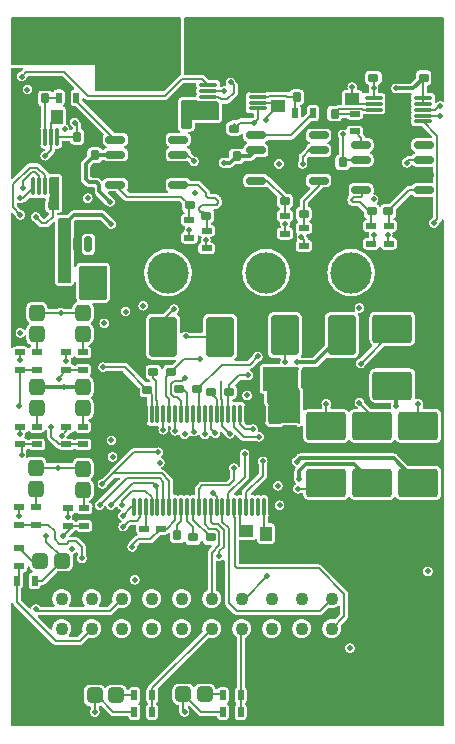
<source format=gtl>
%FSLAX46Y46*%
%MOMM*%
%ADD10C,0.190000*%
%ADD11C,0.200000*%
%ADD13C,0.250000*%
%ADD12C,0.300000*%
%AMPS18*
1,1,1.100000,0.000000,0.000000*
%
%ADD18PS18*%
%AMPS31*
1,1,1.100000,0.000000,0.000000*
%
%ADD31PS31*%
%AMPS56*
1,1,1.100000,0.000000,0.000000*
%
%ADD56PS56*%
%AMPS43*
1,1,1.100000,0.000000,0.000000*
%
%ADD43PS43*%
%AMPS65*
1,1,3.500000,0.000000,0.000000*
%
%ADD65PS65*%
%AMPS53*
1,1,2.600000,0.000000,0.000000*
%
%ADD53PS53*%
%AMPS34*
1,1,3.500000,0.000000,0.000000*
%
%ADD34PS34*%
%AMPS57*
1,1,3.500000,0.000000,0.000000*
%
%ADD57PS57*%
%AMPS51*
1,1,1.100000,0.000000,0.000000*
%
%ADD51PS51*%
%AMPS68*
1,1,1.100000,0.000000,0.000000*
%
%ADD68PS68*%
%AMPS45*
1,1,1.100000,0.000000,0.000000*
%
%ADD45PS45*%
%AMPS40*
1,1,1.100000,0.000000,0.000000*
%
%ADD40PS40*%
%AMPS44*
1,1,1.100000,0.000000,0.000000*
%
%ADD44PS44*%
%AMPS17*
1,1,1.100000,0.000000,0.000000*
%
%ADD17PS17*%
%AMPS63*
1,1,1.100000,0.000000,0.000000*
%
%ADD63PS63*%
%AMPS58*
1,1,3.500000,0.000000,0.000000*
%
%ADD58PS58*%
%AMPS27*
1,1,3.500000,0.000000,0.000000*
%
%ADD27PS27*%
%AMPS25*
1,1,1.100000,0.000000,0.000000*
%
%ADD25PS25*%
%AMPS64*
1,1,1.100000,0.000000,0.000000*
%
%ADD64PS64*%
%AMPS62*
1,1,1.100000,0.000000,0.000000*
%
%ADD62PS62*%
%AMPS30*
1,1,2.600000,0.000000,0.000000*
%
%ADD30PS30*%
%AMPS71*
1,1,0.500000,0.000000,0.000000*
%
%ADD71PS71*%
%AMPS72*
1,1,0.500000,0.000000,0.000000*
%
%ADD72PS72*%
%AMPS74*
1,1,0.500000,0.000000,0.000000*
%
%ADD74PS74*%
%AMPS73*
1,1,0.500000,0.000000,0.000000*
%
%ADD73PS73*%
%AMPS14*
1,1,0.200000,0.300000,-0.275000*
1,1,0.200000,-0.300000,0.275000*
1,1,0.200000,0.300000,0.275000*
21,1,0.800000,0.550000,0.000000,0.000000,0.000000*
21,1,0.600000,0.750000,0.000000,0.000000,0.000000*
1,1,0.200000,-0.300000,-0.275000*
%
%ADD14PS14*%
%AMPS22*
1,1,0.200000,0.275000,0.300000*
1,1,0.200000,-0.275000,-0.300000*
1,1,0.200000,-0.275000,0.300000*
21,1,0.800000,0.550000,0.000000,0.000000,90.000000*
21,1,0.600000,0.750000,0.000000,0.000000,90.000000*
1,1,0.200000,0.275000,-0.300000*
%
%ADD22PS22*%
%AMPS26*
1,1,0.200000,-0.300000,0.275000*
1,1,0.200000,0.300000,-0.275000*
1,1,0.200000,-0.300000,-0.275000*
21,1,0.800000,0.550000,0.000000,0.000000,180.000000*
21,1,0.600000,0.750000,0.000000,0.000000,180.000000*
1,1,0.200000,0.300000,0.275000*
%
%ADD26PS26*%
%AMPS37*
1,1,0.200000,-0.275000,-0.300000*
1,1,0.200000,0.275000,0.300000*
1,1,0.200000,0.275000,-0.300000*
21,1,0.800000,0.550000,0.000000,0.000000,270.000000*
21,1,0.600000,0.750000,0.000000,0.000000,270.000000*
1,1,0.200000,-0.275000,0.300000*
%
%ADD37PS37*%
%AMPS67*
1,1,0.240000,0.180000,-0.535000*
1,1,0.240000,-0.180000,0.535000*
1,1,0.240000,0.180000,0.535000*
21,1,0.600000,1.070000,0.000000,0.000000,0.000000*
21,1,0.360000,1.310000,0.000000,0.000000,0.000000*
1,1,0.240000,-0.180000,-0.535000*
%
%ADD67PS67*%
%AMPS66*
1,1,0.240000,-0.180000,0.535000*
1,1,0.240000,0.180000,-0.535000*
1,1,0.240000,-0.180000,-0.535000*
21,1,0.600000,1.070000,0.000000,0.000000,180.000000*
21,1,0.360000,1.310000,0.000000,0.000000,180.000000*
1,1,0.240000,0.180000,0.535000*
%
%ADD66PS66*%
%AMPS33*
1,1,0.200000,0.400000,-0.525000*
1,1,0.200000,-0.400000,0.525000*
1,1,0.200000,0.400000,0.525000*
21,1,1.000000,1.050000,0.000000,0.000000,0.000000*
21,1,0.800000,1.250000,0.000000,0.000000,0.000000*
1,1,0.200000,-0.400000,-0.525000*
%
%ADD33PS33*%
%AMPS32*
1,1,0.200000,0.525000,0.400000*
1,1,0.200000,-0.525000,-0.400000*
1,1,0.200000,-0.525000,0.400000*
21,1,1.000000,1.050000,0.000000,0.000000,90.000000*
21,1,0.800000,1.250000,0.000000,0.000000,90.000000*
1,1,0.200000,0.525000,-0.400000*
%
%ADD32PS32*%
%AMPS19*
1,1,0.200000,-0.400000,0.525000*
1,1,0.200000,0.400000,-0.525000*
1,1,0.200000,-0.400000,-0.525000*
21,1,1.000000,1.050000,0.000000,0.000000,180.000000*
21,1,0.800000,1.250000,0.000000,0.000000,180.000000*
1,1,0.200000,0.400000,0.525000*
%
%ADD19PS19*%
%AMPS48*
1,1,0.200000,-0.525000,-0.400000*
1,1,0.200000,0.525000,0.400000*
1,1,0.200000,0.525000,-0.400000*
21,1,1.000000,1.050000,0.000000,0.000000,270.000000*
21,1,0.800000,1.250000,0.000000,0.000000,270.000000*
1,1,0.200000,-0.525000,0.400000*
%
%ADD48PS48*%
%AMPS20*
1,1,0.500000,1.440000,-0.940000*
1,1,0.500000,-1.440000,0.940000*
1,1,0.500000,1.440000,0.940000*
21,1,3.380000,1.880000,0.000000,0.000000,0.000000*
21,1,2.880000,2.380000,0.000000,0.000000,0.000000*
1,1,0.500000,-1.440000,-0.940000*
%
%ADD20PS20*%
%AMPS47*
1,1,0.500000,0.940000,1.440000*
1,1,0.500000,-0.940000,-1.440000*
1,1,0.500000,-0.940000,1.440000*
21,1,3.380000,1.880000,0.000000,0.000000,90.000000*
21,1,2.880000,2.380000,0.000000,0.000000,90.000000*
1,1,0.500000,0.940000,-1.440000*
%
%ADD47PS47*%
%AMPS21*
1,1,0.500000,-1.440000,0.940000*
1,1,0.500000,1.440000,-0.940000*
1,1,0.500000,-1.440000,-0.940000*
21,1,3.380000,1.880000,0.000000,0.000000,180.000000*
21,1,2.880000,2.380000,0.000000,0.000000,180.000000*
1,1,0.500000,1.440000,0.940000*
%
%ADD21PS21*%
%AMPS46*
1,1,0.500000,-0.940000,-1.440000*
1,1,0.500000,0.940000,1.440000*
1,1,0.500000,0.940000,-1.440000*
21,1,3.380000,1.880000,0.000000,0.000000,270.000000*
21,1,2.880000,2.380000,0.000000,0.000000,270.000000*
1,1,0.500000,-0.940000,1.440000*
%
%ADD46PS46*%
%AMPS61*
1,1,0.200000,2.110000,1.640000*
1,1,0.200000,-2.110000,-1.640000*
1,1,0.200000,-2.110000,1.640000*
21,1,3.480000,4.220000,0.000000,0.000000,90.000000*
21,1,3.280000,4.420000,0.000000,0.000000,90.000000*
1,1,0.200000,2.110000,-1.640000*
%
%ADD61PS61*%
%AMPS29*
1,1,0.240000,0.685000,0.185000*
1,1,0.240000,-0.685000,-0.185000*
1,1,0.240000,-0.685000,0.185000*
21,1,0.610000,1.370000,0.000000,0.000000,90.000000*
21,1,0.370000,1.610000,0.000000,0.000000,90.000000*
1,1,0.240000,0.685000,-0.185000*
%
%ADD29PS29*%
%AMPS28*
1,1,0.240000,-0.685000,-0.185000*
1,1,0.240000,0.685000,0.185000*
1,1,0.240000,0.685000,-0.185000*
21,1,0.610000,1.370000,0.000000,0.000000,270.000000*
21,1,0.370000,1.610000,0.000000,0.000000,270.000000*
1,1,0.240000,-0.685000,0.185000*
%
%ADD28PS28*%
%AMPS60*
1,1,0.200000,0.050000,-0.675000*
1,1,0.200000,-0.050000,0.675000*
1,1,0.200000,0.050000,0.675000*
21,1,0.300000,1.350000,0.000000,0.000000,0.000000*
21,1,0.100000,1.550000,0.000000,0.000000,0.000000*
1,1,0.200000,-0.050000,-0.675000*
%
%ADD60PS60*%
%AMPS59*
1,1,0.200000,-0.050000,0.675000*
1,1,0.200000,0.050000,-0.675000*
1,1,0.200000,-0.050000,-0.675000*
21,1,0.300000,1.350000,0.000000,0.000000,180.000000*
21,1,0.100000,1.550000,0.000000,0.000000,180.000000*
1,1,0.200000,0.050000,0.675000*
%
%ADD59PS59*%
%AMPS49*
1,1,0.520000,0.380000,-0.410000*
1,1,0.520000,-0.380000,0.410000*
1,1,0.520000,0.380000,0.410000*
21,1,1.280000,0.820000,0.000000,0.000000,0.000000*
21,1,0.760000,1.340000,0.000000,0.000000,0.000000*
1,1,0.520000,-0.380000,-0.410000*
%
%ADD49PS49*%
%AMPS41*
1,1,0.520000,0.410000,0.380000*
1,1,0.520000,-0.410000,-0.380000*
1,1,0.520000,-0.410000,0.380000*
21,1,1.280000,0.820000,0.000000,0.000000,90.000000*
21,1,0.760000,1.340000,0.000000,0.000000,90.000000*
1,1,0.520000,0.410000,-0.380000*
%
%ADD41PS41*%
%AMPS50*
1,1,0.520000,-0.380000,0.410000*
1,1,0.520000,0.380000,-0.410000*
1,1,0.520000,-0.380000,-0.410000*
21,1,1.280000,0.820000,0.000000,0.000000,180.000000*
21,1,0.760000,1.340000,0.000000,0.000000,180.000000*
1,1,0.520000,0.380000,0.410000*
%
%ADD50PS50*%
%AMPS42*
1,1,0.520000,-0.410000,-0.380000*
1,1,0.520000,0.410000,0.380000*
1,1,0.520000,0.410000,-0.380000*
21,1,1.280000,0.820000,0.000000,0.000000,270.000000*
21,1,0.760000,1.340000,0.000000,0.000000,270.000000*
1,1,0.520000,-0.410000,0.380000*
%
%ADD42PS42*%
%AMPS55*
1,1,0.100000,0.100000,-0.700000*
1,1,0.100000,-0.100000,0.700000*
1,1,0.100000,0.100000,0.700000*
21,1,0.300000,1.400000,0.000000,0.000000,0.000000*
21,1,0.200000,1.500000,0.000000,0.000000,0.000000*
1,1,0.100000,-0.100000,-0.700000*
%
%ADD55PS55*%
%AMPS24*
1,1,0.100000,0.700000,0.100000*
1,1,0.100000,-0.700000,-0.100000*
1,1,0.100000,-0.700000,0.100000*
21,1,0.300000,1.400000,0.000000,0.000000,90.000000*
21,1,0.200000,1.500000,0.000000,0.000000,90.000000*
1,1,0.100000,0.700000,-0.100000*
%
%ADD24PS24*%
%AMPS54*
1,1,0.100000,-0.100000,0.700000*
1,1,0.100000,0.100000,-0.700000*
1,1,0.100000,-0.100000,-0.700000*
21,1,0.300000,1.400000,0.000000,0.000000,180.000000*
21,1,0.200000,1.500000,0.000000,0.000000,180.000000*
1,1,0.100000,0.100000,0.700000*
%
%ADD54PS54*%
%AMPS23*
1,1,0.100000,-0.700000,-0.100000*
1,1,0.100000,0.700000,0.100000*
1,1,0.100000,0.700000,-0.100000*
21,1,0.300000,1.400000,0.000000,0.000000,270.000000*
21,1,0.200000,1.500000,0.000000,0.000000,270.000000*
1,1,0.100000,-0.700000,0.100000*
%
%ADD23PS23*%
%AMPS38*
1,1,0.200000,0.400000,-0.700000*
1,1,0.200000,-0.400000,0.700000*
1,1,0.200000,0.400000,0.700000*
21,1,1.000000,1.400000,0.000000,0.000000,0.000000*
21,1,0.800000,1.600000,0.000000,0.000000,0.000000*
1,1,0.200000,-0.400000,-0.700000*
%
%ADD38PS38*%
%AMPS69*
1,1,0.280000,0.205000,-0.305000*
1,1,0.280000,-0.205000,0.305000*
1,1,0.280000,0.205000,0.305000*
21,1,0.690000,0.610000,0.000000,0.000000,0.000000*
21,1,0.410000,0.890000,0.000000,0.000000,0.000000*
1,1,0.280000,-0.205000,-0.305000*
%
%ADD69PS69*%
%AMPS36*
1,1,0.280000,0.305000,0.205000*
1,1,0.280000,-0.305000,-0.205000*
1,1,0.280000,-0.305000,0.205000*
21,1,0.690000,0.610000,0.000000,0.000000,90.000000*
21,1,0.410000,0.890000,0.000000,0.000000,90.000000*
1,1,0.280000,0.305000,-0.205000*
%
%ADD36PS36*%
%AMPS70*
1,1,0.280000,-0.205000,0.305000*
1,1,0.280000,0.205000,-0.305000*
1,1,0.280000,-0.205000,-0.305000*
21,1,0.690000,0.610000,0.000000,0.000000,180.000000*
21,1,0.410000,0.890000,0.000000,0.000000,180.000000*
1,1,0.280000,0.205000,0.305000*
%
%ADD70PS70*%
%AMPS35*
1,1,0.280000,-0.305000,-0.205000*
1,1,0.280000,0.305000,0.205000*
1,1,0.280000,0.305000,-0.205000*
21,1,0.690000,0.610000,0.000000,0.000000,270.000000*
21,1,0.410000,0.890000,0.000000,0.000000,270.000000*
1,1,0.280000,-0.305000,0.205000*
%
%ADD35PS35*%
%AMPS39*
1,1,0.200000,0.150000,-0.350000*
1,1,0.200000,-0.150000,0.350000*
1,1,0.200000,0.150000,0.350000*
21,1,0.500000,0.700000,0.000000,0.000000,0.000000*
21,1,0.300000,0.900000,0.000000,0.000000,0.000000*
1,1,0.200000,-0.150000,-0.350000*
%
%ADD39PS39*%
%AMPS15*
1,1,0.200000,0.350000,0.150000*
1,1,0.200000,-0.350000,-0.150000*
1,1,0.200000,-0.350000,0.150000*
21,1,0.500000,0.700000,0.000000,0.000000,90.000000*
21,1,0.300000,0.900000,0.000000,0.000000,90.000000*
1,1,0.200000,0.350000,-0.150000*
%
%ADD15PS15*%
%AMPS52*
1,1,0.200000,-0.150000,0.350000*
1,1,0.200000,0.150000,-0.350000*
1,1,0.200000,-0.150000,-0.350000*
21,1,0.500000,0.700000,0.000000,0.000000,180.000000*
21,1,0.300000,0.900000,0.000000,0.000000,180.000000*
1,1,0.200000,0.150000,0.350000*
%
%ADD52PS52*%
%AMPS16*
1,1,0.200000,-0.350000,-0.150000*
1,1,0.200000,0.350000,0.150000*
1,1,0.200000,0.350000,-0.150000*
21,1,0.500000,0.700000,0.000000,0.000000,270.000000*
21,1,0.300000,0.900000,0.000000,0.000000,270.000000*
1,1,0.200000,-0.350000,0.150000*
%
%ADD16PS16*%
G01*
%LPD*%
G36*
X30959000Y-35709000D02*
X30998004Y-35701080D01*
X31030829Y-35678575D01*
X31052277Y-35645048D01*
X31059000Y-35609000D01*
X31059000Y7123610D01*
X31051080Y7162614D01*
X31028575Y7195439D01*
X30995048Y7216887D01*
X30955812Y7223559D01*
X30917081Y7214400D01*
X30884990Y7190859D01*
X30860922Y7143122D01*
X30855679Y7116767D01*
X30852842Y7107417D01*
X30829969Y7052197D01*
X30825364Y7043582D01*
X30792154Y6993881D01*
X30785834Y6986179D01*
X30764645Y6964831D01*
X30760373Y6958329D01*
X30610426Y6808382D01*
X30586984Y6771364D01*
X30580556Y6753403D01*
X30572753Y6734562D01*
X30564363Y6716823D01*
X30554735Y6698808D01*
X30544649Y6681981D01*
X30533321Y6665029D01*
X30521615Y6649245D01*
X30508674Y6633477D01*
X30495500Y6618942D01*
X30481058Y6604500D01*
X30466523Y6591326D01*
X30450755Y6578385D01*
X30434971Y6566679D01*
X30418019Y6555351D01*
X30401192Y6545265D01*
X30383177Y6535637D01*
X30365438Y6527247D01*
X30346597Y6519444D01*
X30328112Y6512829D01*
X30308575Y6506902D01*
X30289552Y6502137D01*
X30269538Y6498156D01*
X30250099Y6495273D01*
X30229824Y6493275D01*
X30210196Y6492311D01*
X30189804Y6492311D01*
X30170176Y6493275D01*
X30149901Y6495273D01*
X30130462Y6498156D01*
X30110448Y6502137D01*
X30091425Y6506902D01*
X30071888Y6512829D01*
X30053403Y6519444D01*
X30034562Y6527247D01*
X30016823Y6535637D01*
X29998808Y6545265D01*
X29981981Y6555351D01*
X29965029Y6566679D01*
X29949245Y6578385D01*
X29933477Y6591326D01*
X29918942Y6604500D01*
X29904500Y6618942D01*
X29891326Y6633477D01*
X29878385Y6649245D01*
X29866679Y6665029D01*
X29855351Y6681981D01*
X29845265Y6698808D01*
X29835637Y6716823D01*
X29827247Y6734562D01*
X29819444Y6753403D01*
X29812829Y6771888D01*
X29806902Y6791425D01*
X29802137Y6810448D01*
X29798156Y6830462D01*
X29795273Y6849901D01*
X29793275Y6870176D01*
X29792311Y6889804D01*
X29792311Y6910196D01*
X29793275Y6929824D01*
X29795273Y6950099D01*
X29798156Y6969538D01*
X29802137Y6989552D01*
X29806902Y7008575D01*
X29812829Y7028112D01*
X29819444Y7046597D01*
X29827247Y7065438D01*
X29835637Y7083177D01*
X29845265Y7101192D01*
X29855351Y7118019D01*
X29866679Y7134971D01*
X29878385Y7150755D01*
X29891326Y7166523D01*
X29904500Y7181058D01*
X29918942Y7195500D01*
X29933477Y7208674D01*
X29949245Y7221615D01*
X29965029Y7233321D01*
X29981981Y7244649D01*
X29998808Y7254735D01*
X30016823Y7264363D01*
X30034562Y7272753D01*
X30053403Y7280556D01*
X30071364Y7286984D01*
X30108382Y7310426D01*
X30130721Y7332765D01*
X30152700Y7365945D01*
X30160010Y7403476D01*
X30160010Y9030369D01*
X30152090Y9069373D01*
X30129585Y9102198D01*
X30096058Y9123646D01*
X30057552Y9130339D01*
X30043762Y9130000D01*
X28676235Y9130000D01*
X28661232Y9130369D01*
X28653175Y9130764D01*
X28623390Y9133698D01*
X28616607Y9134704D01*
X28587236Y9140548D01*
X28580588Y9142213D01*
X28551939Y9150904D01*
X28545489Y9153212D01*
X28517839Y9164665D01*
X28511624Y9167604D01*
X28485225Y9181714D01*
X28479345Y9185238D01*
X28454462Y9201864D01*
X28448951Y9205951D01*
X28425784Y9224965D01*
X28420715Y9229560D01*
X28399560Y9250715D01*
X28394962Y9255787D01*
X28377416Y9277165D01*
X28346549Y9302289D01*
X28308327Y9313384D01*
X28268805Y9308693D01*
X28229407Y9284433D01*
X27034289Y8089315D01*
X27012310Y8056135D01*
X27005000Y8018604D01*
X27005000Y7626241D01*
X27004631Y7611227D01*
X27004330Y7605120D01*
X27001400Y7575372D01*
X27000678Y7570502D01*
X26994840Y7541153D01*
X26993654Y7536416D01*
X26984952Y7507731D01*
X26983295Y7503102D01*
X26971867Y7475513D01*
X26969767Y7471071D01*
X26955643Y7444647D01*
X26953122Y7440442D01*
X26936505Y7415571D01*
X26933592Y7411643D01*
X26914581Y7388479D01*
X26911298Y7384857D01*
X26890143Y7363702D01*
X26886521Y7360419D01*
X26863357Y7341408D01*
X26859429Y7338495D01*
X26834552Y7321873D01*
X26831979Y7320331D01*
X26802598Y7293485D01*
X26786015Y7257305D01*
X26784856Y7217522D01*
X26799306Y7180438D01*
X26827076Y7151928D01*
X26854362Y7138868D01*
X26867261Y7134955D01*
X26871898Y7133295D01*
X26899487Y7121867D01*
X26903929Y7119767D01*
X26930353Y7105643D01*
X26934558Y7103122D01*
X26959429Y7086505D01*
X26963357Y7083592D01*
X26986521Y7064581D01*
X26990143Y7061298D01*
X27011298Y7040143D01*
X27014581Y7036521D01*
X27033592Y7013357D01*
X27036505Y7009429D01*
X27053122Y6984558D01*
X27055643Y6980353D01*
X27069767Y6953929D01*
X27071867Y6949487D01*
X27083295Y6921898D01*
X27084952Y6917269D01*
X27093654Y6888584D01*
X27094840Y6883847D01*
X27100678Y6854498D01*
X27101399Y6849633D01*
X27104332Y6819871D01*
X27104632Y6813770D01*
X27105000Y6798767D01*
X27105000Y6501241D01*
X27104631Y6486227D01*
X27104330Y6480120D01*
X27101400Y6450372D01*
X27100678Y6445502D01*
X27094840Y6416153D01*
X27093654Y6411416D01*
X27084952Y6382731D01*
X27083295Y6378102D01*
X27071867Y6350513D01*
X27069767Y6346071D01*
X27055643Y6319647D01*
X27053122Y6315442D01*
X27036505Y6290571D01*
X27033592Y6286643D01*
X27014581Y6263479D01*
X27011298Y6259857D01*
X26990143Y6238702D01*
X26986521Y6235419D01*
X26963357Y6216408D01*
X26959429Y6213495D01*
X26934558Y6196878D01*
X26930353Y6194357D01*
X26903929Y6180233D01*
X26899487Y6178133D01*
X26871898Y6166705D01*
X26867269Y6165048D01*
X26838584Y6156346D01*
X26833847Y6155160D01*
X26804498Y6149322D01*
X26799628Y6148600D01*
X26776208Y6146293D01*
X26738168Y6134588D01*
X26707707Y6108974D01*
X26689649Y6073507D01*
X26690316Y6017746D01*
X26693100Y6008569D01*
X26697863Y5989552D01*
X26701844Y5969538D01*
X26704727Y5950099D01*
X26706725Y5929824D01*
X26707689Y5910196D01*
X26707689Y5889804D01*
X26706725Y5870176D01*
X26704727Y5849901D01*
X26701844Y5830462D01*
X26697863Y5810448D01*
X26693100Y5791431D01*
X26690316Y5782254D01*
X26686573Y5742631D01*
X26698580Y5704686D01*
X26724437Y5674430D01*
X26776208Y5653707D01*
X26799628Y5651400D01*
X26804498Y5650678D01*
X26833847Y5644840D01*
X26838584Y5643654D01*
X26867269Y5634952D01*
X26871898Y5633295D01*
X26899487Y5621867D01*
X26903929Y5619767D01*
X26930353Y5605643D01*
X26934558Y5603122D01*
X26959429Y5586505D01*
X26963357Y5583592D01*
X26986521Y5564581D01*
X26990143Y5561298D01*
X27011298Y5540143D01*
X27014581Y5536521D01*
X27033592Y5513357D01*
X27036505Y5509429D01*
X27053122Y5484558D01*
X27055643Y5480353D01*
X27069767Y5453929D01*
X27071867Y5449487D01*
X27083295Y5421898D01*
X27084952Y5417269D01*
X27093654Y5388584D01*
X27094840Y5383847D01*
X27100678Y5354498D01*
X27101399Y5349633D01*
X27104332Y5319871D01*
X27104632Y5313770D01*
X27105000Y5298767D01*
X27105000Y5001241D01*
X27104631Y4986227D01*
X27104330Y4980120D01*
X27101400Y4950372D01*
X27100678Y4945502D01*
X27094840Y4916153D01*
X27093654Y4911416D01*
X27084952Y4882731D01*
X27083295Y4878102D01*
X27071867Y4850513D01*
X27069767Y4846071D01*
X27055643Y4819647D01*
X27053122Y4815442D01*
X27036505Y4790571D01*
X27033592Y4786643D01*
X27014581Y4763479D01*
X27011298Y4759857D01*
X26990143Y4738702D01*
X26986521Y4735419D01*
X26963357Y4716408D01*
X26959429Y4713495D01*
X26934558Y4696878D01*
X26930353Y4694357D01*
X26903929Y4680233D01*
X26899487Y4678133D01*
X26871898Y4666705D01*
X26867269Y4665048D01*
X26838584Y4656346D01*
X26833847Y4655160D01*
X26804498Y4649322D01*
X26799628Y4648600D01*
X26769880Y4645670D01*
X26763773Y4645369D01*
X26748759Y4645000D01*
X26051241Y4645000D01*
X26036227Y4645369D01*
X26030120Y4645670D01*
X26000372Y4648600D01*
X25995502Y4649322D01*
X25966153Y4655160D01*
X25961416Y4656346D01*
X25932731Y4665048D01*
X25928102Y4666705D01*
X25900513Y4678133D01*
X25896071Y4680233D01*
X25869647Y4694357D01*
X25865442Y4696878D01*
X25840571Y4713495D01*
X25836643Y4716408D01*
X25813479Y4735419D01*
X25809857Y4738702D01*
X25788702Y4759857D01*
X25785419Y4763479D01*
X25766408Y4786643D01*
X25763495Y4790571D01*
X25746878Y4815442D01*
X25744357Y4819647D01*
X25738193Y4831179D01*
X25712822Y4861844D01*
X25677500Y4880184D01*
X25637823Y4883296D01*
X25600074Y4870685D01*
X25561807Y4831179D01*
X25555643Y4819647D01*
X25553122Y4815442D01*
X25536505Y4790571D01*
X25533592Y4786643D01*
X25514581Y4763479D01*
X25511298Y4759857D01*
X25490143Y4738702D01*
X25486521Y4735419D01*
X25463357Y4716408D01*
X25459429Y4713495D01*
X25434558Y4696878D01*
X25430353Y4694357D01*
X25403929Y4680233D01*
X25399487Y4678133D01*
X25371898Y4666705D01*
X25367269Y4665048D01*
X25338584Y4656346D01*
X25333847Y4655160D01*
X25304498Y4649322D01*
X25299628Y4648600D01*
X25269880Y4645670D01*
X25263773Y4645369D01*
X25248759Y4645000D01*
X24551241Y4645000D01*
X24536227Y4645369D01*
X24530120Y4645670D01*
X24500372Y4648600D01*
X24495502Y4649322D01*
X24466153Y4655160D01*
X24461416Y4656346D01*
X24432731Y4665048D01*
X24428102Y4666705D01*
X24400513Y4678133D01*
X24396071Y4680233D01*
X24369647Y4694357D01*
X24365442Y4696878D01*
X24340571Y4713495D01*
X24336643Y4716408D01*
X24313479Y4735419D01*
X24309857Y4738702D01*
X24288702Y4759857D01*
X24285419Y4763479D01*
X24266408Y4786643D01*
X24263495Y4790571D01*
X24246878Y4815442D01*
X24244357Y4819647D01*
X24230233Y4846071D01*
X24228133Y4850513D01*
X24216705Y4878102D01*
X24215048Y4882731D01*
X24206346Y4911416D01*
X24205160Y4916153D01*
X24199322Y4945502D01*
X24198600Y4950372D01*
X24195670Y4980120D01*
X24195369Y4986227D01*
X24195000Y5001241D01*
X24195000Y5298759D01*
X24195369Y5313773D01*
X24195670Y5319880D01*
X24198600Y5349628D01*
X24199322Y5354498D01*
X24205160Y5383847D01*
X24206346Y5388584D01*
X24215048Y5417269D01*
X24216705Y5421898D01*
X24228133Y5449487D01*
X24230233Y5453929D01*
X24244357Y5480353D01*
X24246878Y5484558D01*
X24263495Y5509429D01*
X24266408Y5513357D01*
X24285419Y5536521D01*
X24288702Y5540143D01*
X24309857Y5561298D01*
X24313479Y5564581D01*
X24336643Y5583592D01*
X24340571Y5586505D01*
X24365442Y5603122D01*
X24369647Y5605643D01*
X24396071Y5619767D01*
X24400513Y5621867D01*
X24428102Y5633295D01*
X24432731Y5634952D01*
X24461416Y5643654D01*
X24466153Y5644840D01*
X24495502Y5650678D01*
X24500372Y5651400D01*
X24530120Y5654330D01*
X24536227Y5654631D01*
X24551241Y5655000D01*
X24613452Y5655000D01*
X24652456Y5662920D01*
X24685281Y5685425D01*
X24706729Y5718952D01*
X24713401Y5758188D01*
X24709145Y5784033D01*
X24706898Y5791438D01*
X24702137Y5810448D01*
X24698156Y5830462D01*
X24695273Y5849901D01*
X24693275Y5870176D01*
X24692311Y5889804D01*
X24692311Y5910196D01*
X24693275Y5929824D01*
X24695273Y5950099D01*
X24698156Y5969538D01*
X24702137Y5989552D01*
X24706898Y6008562D01*
X24709145Y6015967D01*
X24712890Y6055590D01*
X24700884Y6093535D01*
X24675029Y6123793D01*
X24639420Y6141570D01*
X24613452Y6145000D01*
X24551241Y6145000D01*
X24536227Y6145369D01*
X24530120Y6145670D01*
X24500372Y6148600D01*
X24495502Y6149322D01*
X24466153Y6155160D01*
X24461416Y6156346D01*
X24432731Y6165048D01*
X24428102Y6166705D01*
X24400513Y6178133D01*
X24396071Y6180233D01*
X24369647Y6194357D01*
X24365442Y6196878D01*
X24340571Y6213495D01*
X24336643Y6216408D01*
X24313479Y6235419D01*
X24309857Y6238702D01*
X24288702Y6259857D01*
X24285419Y6263479D01*
X24266408Y6286643D01*
X24263495Y6290571D01*
X24246878Y6315442D01*
X24244357Y6319647D01*
X24230233Y6346071D01*
X24228133Y6350513D01*
X24216705Y6378102D01*
X24215048Y6382731D01*
X24206346Y6411416D01*
X24205160Y6416153D01*
X24199322Y6445502D01*
X24198600Y6450372D01*
X24195670Y6480120D01*
X24195369Y6486227D01*
X24195000Y6501241D01*
X24195000Y6798759D01*
X24195369Y6813773D01*
X24195670Y6819880D01*
X24198600Y6849628D01*
X24199322Y6854498D01*
X24205160Y6883847D01*
X24206346Y6888584D01*
X24215048Y6917269D01*
X24216705Y6921898D01*
X24228133Y6949487D01*
X24230233Y6953929D01*
X24244357Y6980353D01*
X24246878Y6984558D01*
X24263495Y7009429D01*
X24266408Y7013357D01*
X24285419Y7036521D01*
X24288702Y7040143D01*
X24309857Y7061298D01*
X24313479Y7064581D01*
X24336643Y7083592D01*
X24340571Y7086505D01*
X24365442Y7103122D01*
X24369647Y7105643D01*
X24396071Y7119767D01*
X24400513Y7121867D01*
X24428102Y7133295D01*
X24432739Y7134955D01*
X24445638Y7138868D01*
X24480662Y7157770D01*
X24505540Y7188836D01*
X24516331Y7227145D01*
X24511325Y7266628D01*
X24491316Y7301032D01*
X24468021Y7320331D01*
X24465448Y7321873D01*
X24440571Y7338495D01*
X24436643Y7341408D01*
X24413479Y7360419D01*
X24409857Y7363702D01*
X24388702Y7384857D01*
X24385419Y7388479D01*
X24366408Y7411643D01*
X24363495Y7415571D01*
X24346878Y7440442D01*
X24344357Y7444647D01*
X24330233Y7471071D01*
X24328133Y7475513D01*
X24316705Y7503102D01*
X24315048Y7507731D01*
X24306346Y7536416D01*
X24305160Y7541153D01*
X24299322Y7570502D01*
X24298600Y7575372D01*
X24295670Y7605120D01*
X24295369Y7611227D01*
X24295000Y7626241D01*
X24295000Y7768604D01*
X24287080Y7807608D01*
X24265711Y7839315D01*
X23854244Y8250782D01*
X23836328Y8270549D01*
X23833245Y8276060D01*
X23827259Y8283147D01*
X23824607Y8285244D01*
X23824394Y8285563D01*
X23817645Y8294532D01*
X23811455Y8301861D01*
X23810813Y8301319D01*
X23786928Y8324354D01*
X23733222Y8340000D01*
X23426369Y8340000D01*
X23417022Y8340459D01*
X23413520Y8340569D01*
X23412135Y8340588D01*
X23405072Y8341035D01*
X23403667Y8341114D01*
X23396489Y8341466D01*
X23395060Y8341607D01*
X23391589Y8341887D01*
X23382292Y8342475D01*
X23344892Y8346689D01*
X23313389Y8351809D01*
X23309802Y8353158D01*
X23303863Y8353997D01*
X23298243Y8355789D01*
X23294046Y8356245D01*
X23263721Y8365213D01*
X23228190Y8377646D01*
X23198578Y8389665D01*
X23195376Y8391781D01*
X23189807Y8393907D01*
X23184692Y8396924D01*
X23180701Y8398302D01*
X23153180Y8413768D01*
X23121310Y8433794D01*
X23094937Y8452236D01*
X23092326Y8454970D01*
X23087505Y8458191D01*
X23083176Y8462283D01*
X23079586Y8464519D01*
X23056229Y8485693D01*
X23029601Y8512321D01*
X23008150Y8535983D01*
X23006191Y8539268D01*
X23002099Y8543597D01*
X22998878Y8548418D01*
X22995911Y8551362D01*
X22977702Y8577402D01*
X22957676Y8609272D01*
X22942014Y8637142D01*
X22940832Y8640784D01*
X22937815Y8645899D01*
X22935689Y8651468D01*
X22933421Y8655045D01*
X22921554Y8684282D01*
X22909121Y8719813D01*
X22900038Y8750527D01*
X22899697Y8754335D01*
X22897905Y8759955D01*
X22897066Y8765894D01*
X22895652Y8769883D01*
X22890597Y8800984D01*
X22886383Y8838381D01*
X22884366Y8870253D01*
X22884882Y8874044D01*
X22884381Y8879997D01*
X22884882Y8885947D01*
X22884391Y8890148D01*
X22886383Y8921615D01*
X22890596Y8959015D01*
X22895717Y8990517D01*
X22897066Y8994104D01*
X22897905Y9000037D01*
X22899658Y9005536D01*
X22900111Y9009700D01*
X22909119Y9040180D01*
X22921554Y9075718D01*
X22933646Y9105493D01*
X22935740Y9108662D01*
X22937814Y9114097D01*
X22940766Y9119100D01*
X22942133Y9123057D01*
X22957682Y9150736D01*
X22977701Y9182595D01*
X22996053Y9208849D01*
X22998807Y9211478D01*
X23002087Y9216387D01*
X23005292Y9219777D01*
X23026331Y9253561D01*
X23032527Y9292875D01*
X23020816Y9335614D01*
X23017608Y9341617D01*
X23014665Y9347839D01*
X23003212Y9375489D01*
X23000904Y9381939D01*
X22992213Y9410588D01*
X22990548Y9417236D01*
X22984704Y9446607D01*
X22983698Y9453390D01*
X22980764Y9483175D01*
X22980369Y9491232D01*
X22980000Y9506226D01*
X22980000Y9873765D01*
X22980369Y9888768D01*
X22980764Y9896825D01*
X22983698Y9926610D01*
X22984704Y9933393D01*
X22990548Y9962764D01*
X22992213Y9969412D01*
X23000904Y9998061D01*
X23003212Y10004511D01*
X23014665Y10032161D01*
X23017604Y10038376D01*
X23031714Y10064775D01*
X23035238Y10070655D01*
X23051864Y10095538D01*
X23055951Y10101049D01*
X23074965Y10124216D01*
X23079560Y10129285D01*
X23100715Y10150440D01*
X23105784Y10155035D01*
X23128951Y10174049D01*
X23134462Y10178136D01*
X23159345Y10194762D01*
X23165225Y10198286D01*
X23191624Y10212396D01*
X23197839Y10215335D01*
X23225489Y10226788D01*
X23231939Y10229096D01*
X23260588Y10237787D01*
X23267236Y10239452D01*
X23296607Y10245296D01*
X23303390Y10246302D01*
X23333175Y10249236D01*
X23341232Y10249631D01*
X23356235Y10250000D01*
X24723765Y10250000D01*
X24738768Y10249631D01*
X24746825Y10249236D01*
X24776610Y10246302D01*
X24783393Y10245296D01*
X24812764Y10239452D01*
X24819412Y10237787D01*
X24848061Y10229096D01*
X24854511Y10226788D01*
X24882161Y10215335D01*
X24888376Y10212396D01*
X24914775Y10198286D01*
X24920655Y10194762D01*
X24945538Y10178136D01*
X24951049Y10174049D01*
X24974216Y10155035D01*
X24979285Y10150440D01*
X25000440Y10129285D01*
X25005035Y10124216D01*
X25024049Y10101049D01*
X25028136Y10095538D01*
X25044762Y10070655D01*
X25048286Y10064775D01*
X25062396Y10038376D01*
X25065335Y10032161D01*
X25076788Y10004511D01*
X25079096Y9998061D01*
X25087787Y9969412D01*
X25089452Y9962764D01*
X25095296Y9933393D01*
X25096302Y9926610D01*
X25099235Y9896825D01*
X25099631Y9888766D01*
X25100000Y9873764D01*
X25100000Y9506226D01*
X25099631Y9491232D01*
X25099236Y9483175D01*
X25096302Y9453390D01*
X25095295Y9446603D01*
X25089931Y9419640D01*
X25090089Y9379841D01*
X25105757Y9343256D01*
X25134454Y9315679D01*
X25168501Y9302050D01*
X25189555Y9297862D01*
X25208575Y9293098D01*
X25228112Y9287171D01*
X25246597Y9280556D01*
X25265438Y9272753D01*
X25283177Y9264363D01*
X25301192Y9254735D01*
X25318019Y9244649D01*
X25334971Y9233321D01*
X25350755Y9221615D01*
X25366523Y9208674D01*
X25381058Y9195500D01*
X25395500Y9181058D01*
X25408674Y9166523D01*
X25421615Y9150755D01*
X25433321Y9134971D01*
X25444649Y9118019D01*
X25454735Y9101192D01*
X25464363Y9083177D01*
X25472753Y9065438D01*
X25480556Y9046597D01*
X25487171Y9028112D01*
X25493098Y9008575D01*
X25497863Y8989552D01*
X25501844Y8969538D01*
X25504727Y8950099D01*
X25506725Y8929824D01*
X25507689Y8910196D01*
X25507689Y8889804D01*
X25506725Y8870176D01*
X25504727Y8849901D01*
X25501844Y8830462D01*
X25497863Y8810448D01*
X25493098Y8791423D01*
X25487171Y8771888D01*
X25480556Y8753403D01*
X25472753Y8734562D01*
X25464363Y8716823D01*
X25454735Y8698808D01*
X25444649Y8681981D01*
X25433321Y8665029D01*
X25421615Y8649245D01*
X25408675Y8633479D01*
X25408374Y8633146D01*
X25408299Y8633020D01*
X25407114Y8631576D01*
X25407334Y8631395D01*
X25388050Y8598927D01*
X25382683Y8559491D01*
X25393121Y8521085D01*
X25431060Y8480220D01*
X25434548Y8478130D01*
X25459429Y8461505D01*
X25463357Y8458592D01*
X25486521Y8439581D01*
X25490143Y8436298D01*
X25511298Y8415143D01*
X25514581Y8411521D01*
X25533592Y8388357D01*
X25536505Y8384429D01*
X25553122Y8359558D01*
X25555643Y8355353D01*
X25561807Y8343821D01*
X25587178Y8313156D01*
X25622500Y8294816D01*
X25662177Y8291704D01*
X25699926Y8304315D01*
X25738193Y8343821D01*
X25744357Y8355353D01*
X25746878Y8359558D01*
X25763495Y8384429D01*
X25766408Y8388357D01*
X25785419Y8411521D01*
X25788702Y8415143D01*
X25809857Y8436298D01*
X25813479Y8439581D01*
X25836643Y8458592D01*
X25840571Y8461505D01*
X25865442Y8478122D01*
X25869647Y8480643D01*
X25896071Y8494767D01*
X25900513Y8496867D01*
X25928102Y8508295D01*
X25932731Y8509952D01*
X25961416Y8518654D01*
X25966153Y8519840D01*
X25995502Y8525678D01*
X26000372Y8526400D01*
X26030120Y8529330D01*
X26036227Y8529631D01*
X26051241Y8530000D01*
X26443604Y8530000D01*
X26482608Y8537920D01*
X26514315Y8559289D01*
X27886323Y9931297D01*
X27893355Y9936099D01*
X27914709Y9957292D01*
X27921653Y9962991D01*
X27971353Y9996199D01*
X27979111Y10000345D01*
X28034321Y10023213D01*
X28042745Y10025769D01*
X28101352Y10037428D01*
X28112541Y10038530D01*
X28142464Y10040000D01*
X28281304Y10040000D01*
X28320308Y10047920D01*
X28364452Y10084444D01*
X28371870Y10095546D01*
X28375951Y10101049D01*
X28394965Y10124216D01*
X28399560Y10129285D01*
X28420715Y10150440D01*
X28425784Y10155035D01*
X28448951Y10174049D01*
X28454462Y10178136D01*
X28479345Y10194762D01*
X28485225Y10198286D01*
X28511624Y10212396D01*
X28517839Y10215335D01*
X28545489Y10226788D01*
X28551939Y10229096D01*
X28580588Y10237787D01*
X28587236Y10239452D01*
X28616607Y10245296D01*
X28623390Y10246302D01*
X28653175Y10249236D01*
X28661232Y10249631D01*
X28676235Y10250000D01*
X30043762Y10250000D01*
X30057552Y10249661D01*
X30096739Y10256620D01*
X30130107Y10278312D01*
X30152372Y10311301D01*
X30160010Y10349631D01*
X30160010Y11580369D01*
X30152090Y11619373D01*
X30129585Y11652198D01*
X30096058Y11673646D01*
X30057552Y11680339D01*
X30043762Y11680000D01*
X28676235Y11680000D01*
X28661232Y11680369D01*
X28653175Y11680764D01*
X28623390Y11683698D01*
X28616607Y11684704D01*
X28587236Y11690548D01*
X28580588Y11692213D01*
X28551939Y11700904D01*
X28545489Y11703212D01*
X28517839Y11714665D01*
X28511624Y11717604D01*
X28485225Y11731714D01*
X28479345Y11735238D01*
X28454462Y11751864D01*
X28448951Y11755951D01*
X28425784Y11774965D01*
X28420715Y11779560D01*
X28400330Y11799945D01*
X28367150Y11821924D01*
X28328025Y11829221D01*
X28289153Y11820681D01*
X28256690Y11797655D01*
X28246276Y11783852D01*
X28246015Y11784026D01*
X28233321Y11765029D01*
X28221615Y11749245D01*
X28208674Y11733477D01*
X28195500Y11718942D01*
X28181058Y11704500D01*
X28166523Y11691326D01*
X28150755Y11678385D01*
X28134971Y11666679D01*
X28118019Y11655351D01*
X28101192Y11645265D01*
X28083177Y11635637D01*
X28065438Y11627247D01*
X28046597Y11619444D01*
X28028112Y11612829D01*
X28008575Y11606902D01*
X27989552Y11602137D01*
X27969538Y11598156D01*
X27950099Y11595273D01*
X27929824Y11593275D01*
X27910196Y11592311D01*
X27889804Y11592311D01*
X27870176Y11593275D01*
X27849901Y11595273D01*
X27830462Y11598156D01*
X27810448Y11602137D01*
X27791425Y11606902D01*
X27771888Y11612829D01*
X27753403Y11619444D01*
X27734562Y11627247D01*
X27716823Y11635637D01*
X27698808Y11645265D01*
X27681981Y11655351D01*
X27665029Y11666679D01*
X27649245Y11678385D01*
X27633477Y11691326D01*
X27618942Y11704500D01*
X27604500Y11718942D01*
X27591326Y11733477D01*
X27578385Y11749245D01*
X27566679Y11765029D01*
X27555351Y11781981D01*
X27545265Y11798808D01*
X27535637Y11816823D01*
X27527247Y11834562D01*
X27519444Y11853403D01*
X27512829Y11871888D01*
X27506902Y11891425D01*
X27502137Y11910448D01*
X27498156Y11930462D01*
X27495273Y11949901D01*
X27493275Y11970176D01*
X27492311Y11989804D01*
X27492311Y12010196D01*
X27493275Y12029824D01*
X27495273Y12050099D01*
X27498156Y12069538D01*
X27502137Y12089552D01*
X27506902Y12108575D01*
X27512829Y12128112D01*
X27519444Y12146597D01*
X27527247Y12165438D01*
X27535637Y12183177D01*
X27545265Y12201192D01*
X27555351Y12218019D01*
X27566679Y12234971D01*
X27578385Y12250755D01*
X27591326Y12266523D01*
X27604500Y12281058D01*
X27618942Y12295500D01*
X27633477Y12308674D01*
X27649245Y12321615D01*
X27665029Y12333321D01*
X27681981Y12344649D01*
X27698808Y12354735D01*
X27716823Y12364363D01*
X27734562Y12372753D01*
X27753403Y12380556D01*
X27771880Y12387169D01*
X27777070Y12388743D01*
X27818752Y12413726D01*
X27886323Y12481297D01*
X27893355Y12486099D01*
X27914709Y12507292D01*
X27921653Y12512991D01*
X27971353Y12546199D01*
X27979111Y12550345D01*
X28034321Y12573213D01*
X28042745Y12575769D01*
X28101352Y12587428D01*
X28112541Y12588530D01*
X28142464Y12590000D01*
X28281304Y12590000D01*
X28320308Y12597920D01*
X28364452Y12634444D01*
X28371870Y12645546D01*
X28375951Y12651049D01*
X28394965Y12674216D01*
X28399560Y12679285D01*
X28420715Y12700440D01*
X28425784Y12705035D01*
X28448951Y12724049D01*
X28454462Y12728136D01*
X28479345Y12744762D01*
X28485225Y12748286D01*
X28511624Y12762396D01*
X28517839Y12765335D01*
X28545489Y12776788D01*
X28551950Y12779100D01*
X28552630Y12779306D01*
X28552834Y12779416D01*
X28554265Y12779928D01*
X28554187Y12780146D01*
X28587655Y12798207D01*
X28612534Y12829272D01*
X28623326Y12867580D01*
X28618322Y12907064D01*
X28598314Y12941468D01*
X28554142Y12969727D01*
X28554265Y12970072D01*
X28552761Y12970610D01*
X28552630Y12970694D01*
X28551950Y12970900D01*
X28545489Y12973212D01*
X28517839Y12984665D01*
X28511624Y12987604D01*
X28485225Y13001714D01*
X28479345Y13005238D01*
X28454462Y13021864D01*
X28448951Y13025951D01*
X28425784Y13044965D01*
X28420715Y13049560D01*
X28399560Y13070715D01*
X28394965Y13075784D01*
X28375951Y13098951D01*
X28371864Y13104462D01*
X28355238Y13129345D01*
X28351714Y13135225D01*
X28337604Y13161624D01*
X28334665Y13167839D01*
X28323212Y13195489D01*
X28320904Y13201939D01*
X28312213Y13230588D01*
X28310548Y13237236D01*
X28304704Y13266607D01*
X28303698Y13273390D01*
X28300764Y13303175D01*
X28300369Y13311232D01*
X28300000Y13326235D01*
X28300000Y13693765D01*
X28300369Y13708768D01*
X28300764Y13716825D01*
X28303698Y13746610D01*
X28304704Y13753393D01*
X28310548Y13782764D01*
X28312213Y13789412D01*
X28320904Y13818061D01*
X28323212Y13824511D01*
X28334665Y13852161D01*
X28337604Y13858376D01*
X28351714Y13884775D01*
X28355238Y13890655D01*
X28371864Y13915538D01*
X28375951Y13921049D01*
X28394965Y13944216D01*
X28399560Y13949285D01*
X28420715Y13970440D01*
X28425784Y13975035D01*
X28448951Y13994049D01*
X28454462Y13998136D01*
X28479345Y14014762D01*
X28485225Y14018286D01*
X28511624Y14032396D01*
X28517839Y14035335D01*
X28545489Y14046788D01*
X28551939Y14049096D01*
X28580588Y14057787D01*
X28587236Y14059452D01*
X28616607Y14065296D01*
X28623390Y14066302D01*
X28653175Y14069236D01*
X28661232Y14069631D01*
X28676235Y14070000D01*
X29986534Y14070000D01*
X30025538Y14077920D01*
X30058363Y14100425D01*
X30079811Y14133952D01*
X30086483Y14173188D01*
X30077324Y14211919D01*
X30057245Y14240711D01*
X29232245Y15065711D01*
X29199065Y15087690D01*
X29161534Y15095000D01*
X28601239Y15095000D01*
X28586226Y15095369D01*
X28585022Y15095429D01*
X28555271Y15098359D01*
X28555244Y15098363D01*
X28525935Y15104192D01*
X28525916Y15104197D01*
X28497220Y15112903D01*
X28497218Y15112904D01*
X28469669Y15124316D01*
X28469641Y15124329D01*
X28443225Y15138448D01*
X28443214Y15138455D01*
X28418345Y15155073D01*
X28395235Y15174038D01*
X28374038Y15195235D01*
X28355073Y15218345D01*
X28338455Y15243214D01*
X28338448Y15243225D01*
X28324329Y15269641D01*
X28324316Y15269669D01*
X28312904Y15297218D01*
X28312903Y15297220D01*
X28304197Y15325916D01*
X28304192Y15325935D01*
X28298363Y15355244D01*
X28298359Y15355271D01*
X28295429Y15385020D01*
X28295369Y15386226D01*
X28295000Y15401239D01*
X28295000Y15598761D01*
X28295369Y15613774D01*
X28295429Y15614978D01*
X28298359Y15644729D01*
X28298363Y15644756D01*
X28304192Y15674065D01*
X28304197Y15674084D01*
X28312902Y15702777D01*
X28316610Y15711727D01*
X28324221Y15750792D01*
X28316610Y15788273D01*
X28312902Y15797223D01*
X28304197Y15825916D01*
X28304192Y15825935D01*
X28298363Y15855244D01*
X28298359Y15855271D01*
X28295429Y15885020D01*
X28295369Y15886226D01*
X28295000Y15901239D01*
X28295000Y16098761D01*
X28295369Y16113774D01*
X28295429Y16114978D01*
X28298359Y16144729D01*
X28298363Y16144756D01*
X28304192Y16174065D01*
X28304197Y16174084D01*
X28312902Y16202777D01*
X28316610Y16211727D01*
X28324221Y16250792D01*
X28316610Y16288273D01*
X28312902Y16297223D01*
X28304197Y16325916D01*
X28304192Y16325935D01*
X28298363Y16355244D01*
X28298359Y16355271D01*
X28295429Y16385020D01*
X28295369Y16386226D01*
X28295000Y16401239D01*
X28295000Y16598761D01*
X28295369Y16613774D01*
X28295429Y16614978D01*
X28298359Y16644729D01*
X28298363Y16644756D01*
X28304192Y16674065D01*
X28304197Y16674084D01*
X28312902Y16702777D01*
X28316610Y16711727D01*
X28324221Y16750792D01*
X28316610Y16788273D01*
X28312902Y16797223D01*
X28304197Y16825916D01*
X28304192Y16825935D01*
X28298363Y16855244D01*
X28298359Y16855271D01*
X28295429Y16885020D01*
X28295369Y16886226D01*
X28295000Y16901239D01*
X28295000Y17098761D01*
X28295369Y17113774D01*
X28295429Y17114978D01*
X28298359Y17144729D01*
X28298363Y17144756D01*
X28304192Y17174065D01*
X28304197Y17174084D01*
X28312902Y17202777D01*
X28316610Y17211727D01*
X28324221Y17250792D01*
X28316610Y17288273D01*
X28312902Y17297223D01*
X28304197Y17325916D01*
X28304192Y17325935D01*
X28298363Y17355244D01*
X28298359Y17355271D01*
X28295429Y17385020D01*
X28295369Y17386226D01*
X28295000Y17401239D01*
X28295000Y17598761D01*
X28295369Y17613774D01*
X28295429Y17614978D01*
X28298359Y17644729D01*
X28298363Y17644756D01*
X28304192Y17674065D01*
X28304197Y17674084D01*
X28312903Y17702780D01*
X28312904Y17702782D01*
X28324316Y17730331D01*
X28324326Y17730352D01*
X28333686Y17747865D01*
X28345085Y17785997D01*
X28340709Y17825555D01*
X28321250Y17860273D01*
X28289791Y17884652D01*
X28245491Y17895000D01*
X27052241Y17895000D01*
X27042438Y17894518D01*
X27029824Y17893275D01*
X27010196Y17892311D01*
X26989804Y17892311D01*
X26970176Y17893275D01*
X26949901Y17895273D01*
X26930462Y17898156D01*
X26910448Y17902137D01*
X26891425Y17906902D01*
X26871888Y17912829D01*
X26853403Y17919444D01*
X26834562Y17927247D01*
X26816823Y17935637D01*
X26798808Y17945265D01*
X26781981Y17955351D01*
X26765029Y17966679D01*
X26749245Y17978385D01*
X26733477Y17991326D01*
X26718942Y18004500D01*
X26704500Y18018942D01*
X26691326Y18033477D01*
X26678385Y18049245D01*
X26666679Y18065029D01*
X26655351Y18081981D01*
X26645265Y18098808D01*
X26635637Y18116823D01*
X26627247Y18134562D01*
X26619444Y18153403D01*
X26612829Y18171888D01*
X26606902Y18191425D01*
X26602137Y18210448D01*
X26598156Y18230462D01*
X26595273Y18249901D01*
X26593275Y18270176D01*
X26592311Y18289804D01*
X26592311Y18310196D01*
X26593275Y18329824D01*
X26595273Y18350099D01*
X26598156Y18369538D01*
X26602137Y18389552D01*
X26606902Y18408575D01*
X26612829Y18428112D01*
X26619444Y18446597D01*
X26627247Y18465438D01*
X26635637Y18483177D01*
X26645265Y18501192D01*
X26655351Y18518019D01*
X26666679Y18534971D01*
X26678385Y18550755D01*
X26691326Y18566523D01*
X26704500Y18581058D01*
X26718942Y18595500D01*
X26733477Y18608674D01*
X26749245Y18621615D01*
X26765029Y18633321D01*
X26781981Y18644649D01*
X26798808Y18654735D01*
X26816823Y18664363D01*
X26834562Y18672753D01*
X26853403Y18680556D01*
X26871888Y18687171D01*
X26891425Y18693098D01*
X26910448Y18697863D01*
X26930462Y18701844D01*
X26949901Y18704727D01*
X26970176Y18706725D01*
X26989804Y18707689D01*
X27010196Y18707689D01*
X27029824Y18706725D01*
X27042438Y18705482D01*
X27052241Y18705000D01*
X28240822Y18705000D01*
X28279826Y18712920D01*
X28311533Y18734289D01*
X28665711Y19088467D01*
X28687690Y19121647D01*
X28695000Y19159178D01*
X28695000Y19473759D01*
X28695369Y19488773D01*
X28695670Y19494880D01*
X28698600Y19524628D01*
X28699322Y19529498D01*
X28705160Y19558847D01*
X28706346Y19563584D01*
X28715048Y19592269D01*
X28716705Y19596898D01*
X28728133Y19624487D01*
X28730233Y19628929D01*
X28744357Y19655353D01*
X28746878Y19659558D01*
X28763495Y19684429D01*
X28766408Y19688357D01*
X28785419Y19711521D01*
X28788702Y19715143D01*
X28809857Y19736298D01*
X28813479Y19739581D01*
X28836643Y19758592D01*
X28840571Y19761505D01*
X28865442Y19778122D01*
X28869647Y19780643D01*
X28896071Y19794767D01*
X28900513Y19796867D01*
X28928102Y19808295D01*
X28932731Y19809952D01*
X28961416Y19818654D01*
X28966153Y19819840D01*
X28995502Y19825678D01*
X29000372Y19826400D01*
X29030120Y19829330D01*
X29036227Y19829631D01*
X29051241Y19830000D01*
X29648759Y19830000D01*
X29663773Y19829631D01*
X29669880Y19829330D01*
X29699628Y19826400D01*
X29704498Y19825678D01*
X29733847Y19819840D01*
X29738584Y19818654D01*
X29767269Y19809952D01*
X29771898Y19808295D01*
X29799487Y19796867D01*
X29803929Y19794767D01*
X29830353Y19780643D01*
X29834558Y19778122D01*
X29859429Y19761505D01*
X29863357Y19758592D01*
X29886521Y19739581D01*
X29890143Y19736298D01*
X29911298Y19715143D01*
X29914581Y19711521D01*
X29933592Y19688357D01*
X29936505Y19684429D01*
X29953122Y19659558D01*
X29955643Y19655353D01*
X29969767Y19628929D01*
X29971867Y19624487D01*
X29983295Y19596898D01*
X29984952Y19592269D01*
X29993654Y19563584D01*
X29994840Y19558847D01*
X30000678Y19529498D01*
X30001399Y19524633D01*
X30004332Y19494871D01*
X30004632Y19488770D01*
X30005000Y19473767D01*
X30005000Y18926241D01*
X30004631Y18911227D01*
X30004330Y18905120D01*
X30001400Y18875372D01*
X30000678Y18870502D01*
X29994840Y18841153D01*
X29993654Y18836416D01*
X29984952Y18807731D01*
X29983295Y18803102D01*
X29971867Y18775513D01*
X29969767Y18771071D01*
X29955643Y18744647D01*
X29953122Y18740442D01*
X29936505Y18715571D01*
X29933592Y18711643D01*
X29914581Y18688479D01*
X29911298Y18684857D01*
X29890143Y18663702D01*
X29886521Y18660419D01*
X29863357Y18641408D01*
X29859429Y18638495D01*
X29834558Y18621878D01*
X29830353Y18619357D01*
X29803929Y18605233D01*
X29799487Y18603133D01*
X29771898Y18591705D01*
X29767269Y18590048D01*
X29738584Y18581346D01*
X29733840Y18580158D01*
X29730500Y18579494D01*
X29693790Y18564121D01*
X29665983Y18535646D01*
X29650000Y18481414D01*
X29650000Y18005000D01*
X29657920Y17965996D01*
X29680425Y17933171D01*
X29713952Y17911723D01*
X29750000Y17905000D01*
X29998761Y17905000D01*
X30013774Y17904631D01*
X30014978Y17904571D01*
X30044729Y17901641D01*
X30044756Y17901637D01*
X30074065Y17895808D01*
X30074084Y17895803D01*
X30102780Y17887097D01*
X30102782Y17887096D01*
X30130331Y17875684D01*
X30130359Y17875671D01*
X30156775Y17861552D01*
X30156786Y17861545D01*
X30181655Y17844927D01*
X30204765Y17825962D01*
X30225962Y17804765D01*
X30244927Y17781655D01*
X30261545Y17756786D01*
X30261552Y17756775D01*
X30275671Y17730359D01*
X30275684Y17730331D01*
X30287096Y17702782D01*
X30287097Y17702780D01*
X30295803Y17674084D01*
X30295808Y17674065D01*
X30301637Y17644756D01*
X30301640Y17644732D01*
X30304573Y17614970D01*
X30304632Y17613770D01*
X30305000Y17598767D01*
X30305000Y17401239D01*
X30304631Y17386226D01*
X30304571Y17385020D01*
X30301641Y17355271D01*
X30301637Y17355244D01*
X30295808Y17325935D01*
X30295803Y17325916D01*
X30287098Y17297223D01*
X30283390Y17288273D01*
X30275779Y17249208D01*
X30283390Y17211727D01*
X30287098Y17202777D01*
X30295808Y17174068D01*
X30296260Y17172265D01*
X30313419Y17136354D01*
X30343226Y17109981D01*
X30380958Y17097322D01*
X30420640Y17100382D01*
X30440403Y17108370D01*
X30451588Y17114349D01*
X30506797Y17137216D01*
X30515220Y17139771D01*
X30529548Y17142622D01*
X30561445Y17154927D01*
X30567799Y17158735D01*
X30585818Y17168366D01*
X30603557Y17176756D01*
X30622398Y17184559D01*
X30640883Y17191174D01*
X30660420Y17197101D01*
X30679443Y17201866D01*
X30699457Y17205847D01*
X30718896Y17208730D01*
X30739171Y17210728D01*
X30758799Y17211692D01*
X30779191Y17211692D01*
X30798819Y17210728D01*
X30819094Y17208730D01*
X30838533Y17205847D01*
X30858547Y17201866D01*
X30877570Y17197101D01*
X30897107Y17191174D01*
X30915596Y17184558D01*
X30920737Y17182429D01*
X30959803Y17174822D01*
X30998741Y17183055D01*
X31031385Y17205823D01*
X31052563Y17239520D01*
X31059000Y17274819D01*
X31059000Y24209000D01*
X31051080Y24248004D01*
X31028575Y24280829D01*
X30995048Y24302277D01*
X30959000Y24309000D01*
X9155000Y24309000D01*
X9115996Y24301080D01*
X9083171Y24278575D01*
X9061723Y24245048D01*
X9055000Y24209000D01*
X9055000Y19555000D01*
X9062920Y19515996D01*
X9085425Y19483171D01*
X9118952Y19461723D01*
X9155000Y19455000D01*
X10597536Y19455000D01*
X10627460Y19453530D01*
X10639618Y19452332D01*
X10698242Y19440669D01*
X10707591Y19437833D01*
X10762812Y19414959D01*
X10771427Y19410354D01*
X10821128Y19377144D01*
X10830579Y19369388D01*
X10852753Y19349291D01*
X11167755Y19034289D01*
X11200935Y19012310D01*
X11238466Y19005000D01*
X11798761Y19005000D01*
X11813774Y19004631D01*
X11814978Y19004571D01*
X11844729Y19001641D01*
X11844756Y19001637D01*
X11874065Y18995808D01*
X11874084Y18995803D01*
X11902780Y18987097D01*
X11902782Y18987096D01*
X11930331Y18975684D01*
X11930359Y18975671D01*
X11956775Y18961552D01*
X11956786Y18961545D01*
X11981655Y18944927D01*
X12004765Y18925962D01*
X12025962Y18904765D01*
X12044927Y18881655D01*
X12061545Y18856786D01*
X12061552Y18856775D01*
X12075671Y18830359D01*
X12075684Y18830331D01*
X12087096Y18802782D01*
X12087097Y18802780D01*
X12095803Y18774084D01*
X12095808Y18774065D01*
X12101637Y18744756D01*
X12101640Y18744732D01*
X12104573Y18714970D01*
X12104632Y18713770D01*
X12105000Y18698767D01*
X12105000Y18550000D01*
X12112920Y18510996D01*
X12135425Y18478171D01*
X12168952Y18456723D01*
X12205000Y18450000D01*
X12284199Y18450000D01*
X12317891Y18455847D01*
X12320502Y18456781D01*
X12340046Y18462710D01*
X12359069Y18467475D01*
X12379083Y18471456D01*
X12398522Y18474339D01*
X12418797Y18476337D01*
X12438425Y18477301D01*
X12458817Y18477301D01*
X12478445Y18476337D01*
X12498720Y18474339D01*
X12518168Y18471454D01*
X12529192Y18469262D01*
X12568991Y18469422D01*
X12605576Y18485093D01*
X12633151Y18513791D01*
X12647348Y18550972D01*
X12645919Y18590746D01*
X12636886Y18614487D01*
X12635633Y18616832D01*
X12627247Y18634562D01*
X12619444Y18653403D01*
X12612829Y18671888D01*
X12606902Y18691425D01*
X12602137Y18710448D01*
X12598156Y18730462D01*
X12595273Y18749901D01*
X12593275Y18770176D01*
X12592311Y18789804D01*
X12592311Y18810196D01*
X12593275Y18829824D01*
X12595273Y18850099D01*
X12598156Y18869538D01*
X12602137Y18889552D01*
X12606902Y18908575D01*
X12612829Y18928112D01*
X12619444Y18946597D01*
X12627247Y18965438D01*
X12635637Y18983177D01*
X12645265Y19001192D01*
X12655351Y19018019D01*
X12666679Y19034971D01*
X12678385Y19050755D01*
X12691326Y19066523D01*
X12704500Y19081058D01*
X12718942Y19095500D01*
X12733477Y19108674D01*
X12749245Y19121615D01*
X12765029Y19133321D01*
X12781981Y19144649D01*
X12798808Y19154735D01*
X12816823Y19164363D01*
X12834562Y19172753D01*
X12853403Y19180556D01*
X12871888Y19187171D01*
X12891425Y19193098D01*
X12910448Y19197863D01*
X12930462Y19201844D01*
X12949901Y19204727D01*
X12970176Y19206725D01*
X12989804Y19207689D01*
X13010196Y19207689D01*
X13029824Y19206725D01*
X13050099Y19204727D01*
X13069538Y19201844D01*
X13089552Y19197863D01*
X13108575Y19193098D01*
X13128112Y19187171D01*
X13146597Y19180556D01*
X13165438Y19172753D01*
X13183177Y19164363D01*
X13201192Y19154735D01*
X13218019Y19144649D01*
X13234971Y19133321D01*
X13250755Y19121615D01*
X13266523Y19108674D01*
X13281058Y19095500D01*
X13295500Y19081058D01*
X13308674Y19066523D01*
X13321615Y19050755D01*
X13333321Y19034971D01*
X13344649Y19018019D01*
X13354735Y19001192D01*
X13364363Y18983177D01*
X13372753Y18965438D01*
X13380556Y18946597D01*
X13387169Y18928120D01*
X13388743Y18922930D01*
X13413726Y18881248D01*
X13495754Y18799220D01*
X13515855Y18777041D01*
X13522990Y18768347D01*
X13556198Y18718647D01*
X13560344Y18710889D01*
X13583212Y18655679D01*
X13585768Y18647254D01*
X13597425Y18588652D01*
X13598530Y18577442D01*
X13599999Y18547554D01*
X13599999Y17912932D01*
X13598529Y17883009D01*
X13597427Y17871820D01*
X13585768Y17813213D01*
X13583212Y17804789D01*
X13560344Y17749579D01*
X13556198Y17741821D01*
X13522990Y17692121D01*
X13517291Y17685177D01*
X13496098Y17663823D01*
X13491826Y17657321D01*
X12956827Y17122322D01*
X12949795Y17117520D01*
X12928441Y17096327D01*
X12921497Y17090628D01*
X12871797Y17057420D01*
X12864039Y17053274D01*
X12808829Y17030406D01*
X12800409Y17027851D01*
X12741788Y17016192D01*
X12730585Y17015089D01*
X12700688Y17013620D01*
X12355000Y17013620D01*
X12315996Y17005700D01*
X12283171Y16983195D01*
X12261723Y16949668D01*
X12255000Y16913620D01*
X12255000Y15704608D01*
X12249833Y15648718D01*
X12244745Y15621436D01*
X12232146Y15576010D01*
X12205220Y15522061D01*
X12189172Y15496975D01*
X12157169Y15456015D01*
X12111641Y15417104D01*
X12087078Y15400263D01*
X12041646Y15375037D01*
X11984537Y15356962D01*
X11955658Y15351098D01*
X11894985Y15345000D01*
X10055000Y15345000D01*
X10015996Y15337080D01*
X9983171Y15314575D01*
X9961723Y15281048D01*
X9955000Y15245000D01*
X9955000Y15004608D01*
X9949833Y14948718D01*
X9944745Y14921436D01*
X9932146Y14876010D01*
X9905220Y14822061D01*
X9889172Y14796975D01*
X9857169Y14756015D01*
X9811641Y14717104D01*
X9787078Y14700263D01*
X9741646Y14675037D01*
X9684537Y14656962D01*
X9655658Y14651098D01*
X9594985Y14645000D01*
X9500565Y14645000D01*
X9461561Y14637080D01*
X9428736Y14614575D01*
X9407288Y14581048D01*
X9400616Y14541812D01*
X9409775Y14503081D01*
X9445009Y14461852D01*
X9465547Y14448130D01*
X9471049Y14444049D01*
X9494216Y14425035D01*
X9499285Y14420440D01*
X9520440Y14399285D01*
X9525035Y14394216D01*
X9544049Y14371049D01*
X9548136Y14365538D01*
X9564762Y14340655D01*
X9568286Y14334775D01*
X9582396Y14308376D01*
X9585335Y14302161D01*
X9596788Y14274511D01*
X9599096Y14268061D01*
X9607787Y14239412D01*
X9609452Y14232764D01*
X9615296Y14203393D01*
X9616302Y14196610D01*
X9619235Y14166825D01*
X9619631Y14158766D01*
X9620000Y14143764D01*
X9620000Y13776235D01*
X9619631Y13761232D01*
X9619236Y13753175D01*
X9616302Y13723390D01*
X9615296Y13716607D01*
X9609452Y13687236D01*
X9607787Y13680588D01*
X9599096Y13651939D01*
X9596788Y13645489D01*
X9585335Y13617839D01*
X9582396Y13611624D01*
X9568286Y13585225D01*
X9564762Y13579345D01*
X9548136Y13554462D01*
X9544049Y13548951D01*
X9525035Y13525784D01*
X9520440Y13520715D01*
X9499285Y13499560D01*
X9494216Y13494965D01*
X9471049Y13475951D01*
X9465538Y13471864D01*
X9440655Y13455238D01*
X9434775Y13451714D01*
X9408376Y13437604D01*
X9402161Y13434665D01*
X9374511Y13423212D01*
X9368050Y13420900D01*
X9367370Y13420694D01*
X9367166Y13420584D01*
X9365735Y13420072D01*
X9365813Y13419854D01*
X9332345Y13401793D01*
X9307466Y13370728D01*
X9296674Y13332420D01*
X9301678Y13292936D01*
X9321686Y13258532D01*
X9365858Y13230273D01*
X9365735Y13229928D01*
X9367239Y13229390D01*
X9367370Y13229306D01*
X9368050Y13229100D01*
X9374511Y13226788D01*
X9402161Y13215335D01*
X9408376Y13212396D01*
X9434775Y13198286D01*
X9440655Y13194762D01*
X9465538Y13178136D01*
X9471049Y13174049D01*
X9494216Y13155035D01*
X9499285Y13150440D01*
X9520440Y13129285D01*
X9525035Y13124216D01*
X9544049Y13101049D01*
X9548136Y13095538D01*
X9564762Y13070655D01*
X9568286Y13064775D01*
X9582396Y13038376D01*
X9585335Y13032161D01*
X9596788Y13004511D01*
X9599096Y12998061D01*
X9607787Y12969412D01*
X9609452Y12962764D01*
X9615296Y12933393D01*
X9616662Y12924182D01*
X9617292Y12924275D01*
X9627869Y12889875D01*
X9644982Y12866986D01*
X9981248Y12530720D01*
X10022930Y12505737D01*
X10028120Y12504163D01*
X10046597Y12497550D01*
X10065438Y12489747D01*
X10083177Y12481357D01*
X10101192Y12471729D01*
X10118019Y12461643D01*
X10134971Y12450315D01*
X10150755Y12438609D01*
X10166523Y12425668D01*
X10181058Y12412494D01*
X10195500Y12398052D01*
X10208674Y12383517D01*
X10221615Y12367749D01*
X10233321Y12351965D01*
X10244649Y12335013D01*
X10254735Y12318186D01*
X10264363Y12300171D01*
X10272753Y12282432D01*
X10280556Y12263591D01*
X10287171Y12245106D01*
X10293098Y12225569D01*
X10297863Y12206546D01*
X10301844Y12186532D01*
X10304727Y12167093D01*
X10306725Y12146818D01*
X10307689Y12127190D01*
X10307689Y12106798D01*
X10306724Y12087161D01*
X10304727Y12066895D01*
X10301844Y12047456D01*
X10297863Y12027442D01*
X10293098Y12008419D01*
X10287171Y11988882D01*
X10280556Y11970397D01*
X10272753Y11951556D01*
X10264363Y11933817D01*
X10254735Y11915802D01*
X10244649Y11898975D01*
X10233321Y11882023D01*
X10221615Y11866239D01*
X10208674Y11850471D01*
X10195500Y11835936D01*
X10181058Y11821494D01*
X10166523Y11808320D01*
X10150755Y11795379D01*
X10134971Y11783673D01*
X10118019Y11772345D01*
X10101192Y11762259D01*
X10083177Y11752631D01*
X10065438Y11744241D01*
X10046597Y11736438D01*
X10028112Y11729823D01*
X10008575Y11723896D01*
X9989552Y11719131D01*
X9969538Y11715150D01*
X9950099Y11712267D01*
X9929824Y11710269D01*
X9910196Y11709305D01*
X9889804Y11709305D01*
X9870176Y11710269D01*
X9849901Y11712267D01*
X9830462Y11715150D01*
X9810448Y11719131D01*
X9791425Y11723896D01*
X9771888Y11729823D01*
X9753403Y11736438D01*
X9734562Y11744241D01*
X9716823Y11752631D01*
X9698808Y11762259D01*
X9681981Y11772345D01*
X9665029Y11783673D01*
X9649245Y11795379D01*
X9633477Y11808320D01*
X9618942Y11821494D01*
X9604500Y11835936D01*
X9591326Y11850471D01*
X9578385Y11866239D01*
X9566679Y11882023D01*
X9555351Y11898975D01*
X9545265Y11915802D01*
X9535637Y11933817D01*
X9527247Y11951556D01*
X9519444Y11970397D01*
X9512831Y11988874D01*
X9511257Y11994064D01*
X9486274Y12035746D01*
X9411187Y12110833D01*
X9378007Y12132812D01*
X9320965Y12138200D01*
X9303397Y12134705D01*
X9296610Y12133698D01*
X9266825Y12130764D01*
X9258768Y12130369D01*
X9243765Y12130000D01*
X7876235Y12130000D01*
X7861232Y12130369D01*
X7853175Y12130764D01*
X7823390Y12133698D01*
X7816607Y12134704D01*
X7787236Y12140548D01*
X7780588Y12142213D01*
X7751939Y12150904D01*
X7745489Y12153212D01*
X7717839Y12164665D01*
X7711624Y12167604D01*
X7685225Y12181714D01*
X7679345Y12185238D01*
X7654462Y12201864D01*
X7648951Y12205951D01*
X7625784Y12224965D01*
X7620715Y12229560D01*
X7599560Y12250715D01*
X7594965Y12255784D01*
X7575951Y12278951D01*
X7571864Y12284462D01*
X7555238Y12309345D01*
X7551714Y12315225D01*
X7537604Y12341624D01*
X7534665Y12347839D01*
X7523212Y12375489D01*
X7520904Y12381939D01*
X7512213Y12410588D01*
X7510548Y12417236D01*
X7504704Y12446607D01*
X7503698Y12453390D01*
X7500764Y12483175D01*
X7500369Y12491232D01*
X7500000Y12506235D01*
X7500000Y12873765D01*
X7500369Y12888768D01*
X7500764Y12896825D01*
X7503698Y12926610D01*
X7504704Y12933393D01*
X7510548Y12962764D01*
X7512213Y12969412D01*
X7520904Y12998061D01*
X7523212Y13004511D01*
X7534665Y13032161D01*
X7537604Y13038376D01*
X7551714Y13064775D01*
X7555238Y13070655D01*
X7571864Y13095538D01*
X7575951Y13101049D01*
X7594965Y13124216D01*
X7599560Y13129285D01*
X7620715Y13150440D01*
X7625784Y13155035D01*
X7648951Y13174049D01*
X7654462Y13178136D01*
X7679345Y13194762D01*
X7685225Y13198286D01*
X7711624Y13212396D01*
X7717839Y13215335D01*
X7745489Y13226788D01*
X7751950Y13229100D01*
X7752630Y13229306D01*
X7752834Y13229416D01*
X7754265Y13229928D01*
X7754187Y13230146D01*
X7787655Y13248207D01*
X7812534Y13279272D01*
X7823326Y13317580D01*
X7818322Y13357064D01*
X7798314Y13391468D01*
X7754142Y13419727D01*
X7754265Y13420072D01*
X7752761Y13420610D01*
X7752630Y13420694D01*
X7751950Y13420900D01*
X7745489Y13423212D01*
X7717839Y13434665D01*
X7711624Y13437604D01*
X7685225Y13451714D01*
X7679345Y13455238D01*
X7654462Y13471864D01*
X7648951Y13475951D01*
X7625784Y13494965D01*
X7620715Y13499560D01*
X7599560Y13520715D01*
X7594965Y13525784D01*
X7575951Y13548951D01*
X7571864Y13554462D01*
X7555238Y13579345D01*
X7551714Y13585225D01*
X7537604Y13611624D01*
X7534665Y13617839D01*
X7523212Y13645489D01*
X7520904Y13651939D01*
X7512213Y13680588D01*
X7510548Y13687236D01*
X7504704Y13716607D01*
X7503698Y13723390D01*
X7500764Y13753175D01*
X7500369Y13761232D01*
X7500000Y13776235D01*
X7500000Y14143765D01*
X7500369Y14158768D01*
X7500764Y14166825D01*
X7503698Y14196610D01*
X7504704Y14203393D01*
X7510548Y14232764D01*
X7512213Y14239412D01*
X7520904Y14268061D01*
X7523212Y14274511D01*
X7534665Y14302161D01*
X7537604Y14308376D01*
X7551714Y14334775D01*
X7555238Y14340655D01*
X7571864Y14365538D01*
X7575951Y14371049D01*
X7594965Y14394216D01*
X7599560Y14399285D01*
X7620715Y14420440D01*
X7625784Y14425035D01*
X7648951Y14444049D01*
X7654462Y14448136D01*
X7679345Y14464762D01*
X7685225Y14468286D01*
X7711624Y14482396D01*
X7717839Y14485335D01*
X7745489Y14496788D01*
X7751939Y14499096D01*
X7780588Y14507787D01*
X7787236Y14509452D01*
X7816607Y14515296D01*
X7823390Y14516302D01*
X7853175Y14519236D01*
X7861232Y14519631D01*
X7876235Y14520000D01*
X8653387Y14520000D01*
X8692391Y14527920D01*
X8725216Y14550425D01*
X8746664Y14583952D01*
X8753336Y14623188D01*
X8744177Y14661919D01*
X8707276Y14704238D01*
X8696975Y14710828D01*
X8656015Y14742831D01*
X8617104Y14788359D01*
X8600263Y14812922D01*
X8575037Y14858354D01*
X8556962Y14915463D01*
X8551098Y14944342D01*
X8545000Y15005015D01*
X8545000Y17195392D01*
X8550167Y17251282D01*
X8555255Y17278564D01*
X8567854Y17323990D01*
X8594780Y17377939D01*
X8610828Y17403025D01*
X8642831Y17443985D01*
X8688359Y17482896D01*
X8712922Y17499737D01*
X8758354Y17524963D01*
X8815463Y17543038D01*
X8844342Y17548902D01*
X8905015Y17555000D01*
X9995000Y17555000D01*
X10034004Y17562920D01*
X10066829Y17585425D01*
X10088277Y17618952D01*
X10095000Y17655000D01*
X10095000Y17698761D01*
X10095369Y17713774D01*
X10095429Y17714978D01*
X10098359Y17744729D01*
X10098363Y17744756D01*
X10104192Y17774065D01*
X10104197Y17774084D01*
X10112902Y17802777D01*
X10116610Y17811727D01*
X10124221Y17850792D01*
X10116610Y17888273D01*
X10112905Y17897216D01*
X10112903Y17897220D01*
X10104197Y17925916D01*
X10104192Y17925935D01*
X10098363Y17955244D01*
X10098359Y17955271D01*
X10095429Y17985020D01*
X10095369Y17986226D01*
X10095000Y18001239D01*
X10095000Y18198761D01*
X10095369Y18213774D01*
X10095429Y18214978D01*
X10098359Y18244729D01*
X10098363Y18244756D01*
X10104192Y18274065D01*
X10104197Y18274084D01*
X10112902Y18302777D01*
X10116610Y18311727D01*
X10124221Y18350792D01*
X10116610Y18388273D01*
X10112902Y18397223D01*
X10104197Y18425916D01*
X10104192Y18425935D01*
X10098363Y18455244D01*
X10098359Y18455271D01*
X10095429Y18485020D01*
X10095369Y18486226D01*
X10095000Y18501239D01*
X10095000Y18645000D01*
X10087080Y18684004D01*
X10064575Y18716829D01*
X10031048Y18738277D01*
X9995000Y18745000D01*
X9056388Y18745000D01*
X9017384Y18737080D01*
X8985677Y18715711D01*
X7711542Y17441576D01*
X7704510Y17436774D01*
X7683162Y17415585D01*
X7675460Y17409265D01*
X7625759Y17376055D01*
X7617144Y17371450D01*
X7561923Y17348576D01*
X7552580Y17345742D01*
X7493937Y17334077D01*
X7481767Y17332879D01*
X7451868Y17331410D01*
X902460Y17331410D01*
X872569Y17332878D01*
X860388Y17334077D01*
X801760Y17345739D01*
X792408Y17348576D01*
X737187Y17371450D01*
X728572Y17376055D01*
X678871Y17409265D01*
X671344Y17415443D01*
X650245Y17436572D01*
X642961Y17441405D01*
X625711Y17458655D01*
X592531Y17480634D01*
X553406Y17487931D01*
X514534Y17479391D01*
X482071Y17456365D01*
X461161Y17422501D01*
X455000Y17387944D01*
X455000Y17281396D01*
X462920Y17242392D01*
X484289Y17210685D01*
X3145685Y14549289D01*
X3178865Y14527310D01*
X3216396Y14520000D01*
X3923765Y14520000D01*
X3938768Y14519631D01*
X3946825Y14519236D01*
X3976610Y14516302D01*
X3983393Y14515296D01*
X4012764Y14509452D01*
X4019412Y14507787D01*
X4048061Y14499096D01*
X4054511Y14496788D01*
X4082161Y14485335D01*
X4088376Y14482396D01*
X4114775Y14468286D01*
X4120655Y14464762D01*
X4145538Y14448136D01*
X4151049Y14444049D01*
X4174216Y14425035D01*
X4179285Y14420440D01*
X4200440Y14399285D01*
X4205035Y14394216D01*
X4224049Y14371049D01*
X4228136Y14365538D01*
X4244762Y14340655D01*
X4248286Y14334775D01*
X4262396Y14308376D01*
X4265335Y14302161D01*
X4276788Y14274511D01*
X4279096Y14268061D01*
X4287787Y14239412D01*
X4289452Y14232764D01*
X4295296Y14203393D01*
X4296302Y14196610D01*
X4299235Y14166825D01*
X4299631Y14158766D01*
X4300000Y14143764D01*
X4300000Y13776235D01*
X4299631Y13761232D01*
X4299236Y13753175D01*
X4296302Y13723390D01*
X4295296Y13716607D01*
X4289452Y13687236D01*
X4287787Y13680588D01*
X4279096Y13651939D01*
X4276788Y13645489D01*
X4265335Y13617839D01*
X4262396Y13611624D01*
X4248286Y13585225D01*
X4244762Y13579345D01*
X4228136Y13554462D01*
X4224049Y13548951D01*
X4205035Y13525784D01*
X4200440Y13520715D01*
X4179285Y13499560D01*
X4174216Y13494965D01*
X4151049Y13475951D01*
X4145538Y13471864D01*
X4120655Y13455238D01*
X4114775Y13451714D01*
X4088376Y13437604D01*
X4082161Y13434665D01*
X4054511Y13423212D01*
X4048050Y13420900D01*
X4047370Y13420694D01*
X4047166Y13420584D01*
X4045735Y13420072D01*
X4045813Y13419854D01*
X4012345Y13401793D01*
X3987466Y13370728D01*
X3976674Y13332420D01*
X3981678Y13292936D01*
X4001686Y13258532D01*
X4045858Y13230273D01*
X4045735Y13229928D01*
X4047239Y13229390D01*
X4047370Y13229306D01*
X4048050Y13229100D01*
X4054511Y13226788D01*
X4082161Y13215335D01*
X4088376Y13212396D01*
X4114775Y13198286D01*
X4120655Y13194762D01*
X4145538Y13178136D01*
X4151049Y13174049D01*
X4174216Y13155035D01*
X4179285Y13150440D01*
X4200440Y13129285D01*
X4205035Y13124216D01*
X4224049Y13101049D01*
X4228136Y13095538D01*
X4244762Y13070655D01*
X4248286Y13064775D01*
X4262396Y13038376D01*
X4265335Y13032161D01*
X4276788Y13004511D01*
X4279096Y12998061D01*
X4287787Y12969412D01*
X4289452Y12962764D01*
X4295296Y12933393D01*
X4296302Y12926610D01*
X4299235Y12896825D01*
X4299631Y12888766D01*
X4300000Y12873764D01*
X4300000Y12506235D01*
X4299631Y12491232D01*
X4299236Y12483175D01*
X4296302Y12453390D01*
X4295296Y12446607D01*
X4289452Y12417236D01*
X4287787Y12410588D01*
X4279096Y12381939D01*
X4276788Y12375489D01*
X4265335Y12347839D01*
X4262396Y12341624D01*
X4248286Y12315225D01*
X4244762Y12309345D01*
X4228136Y12284462D01*
X4224049Y12278951D01*
X4205035Y12255784D01*
X4200440Y12250715D01*
X4179285Y12229560D01*
X4174216Y12224965D01*
X4151049Y12205951D01*
X4145538Y12201864D01*
X4120655Y12185238D01*
X4114775Y12181714D01*
X4088376Y12167604D01*
X4082161Y12164665D01*
X4054511Y12153212D01*
X4048061Y12150904D01*
X4019412Y12142213D01*
X4012764Y12140548D01*
X3983393Y12134704D01*
X3976610Y12133698D01*
X3946825Y12130764D01*
X3938768Y12130369D01*
X3923765Y12130000D01*
X2556235Y12130000D01*
X2541232Y12130369D01*
X2533175Y12130764D01*
X2503390Y12133698D01*
X2496607Y12134704D01*
X2467236Y12140548D01*
X2460588Y12142213D01*
X2431939Y12150904D01*
X2425489Y12153212D01*
X2397839Y12164665D01*
X2391624Y12167604D01*
X2365225Y12181714D01*
X2359345Y12185238D01*
X2334462Y12201864D01*
X2328941Y12205959D01*
X2309031Y12222299D01*
X2273857Y12240922D01*
X2245590Y12245000D01*
X2180858Y12245000D01*
X2141854Y12237080D01*
X2109029Y12214575D01*
X2092665Y12192138D01*
X2080648Y12169655D01*
X2078122Y12165442D01*
X2061505Y12140571D01*
X2058592Y12136643D01*
X2039581Y12113479D01*
X2036298Y12109857D01*
X2015143Y12088702D01*
X2011521Y12085419D01*
X1988357Y12066408D01*
X1984429Y12063495D01*
X1959558Y12046878D01*
X1955353Y12044357D01*
X1928929Y12030233D01*
X1924487Y12028133D01*
X1896898Y12016705D01*
X1892269Y12015048D01*
X1863584Y12006346D01*
X1858847Y12005160D01*
X1829498Y11999322D01*
X1824628Y11998600D01*
X1794880Y11995670D01*
X1788773Y11995369D01*
X1773759Y11995000D01*
X1459178Y11995000D01*
X1420174Y11987080D01*
X1388467Y11965711D01*
X1159279Y11736523D01*
X1137300Y11703343D01*
X1129990Y11665812D01*
X1129990Y10854990D01*
X1137910Y10815986D01*
X1160415Y10783161D01*
X1193942Y10761713D01*
X1229990Y10754990D01*
X1647546Y10754990D01*
X1677468Y10753520D01*
X1699383Y10751361D01*
X1757995Y10739700D01*
X1776736Y10734015D01*
X1831946Y10711147D01*
X1849218Y10701916D01*
X1898907Y10668716D01*
X1915941Y10654737D01*
X1938119Y10634637D01*
X2075999Y10496757D01*
X2109179Y10474778D01*
X2148304Y10467481D01*
X2187176Y10476021D01*
X2219639Y10499047D01*
X2232482Y10516056D01*
X2235241Y10520659D01*
X2251864Y10545538D01*
X2255951Y10551049D01*
X2274965Y10574216D01*
X2279560Y10579285D01*
X2300715Y10600440D01*
X2305784Y10605035D01*
X2328951Y10624049D01*
X2334462Y10628136D01*
X2359345Y10644762D01*
X2365225Y10648286D01*
X2391624Y10662396D01*
X2397839Y10665335D01*
X2425489Y10676788D01*
X2431939Y10679096D01*
X2460588Y10687787D01*
X2467236Y10689452D01*
X2496607Y10695296D01*
X2503390Y10696302D01*
X2533175Y10699236D01*
X2541232Y10699631D01*
X2556235Y10700000D01*
X3923765Y10700000D01*
X3938768Y10699631D01*
X3946825Y10699236D01*
X3976610Y10696302D01*
X3983393Y10695296D01*
X4012764Y10689452D01*
X4019412Y10687787D01*
X4048061Y10679096D01*
X4054511Y10676788D01*
X4082161Y10665335D01*
X4088376Y10662396D01*
X4114775Y10648286D01*
X4120655Y10644762D01*
X4145538Y10628136D01*
X4151049Y10624049D01*
X4174216Y10605035D01*
X4179285Y10600440D01*
X4200440Y10579285D01*
X4205035Y10574216D01*
X4224049Y10551049D01*
X4228136Y10545538D01*
X4244762Y10520655D01*
X4248286Y10514775D01*
X4262396Y10488376D01*
X4265335Y10482161D01*
X4276788Y10454511D01*
X4279096Y10448061D01*
X4287787Y10419412D01*
X4289452Y10412764D01*
X4295296Y10383393D01*
X4296302Y10376610D01*
X4299235Y10346825D01*
X4299631Y10338766D01*
X4300000Y10323764D01*
X4300000Y9956235D01*
X4299631Y9941232D01*
X4299236Y9933175D01*
X4296302Y9903390D01*
X4295296Y9896607D01*
X4289452Y9867236D01*
X4287787Y9860588D01*
X4279096Y9831939D01*
X4276788Y9825489D01*
X4265335Y9797839D01*
X4262396Y9791624D01*
X4248286Y9765225D01*
X4244767Y9759355D01*
X4238632Y9750172D01*
X4223549Y9713341D01*
X4224025Y9673544D01*
X4251069Y9623905D01*
X4375675Y9499299D01*
X4408855Y9477320D01*
X4446386Y9470010D01*
X7596970Y9470010D01*
X7635974Y9477930D01*
X7668799Y9500435D01*
X7690247Y9533962D01*
X7696919Y9573198D01*
X7687760Y9611929D01*
X7655728Y9649454D01*
X7656432Y9650403D01*
X7648951Y9655951D01*
X7625784Y9674965D01*
X7620715Y9679560D01*
X7599560Y9700715D01*
X7594965Y9705784D01*
X7575951Y9728951D01*
X7571864Y9734462D01*
X7555238Y9759345D01*
X7551714Y9765225D01*
X7537604Y9791624D01*
X7534665Y9797839D01*
X7523212Y9825489D01*
X7520904Y9831939D01*
X7512213Y9860588D01*
X7510548Y9867236D01*
X7504704Y9896607D01*
X7503698Y9903390D01*
X7500764Y9933175D01*
X7500369Y9941232D01*
X7500000Y9956235D01*
X7500000Y10323765D01*
X7500369Y10338768D01*
X7500764Y10346825D01*
X7503698Y10376610D01*
X7504704Y10383393D01*
X7510548Y10412764D01*
X7512213Y10419412D01*
X7520904Y10448061D01*
X7523212Y10454511D01*
X7534665Y10482161D01*
X7537604Y10488376D01*
X7551714Y10514775D01*
X7555238Y10520655D01*
X7571864Y10545538D01*
X7575951Y10551049D01*
X7594965Y10574216D01*
X7599560Y10579285D01*
X7620715Y10600440D01*
X7625784Y10605035D01*
X7648951Y10624049D01*
X7654462Y10628136D01*
X7679345Y10644762D01*
X7685225Y10648286D01*
X7711624Y10662396D01*
X7717839Y10665335D01*
X7745489Y10676788D01*
X7751939Y10679096D01*
X7780588Y10687787D01*
X7787236Y10689452D01*
X7816607Y10695296D01*
X7823390Y10696302D01*
X7853175Y10699236D01*
X7861232Y10699631D01*
X7876235Y10700000D01*
X9243765Y10700000D01*
X9258768Y10699631D01*
X9266825Y10699236D01*
X9296610Y10696302D01*
X9303393Y10695296D01*
X9332764Y10689452D01*
X9339412Y10687787D01*
X9368061Y10679096D01*
X9374511Y10676788D01*
X9402161Y10665335D01*
X9408376Y10662396D01*
X9434775Y10648286D01*
X9440655Y10644762D01*
X9465538Y10628136D01*
X9471049Y10624049D01*
X9494216Y10605035D01*
X9499285Y10600440D01*
X9520440Y10579285D01*
X9525035Y10574216D01*
X9544049Y10551049D01*
X9548130Y10545546D01*
X9555548Y10534444D01*
X9583803Y10506413D01*
X9638696Y10490000D01*
X10218075Y10490000D01*
X10247963Y10488531D01*
X10259173Y10487426D01*
X10317775Y10475769D01*
X10326200Y10473213D01*
X10381410Y10450345D01*
X10389168Y10446199D01*
X10438868Y10412991D01*
X10447562Y10405856D01*
X10469741Y10385755D01*
X11165755Y9689741D01*
X11185856Y9667562D01*
X11192991Y9658868D01*
X11226199Y9609168D01*
X11230345Y9601410D01*
X11253213Y9546200D01*
X11255769Y9537775D01*
X11267426Y9479173D01*
X11268531Y9467964D01*
X11269655Y9445091D01*
X11279480Y9406523D01*
X11303569Y9374842D01*
X11338108Y9355066D01*
X11369534Y9350000D01*
X11617537Y9350000D01*
X11626881Y9349541D01*
X11630385Y9349431D01*
X11631782Y9349411D01*
X11638870Y9348963D01*
X11640284Y9348883D01*
X11647440Y9348532D01*
X11648830Y9348395D01*
X11652323Y9348112D01*
X11661636Y9347523D01*
X11723495Y9340553D01*
X11755177Y9335397D01*
X11758733Y9334061D01*
X11764535Y9333242D01*
X11770003Y9331498D01*
X11774145Y9331047D01*
X11804679Y9322023D01*
X11863429Y9301465D01*
X11893390Y9289292D01*
X11896507Y9287229D01*
X11901816Y9285204D01*
X11906826Y9282248D01*
X11910785Y9280880D01*
X11938465Y9265330D01*
X11991188Y9232202D01*
X12017416Y9213870D01*
X12020052Y9211112D01*
X12024973Y9207824D01*
X12029324Y9203711D01*
X12032913Y9201476D01*
X12056259Y9180311D01*
X12100312Y9136258D01*
X12121754Y9112606D01*
X12123712Y9109323D01*
X12127825Y9104972D01*
X12131113Y9100051D01*
X12134099Y9097088D01*
X12152203Y9071187D01*
X12185331Y9018464D01*
X12201083Y8990426D01*
X12202249Y8986825D01*
X12205205Y8981815D01*
X12207230Y8976506D01*
X12209450Y8973003D01*
X12221466Y8943428D01*
X12242024Y8884678D01*
X12251161Y8853761D01*
X12251496Y8850008D01*
X12253246Y8844521D01*
X12254063Y8838731D01*
X12255463Y8834781D01*
X12260554Y8803493D01*
X12267525Y8741615D01*
X12269543Y8709714D01*
X12269027Y8705923D01*
X12269526Y8699997D01*
X12269027Y8694068D01*
X12269517Y8689872D01*
X12267525Y8658381D01*
X12260554Y8596509D01*
X12255399Y8564830D01*
X12254062Y8561271D01*
X12253241Y8555456D01*
X12251432Y8549777D01*
X12250977Y8545585D01*
X12242027Y8515331D01*
X12221460Y8456554D01*
X12209374Y8426793D01*
X12207284Y8423630D01*
X12205203Y8418177D01*
X12202184Y8413059D01*
X12200808Y8409075D01*
X12185333Y8381536D01*
X12152206Y8328816D01*
X12133782Y8302467D01*
X12131044Y8299853D01*
X12127819Y8295026D01*
X12123785Y8290759D01*
X12121560Y8287186D01*
X12100306Y8263735D01*
X12056265Y8219694D01*
X12032513Y8198167D01*
X12029241Y8196215D01*
X12024967Y8192175D01*
X12020062Y8188897D01*
X12017096Y8185907D01*
X11991185Y8167795D01*
X11938464Y8134668D01*
X11910429Y8118919D01*
X11906827Y8117751D01*
X11901809Y8114791D01*
X11896228Y8112660D01*
X11892651Y8110392D01*
X11863448Y8098540D01*
X11804677Y8077975D01*
X11773857Y8068864D01*
X11770067Y8068525D01*
X11764532Y8066760D01*
X11758805Y8065952D01*
X11754852Y8064552D01*
X11723494Y8059446D01*
X11661636Y8052477D01*
X11652319Y8051888D01*
X11648841Y8051607D01*
X11647407Y8051466D01*
X11640242Y8051114D01*
X11638839Y8051035D01*
X11632875Y8050658D01*
X11594449Y8040293D01*
X11563109Y8015761D01*
X11543819Y7980949D01*
X11539635Y7941370D01*
X11546795Y7912590D01*
X11553299Y7896888D01*
X11554952Y7892269D01*
X11563654Y7863584D01*
X11564840Y7858847D01*
X11570678Y7829498D01*
X11571400Y7824628D01*
X11574330Y7794880D01*
X11574631Y7788773D01*
X11575000Y7773759D01*
X11575000Y7226241D01*
X11574631Y7211227D01*
X11574330Y7205120D01*
X11571400Y7175372D01*
X11570678Y7170502D01*
X11564840Y7141153D01*
X11563654Y7136416D01*
X11554952Y7107731D01*
X11553295Y7103102D01*
X11541867Y7075513D01*
X11539767Y7071071D01*
X11525643Y7044647D01*
X11523122Y7040442D01*
X11506505Y7015571D01*
X11503592Y7011643D01*
X11484581Y6988479D01*
X11481298Y6984857D01*
X11460143Y6963702D01*
X11456521Y6960419D01*
X11433357Y6941408D01*
X11429429Y6938495D01*
X11404552Y6921873D01*
X11401979Y6920331D01*
X11372598Y6893485D01*
X11356015Y6857305D01*
X11354856Y6817522D01*
X11369306Y6780438D01*
X11397076Y6751928D01*
X11424362Y6738868D01*
X11437261Y6734955D01*
X11441898Y6733295D01*
X11469487Y6721867D01*
X11473929Y6719767D01*
X11500353Y6705643D01*
X11504558Y6703122D01*
X11529429Y6686505D01*
X11533357Y6683592D01*
X11556521Y6664581D01*
X11560143Y6661298D01*
X11581298Y6640143D01*
X11584581Y6636521D01*
X11603592Y6613357D01*
X11606505Y6609429D01*
X11623122Y6584558D01*
X11625643Y6580353D01*
X11639767Y6553929D01*
X11641867Y6549487D01*
X11653295Y6521898D01*
X11654952Y6517269D01*
X11663654Y6488584D01*
X11664840Y6483847D01*
X11670680Y6454485D01*
X11671399Y6449633D01*
X11674332Y6419871D01*
X11674632Y6413757D01*
X11675000Y6398767D01*
X11675000Y6101241D01*
X11674631Y6086227D01*
X11674330Y6080116D01*
X11671400Y6050372D01*
X11670678Y6045502D01*
X11664840Y6016153D01*
X11663654Y6011416D01*
X11654952Y5982731D01*
X11653295Y5978102D01*
X11641867Y5950513D01*
X11639767Y5946071D01*
X11625643Y5919647D01*
X11623122Y5915442D01*
X11606505Y5890571D01*
X11603592Y5886643D01*
X11584581Y5863479D01*
X11581298Y5859857D01*
X11560143Y5838702D01*
X11556521Y5835419D01*
X11533357Y5816408D01*
X11529429Y5813495D01*
X11504558Y5796878D01*
X11500353Y5794357D01*
X11473929Y5780233D01*
X11469487Y5778133D01*
X11441898Y5766705D01*
X11437269Y5765048D01*
X11408584Y5756346D01*
X11403847Y5755160D01*
X11374498Y5749322D01*
X11369643Y5748602D01*
X11365509Y5748195D01*
X11327469Y5736492D01*
X11297007Y5710878D01*
X11278947Y5675412D01*
X11276151Y5635711D01*
X11281154Y5614984D01*
X11286900Y5598926D01*
X11292829Y5579382D01*
X11297594Y5560359D01*
X11301575Y5540345D01*
X11304458Y5520906D01*
X11306456Y5500631D01*
X11307420Y5481003D01*
X11307420Y5460611D01*
X11306456Y5440983D01*
X11304458Y5420708D01*
X11301575Y5401269D01*
X11297597Y5381271D01*
X11295609Y5373334D01*
X11293814Y5333575D01*
X11307668Y5296265D01*
X11334978Y5267313D01*
X11373104Y5250955D01*
X11403847Y5244840D01*
X11408584Y5243654D01*
X11437269Y5234952D01*
X11441898Y5233295D01*
X11469487Y5221867D01*
X11473929Y5219767D01*
X11500353Y5205643D01*
X11504558Y5203122D01*
X11529429Y5186505D01*
X11533357Y5183592D01*
X11556521Y5164581D01*
X11560143Y5161298D01*
X11581298Y5140143D01*
X11584581Y5136521D01*
X11603592Y5113357D01*
X11606505Y5109429D01*
X11623122Y5084558D01*
X11625643Y5080353D01*
X11639767Y5053929D01*
X11641867Y5049487D01*
X11653295Y5021898D01*
X11654952Y5017269D01*
X11663654Y4988584D01*
X11664840Y4983847D01*
X11670678Y4954498D01*
X11671399Y4949633D01*
X11674332Y4919871D01*
X11674632Y4913757D01*
X11675000Y4898767D01*
X11675000Y4601241D01*
X11674631Y4586227D01*
X11674330Y4580120D01*
X11671400Y4550372D01*
X11670678Y4545502D01*
X11664840Y4516153D01*
X11663654Y4511416D01*
X11654952Y4482731D01*
X11653295Y4478102D01*
X11641867Y4450513D01*
X11639767Y4446071D01*
X11625643Y4419647D01*
X11623122Y4415442D01*
X11606505Y4390571D01*
X11603592Y4386643D01*
X11584581Y4363479D01*
X11581298Y4359857D01*
X11560143Y4338702D01*
X11556521Y4335419D01*
X11533357Y4316408D01*
X11529429Y4313495D01*
X11504558Y4296878D01*
X11500353Y4294357D01*
X11473929Y4280233D01*
X11469487Y4278133D01*
X11441898Y4266705D01*
X11437269Y4265048D01*
X11408584Y4256346D01*
X11403847Y4255160D01*
X11374498Y4249322D01*
X11369628Y4248600D01*
X11339880Y4245670D01*
X11333773Y4245369D01*
X11318759Y4245000D01*
X10621241Y4245000D01*
X10606227Y4245369D01*
X10600120Y4245670D01*
X10570372Y4248600D01*
X10565502Y4249322D01*
X10536153Y4255160D01*
X10531416Y4256346D01*
X10502731Y4265048D01*
X10498102Y4266705D01*
X10470513Y4278133D01*
X10466071Y4280233D01*
X10439647Y4294357D01*
X10435442Y4296878D01*
X10410571Y4313495D01*
X10406643Y4316408D01*
X10383479Y4335419D01*
X10379857Y4338702D01*
X10358702Y4359857D01*
X10355419Y4363479D01*
X10336408Y4386643D01*
X10333495Y4390571D01*
X10316878Y4415442D01*
X10314357Y4419647D01*
X10300233Y4446071D01*
X10298133Y4450513D01*
X10286705Y4478102D01*
X10285048Y4482731D01*
X10276346Y4511416D01*
X10275160Y4516153D01*
X10269322Y4545502D01*
X10268600Y4550372D01*
X10265670Y4580120D01*
X10265369Y4586227D01*
X10265000Y4601241D01*
X10265000Y4898759D01*
X10265369Y4913757D01*
X10265670Y4919880D01*
X10268600Y4949628D01*
X10269322Y4954498D01*
X10275160Y4983847D01*
X10276346Y4988584D01*
X10285048Y5017269D01*
X10286705Y5021898D01*
X10298133Y5049487D01*
X10300233Y5053929D01*
X10314357Y5080353D01*
X10316878Y5084558D01*
X10333495Y5109429D01*
X10336408Y5113357D01*
X10355419Y5136521D01*
X10358702Y5140143D01*
X10379857Y5161298D01*
X10383479Y5164581D01*
X10406643Y5183592D01*
X10410571Y5186505D01*
X10435442Y5203122D01*
X10439655Y5205648D01*
X10465942Y5219698D01*
X10496607Y5245068D01*
X10514948Y5280390D01*
X10518060Y5320067D01*
X10513254Y5340334D01*
X10513274Y5340340D01*
X10513174Y5340671D01*
X10512958Y5341580D01*
X10512562Y5342685D01*
X10506633Y5362232D01*
X10501868Y5381255D01*
X10497887Y5401269D01*
X10495004Y5420708D01*
X10493006Y5440983D01*
X10492042Y5460611D01*
X10492042Y5481003D01*
X10493006Y5500631D01*
X10495004Y5520906D01*
X10497887Y5540345D01*
X10501868Y5560359D01*
X10506633Y5579382D01*
X10512560Y5598919D01*
X10519175Y5617404D01*
X10526978Y5636245D01*
X10528936Y5640384D01*
X10538453Y5679029D01*
X10532142Y5718325D01*
X10511005Y5752048D01*
X10476800Y5775529D01*
X10470512Y5778133D01*
X10466071Y5780233D01*
X10439647Y5794357D01*
X10435442Y5796878D01*
X10410571Y5813495D01*
X10406643Y5816408D01*
X10383479Y5835419D01*
X10379857Y5838702D01*
X10375711Y5842848D01*
X10342531Y5864827D01*
X10303406Y5872124D01*
X10264534Y5863584D01*
X10232071Y5840558D01*
X10211161Y5806694D01*
X10205000Y5772137D01*
X10205000Y5501241D01*
X10204631Y5486227D01*
X10204330Y5480120D01*
X10201400Y5450372D01*
X10200678Y5445502D01*
X10194840Y5416153D01*
X10193654Y5411416D01*
X10184952Y5382731D01*
X10183295Y5378102D01*
X10171867Y5350513D01*
X10169767Y5346071D01*
X10155643Y5319647D01*
X10153122Y5315442D01*
X10136505Y5290571D01*
X10133592Y5286643D01*
X10114581Y5263479D01*
X10111298Y5259857D01*
X10090143Y5238702D01*
X10086521Y5235419D01*
X10063357Y5216408D01*
X10059429Y5213495D01*
X10034558Y5196878D01*
X10030353Y5194357D01*
X10003929Y5180233D01*
X9999487Y5178133D01*
X9971898Y5166705D01*
X9967269Y5165048D01*
X9938584Y5156346D01*
X9933847Y5155160D01*
X9904498Y5149322D01*
X9899628Y5148600D01*
X9869880Y5145670D01*
X9863773Y5145369D01*
X9848759Y5145000D01*
X9151241Y5145000D01*
X9136227Y5145369D01*
X9130120Y5145670D01*
X9100372Y5148600D01*
X9095502Y5149322D01*
X9066153Y5155160D01*
X9061416Y5156346D01*
X9032731Y5165048D01*
X9028102Y5166705D01*
X9000513Y5178133D01*
X8996071Y5180233D01*
X8969647Y5194357D01*
X8965442Y5196878D01*
X8940571Y5213495D01*
X8936643Y5216408D01*
X8913479Y5235419D01*
X8909857Y5238702D01*
X8888702Y5259857D01*
X8885419Y5263479D01*
X8866408Y5286643D01*
X8863495Y5290571D01*
X8846878Y5315442D01*
X8844357Y5319647D01*
X8830233Y5346071D01*
X8828133Y5350513D01*
X8816705Y5378102D01*
X8815048Y5382731D01*
X8806346Y5411416D01*
X8805160Y5416153D01*
X8799322Y5445502D01*
X8798600Y5450372D01*
X8795670Y5480120D01*
X8795369Y5486227D01*
X8795000Y5501241D01*
X8795000Y5798759D01*
X8795369Y5813773D01*
X8795670Y5819880D01*
X8798600Y5849628D01*
X8799322Y5854498D01*
X8805160Y5883847D01*
X8806346Y5888584D01*
X8815048Y5917269D01*
X8816705Y5921898D01*
X8828133Y5949487D01*
X8830233Y5953929D01*
X8844357Y5980353D01*
X8846878Y5984558D01*
X8863495Y6009429D01*
X8866408Y6013357D01*
X8885419Y6036521D01*
X8888702Y6040143D01*
X8909857Y6061298D01*
X8913479Y6064581D01*
X8936643Y6083592D01*
X8940571Y6086505D01*
X8965442Y6103122D01*
X8969647Y6105643D01*
X8996071Y6119767D01*
X9000513Y6121867D01*
X9028102Y6133295D01*
X9031052Y6134351D01*
X9065105Y6154952D01*
X9088426Y6187203D01*
X9096270Y6243173D01*
X9095274Y6249890D01*
X9093275Y6270176D01*
X9092311Y6289804D01*
X9092311Y6310196D01*
X9093275Y6329824D01*
X9095273Y6350099D01*
X9098156Y6369538D01*
X9102137Y6389552D01*
X9106902Y6408575D01*
X9112829Y6428112D01*
X9119444Y6446597D01*
X9127247Y6465438D01*
X9135637Y6483177D01*
X9145259Y6501180D01*
X9146292Y6502903D01*
X9159553Y6540428D01*
X9157128Y6580154D01*
X9139401Y6615787D01*
X9109179Y6641684D01*
X9080034Y6652398D01*
X9066162Y6655158D01*
X9061416Y6656346D01*
X9032731Y6665048D01*
X9028102Y6666705D01*
X9000513Y6678133D01*
X8996071Y6680233D01*
X8969647Y6694357D01*
X8965442Y6696878D01*
X8940571Y6713495D01*
X8936643Y6716408D01*
X8913479Y6735419D01*
X8909857Y6738702D01*
X8888702Y6759857D01*
X8885419Y6763479D01*
X8866408Y6786643D01*
X8863495Y6790571D01*
X8846878Y6815442D01*
X8844357Y6819647D01*
X8830233Y6846071D01*
X8828133Y6850513D01*
X8816705Y6878102D01*
X8815048Y6882731D01*
X8806346Y6911416D01*
X8805160Y6916153D01*
X8799322Y6945502D01*
X8798600Y6950372D01*
X8795670Y6980120D01*
X8795369Y6986227D01*
X8795000Y7001241D01*
X8795000Y7298759D01*
X8795369Y7313773D01*
X8795670Y7319880D01*
X8798600Y7349628D01*
X8799322Y7354498D01*
X8805160Y7383847D01*
X8806346Y7388584D01*
X8815048Y7417269D01*
X8816705Y7421898D01*
X8828133Y7449487D01*
X8830233Y7453929D01*
X8844357Y7480353D01*
X8846878Y7484558D01*
X8863495Y7509429D01*
X8866408Y7513357D01*
X8885419Y7536521D01*
X8888702Y7540143D01*
X8909857Y7561298D01*
X8913479Y7564581D01*
X8936643Y7583592D01*
X8940571Y7586505D01*
X8965442Y7603122D01*
X8969647Y7605643D01*
X8996071Y7619767D01*
X9000513Y7621867D01*
X9028102Y7633295D01*
X9032739Y7634955D01*
X9045638Y7638868D01*
X9080662Y7657770D01*
X9105540Y7688836D01*
X9116331Y7727145D01*
X9111325Y7766628D01*
X9091316Y7801032D01*
X9068021Y7820331D01*
X9065448Y7821873D01*
X9040571Y7838495D01*
X9036643Y7841408D01*
X9013479Y7860419D01*
X9009857Y7863702D01*
X8988702Y7884857D01*
X8985419Y7888479D01*
X8966408Y7911643D01*
X8963495Y7915571D01*
X8946878Y7940442D01*
X8944357Y7944647D01*
X8930233Y7971071D01*
X8928133Y7975513D01*
X8916705Y8003102D01*
X8915048Y8007731D01*
X8906346Y8036416D01*
X8905160Y8041153D01*
X8899322Y8070502D01*
X8898600Y8075372D01*
X8895670Y8105120D01*
X8895369Y8111227D01*
X8895000Y8126241D01*
X8895000Y8518604D01*
X8887080Y8557608D01*
X8865711Y8589315D01*
X8714305Y8740721D01*
X8681125Y8762700D01*
X8643594Y8770010D01*
X4262454Y8770010D01*
X4232555Y8771479D01*
X4221355Y8772582D01*
X4162731Y8784241D01*
X4154311Y8786796D01*
X4099101Y8809664D01*
X4091343Y8813810D01*
X4041643Y8847018D01*
X4034880Y8852568D01*
X4013773Y8873707D01*
X4006480Y8878546D01*
X3334315Y9550711D01*
X3301135Y9572690D01*
X3263604Y9580000D01*
X2725249Y9580000D01*
X2686245Y9572080D01*
X2653420Y9549575D01*
X2631972Y9516048D01*
X2625300Y9476812D01*
X2634459Y9438081D01*
X2654538Y9409289D01*
X3046874Y9016953D01*
X3054146Y9010363D01*
X3063956Y9002312D01*
X3078491Y8989138D01*
X3092933Y8974696D01*
X3106107Y8960161D01*
X3119048Y8944393D01*
X3130754Y8928609D01*
X3142082Y8911657D01*
X3152168Y8894830D01*
X3161796Y8876815D01*
X3170186Y8859076D01*
X3177989Y8840235D01*
X3184604Y8821750D01*
X3190531Y8802213D01*
X3195296Y8783190D01*
X3199277Y8763176D01*
X3202160Y8743737D01*
X3204158Y8723462D01*
X3205122Y8703834D01*
X3205122Y8683442D01*
X3204158Y8663814D01*
X3202160Y8643539D01*
X3199277Y8624100D01*
X3195296Y8604086D01*
X3190531Y8585063D01*
X3184604Y8565526D01*
X3177989Y8547041D01*
X3170186Y8528200D01*
X3161796Y8510461D01*
X3152163Y8492438D01*
X3142082Y8475619D01*
X3130754Y8458667D01*
X3119048Y8442883D01*
X3106107Y8427115D01*
X3092933Y8412580D01*
X3078491Y8398138D01*
X3063956Y8384964D01*
X3048188Y8372023D01*
X3032404Y8360317D01*
X3015452Y8348989D01*
X2998625Y8338903D01*
X2980610Y8329275D01*
X2962871Y8320885D01*
X2944030Y8313082D01*
X2925545Y8306467D01*
X2906008Y8300540D01*
X2886985Y8295775D01*
X2866971Y8291794D01*
X2847532Y8288911D01*
X2827257Y8286913D01*
X2807629Y8285949D01*
X2787237Y8285949D01*
X2767609Y8286913D01*
X2747334Y8288911D01*
X2727895Y8291794D01*
X2707881Y8295775D01*
X2688858Y8300540D01*
X2669321Y8306467D01*
X2650836Y8313082D01*
X2631995Y8320885D01*
X2614256Y8329275D01*
X2596241Y8338903D01*
X2579414Y8348989D01*
X2562462Y8360317D01*
X2546678Y8372023D01*
X2530910Y8384964D01*
X2516375Y8398138D01*
X2501933Y8412580D01*
X2488759Y8427115D01*
X2480708Y8436925D01*
X2474118Y8444197D01*
X1615245Y9303070D01*
X1609880Y9310889D01*
X1588741Y9331997D01*
X1576347Y9347099D01*
X1543147Y9396788D01*
X1533916Y9414060D01*
X1511048Y9469270D01*
X1505362Y9488013D01*
X1493703Y9546623D01*
X1491543Y9568563D01*
X1490074Y9598460D01*
X1490074Y9844990D01*
X1482154Y9883994D01*
X1459649Y9916819D01*
X1426122Y9938267D01*
X1390074Y9944990D01*
X1020351Y9944990D01*
X990454Y9946459D01*
X968514Y9948619D01*
X909904Y9960278D01*
X891161Y9965964D01*
X835951Y9988832D01*
X818679Y9998063D01*
X768990Y10031263D01*
X753888Y10043657D01*
X732780Y10064796D01*
X725487Y10069635D01*
X445161Y10349961D01*
X439796Y10357780D01*
X418657Y10378888D01*
X406263Y10393990D01*
X373063Y10443679D01*
X363832Y10460951D01*
X340964Y10516161D01*
X335278Y10534904D01*
X323619Y10593514D01*
X321459Y10615454D01*
X319990Y10645351D01*
X319990Y11872527D01*
X321459Y11902425D01*
X323619Y11924364D01*
X335278Y11982973D01*
X340964Y12001716D01*
X363832Y12056926D01*
X373063Y12074198D01*
X406263Y12123887D01*
X418805Y12139170D01*
X439999Y12160525D01*
X444271Y12167027D01*
X840711Y12563467D01*
X862690Y12596647D01*
X870000Y12634178D01*
X870000Y12948759D01*
X870369Y12963773D01*
X870670Y12969880D01*
X873600Y12999628D01*
X874322Y13004498D01*
X880160Y13033847D01*
X881346Y13038584D01*
X890048Y13067269D01*
X891705Y13071898D01*
X903133Y13099487D01*
X905233Y13103929D01*
X919357Y13130353D01*
X921878Y13134558D01*
X938495Y13159429D01*
X941408Y13163357D01*
X960419Y13186521D01*
X963702Y13190143D01*
X984857Y13211298D01*
X988479Y13214581D01*
X1011643Y13233592D01*
X1015571Y13236505D01*
X1040442Y13253122D01*
X1044647Y13255643D01*
X1071071Y13269767D01*
X1075513Y13271867D01*
X1103102Y13283295D01*
X1107731Y13284952D01*
X1136416Y13293654D01*
X1141153Y13294840D01*
X1170502Y13300678D01*
X1175372Y13301400D01*
X1205120Y13304330D01*
X1211227Y13304631D01*
X1226241Y13305000D01*
X1773759Y13305000D01*
X1788773Y13304631D01*
X1794880Y13304330D01*
X1824628Y13301400D01*
X1829498Y13300678D01*
X1858847Y13294840D01*
X1863584Y13293654D01*
X1892269Y13284952D01*
X1896898Y13283295D01*
X1924487Y13271867D01*
X1928929Y13269767D01*
X1955353Y13255643D01*
X1959558Y13253122D01*
X1984429Y13236505D01*
X1988357Y13233592D01*
X2011521Y13214581D01*
X2015143Y13211298D01*
X2036298Y13190143D01*
X2039581Y13186521D01*
X2058592Y13163357D01*
X2061505Y13159429D01*
X2078122Y13134558D01*
X2080648Y13130345D01*
X2088730Y13115224D01*
X2114101Y13084559D01*
X2149422Y13066218D01*
X2189100Y13063106D01*
X2226849Y13075717D01*
X2253759Y13099675D01*
X2254395Y13099153D01*
X2274965Y13124216D01*
X2279560Y13129285D01*
X2300715Y13150440D01*
X2305784Y13155035D01*
X2328951Y13174049D01*
X2334462Y13178136D01*
X2359345Y13194762D01*
X2365225Y13198286D01*
X2391624Y13212396D01*
X2397839Y13215335D01*
X2425489Y13226788D01*
X2431950Y13229100D01*
X2432630Y13229306D01*
X2432834Y13229416D01*
X2434265Y13229928D01*
X2434187Y13230146D01*
X2467655Y13248207D01*
X2492534Y13279272D01*
X2503326Y13317580D01*
X2498322Y13357064D01*
X2478314Y13391468D01*
X2434142Y13419727D01*
X2434265Y13420072D01*
X2432761Y13420610D01*
X2432630Y13420694D01*
X2431950Y13420900D01*
X2425489Y13423212D01*
X2397839Y13434665D01*
X2391624Y13437604D01*
X2365225Y13451714D01*
X2359345Y13455238D01*
X2334462Y13471864D01*
X2328951Y13475951D01*
X2305784Y13494965D01*
X2300715Y13499560D01*
X2279560Y13520715D01*
X2274965Y13525784D01*
X2255951Y13548951D01*
X2251864Y13554462D01*
X2235238Y13579345D01*
X2231714Y13585225D01*
X2217604Y13611624D01*
X2214665Y13617839D01*
X2203212Y13645489D01*
X2200904Y13651939D01*
X2192213Y13680588D01*
X2190548Y13687236D01*
X2184704Y13716607D01*
X2183698Y13723390D01*
X2180764Y13753175D01*
X2180369Y13761232D01*
X2180000Y13776235D01*
X2180000Y14143765D01*
X2180369Y14158768D01*
X2180764Y14166825D01*
X2183698Y14196610D01*
X2184704Y14203393D01*
X2190548Y14232764D01*
X2192213Y14239412D01*
X2200904Y14268061D01*
X2203212Y14274511D01*
X2214665Y14302161D01*
X2217604Y14308376D01*
X2231714Y14334775D01*
X2235233Y14340645D01*
X2241368Y14349828D01*
X2256451Y14386659D01*
X2255975Y14426456D01*
X2228931Y14476095D01*
X-60685Y16765711D01*
X-93865Y16787690D01*
X-131396Y16795000D01*
X-198759Y16795000D01*
X-213773Y16795369D01*
X-219880Y16795670D01*
X-249628Y16798600D01*
X-254498Y16799322D01*
X-283847Y16805160D01*
X-288584Y16806346D01*
X-317269Y16815048D01*
X-321898Y16816705D01*
X-349487Y16828133D01*
X-353929Y16830233D01*
X-380353Y16844357D01*
X-384558Y16846878D01*
X-409429Y16863495D01*
X-413357Y16866408D01*
X-436521Y16885419D01*
X-440143Y16888702D01*
X-461298Y16909857D01*
X-464581Y16913479D01*
X-483592Y16936643D01*
X-486505Y16940571D01*
X-503122Y16965442D01*
X-505643Y16969647D01*
X-519767Y16996071D01*
X-521867Y17000513D01*
X-533295Y17028102D01*
X-534952Y17032731D01*
X-543654Y17061416D01*
X-544840Y17066153D01*
X-550678Y17095502D01*
X-551400Y17100372D01*
X-554330Y17130120D01*
X-554631Y17136227D01*
X-555000Y17151241D01*
X-555000Y17848759D01*
X-554631Y17863773D01*
X-554330Y17869880D01*
X-551400Y17899628D01*
X-550678Y17904498D01*
X-544840Y17933847D01*
X-543654Y17938584D01*
X-534952Y17967269D01*
X-533295Y17971898D01*
X-521867Y17999487D01*
X-519767Y18003929D01*
X-505643Y18030353D01*
X-503122Y18034558D01*
X-486505Y18059429D01*
X-483592Y18063357D01*
X-464581Y18086521D01*
X-461298Y18090143D01*
X-440143Y18111298D01*
X-436521Y18114581D01*
X-413357Y18133592D01*
X-409429Y18136505D01*
X-384558Y18153122D01*
X-380353Y18155643D01*
X-353929Y18169767D01*
X-349487Y18171867D01*
X-321898Y18183295D01*
X-317261Y18184955D01*
X-310671Y18186954D01*
X-275647Y18205856D01*
X-250769Y18236922D01*
X-239978Y18275231D01*
X-244984Y18314715D01*
X-268992Y18353358D01*
X-1231355Y19315721D01*
X-1264535Y19337700D01*
X-1302066Y19345010D01*
X-4111524Y19345010D01*
X-4150528Y19337090D01*
X-4182235Y19315721D01*
X-4289574Y19208382D01*
X-4313016Y19171364D01*
X-4319444Y19153403D01*
X-4327247Y19134562D01*
X-4335637Y19116823D01*
X-4345265Y19098808D01*
X-4355351Y19081981D01*
X-4366679Y19065029D01*
X-4378385Y19049245D01*
X-4391326Y19033477D01*
X-4404500Y19018942D01*
X-4418942Y19004500D01*
X-4433477Y18991326D01*
X-4449245Y18978385D01*
X-4465029Y18966679D01*
X-4481981Y18955351D01*
X-4498808Y18945265D01*
X-4516823Y18935637D01*
X-4534562Y18927247D01*
X-4553403Y18919444D01*
X-4571888Y18912829D01*
X-4591425Y18906902D01*
X-4610448Y18902137D01*
X-4630462Y18898156D01*
X-4649901Y18895273D01*
X-4670176Y18893275D01*
X-4689804Y18892311D01*
X-4710196Y18892311D01*
X-4729824Y18893275D01*
X-4750099Y18895273D01*
X-4769538Y18898156D01*
X-4789552Y18902137D01*
X-4808575Y18906902D01*
X-4828112Y18912829D01*
X-4846597Y18919444D01*
X-4865438Y18927247D01*
X-4883177Y18935637D01*
X-4901192Y18945265D01*
X-4918019Y18955351D01*
X-4934971Y18966679D01*
X-4950755Y18978385D01*
X-4966523Y18991326D01*
X-4981058Y19004500D01*
X-4995500Y19018942D01*
X-5008674Y19033477D01*
X-5021615Y19049245D01*
X-5033321Y19065029D01*
X-5044649Y19081981D01*
X-5054735Y19098808D01*
X-5064363Y19116823D01*
X-5072753Y19134562D01*
X-5080556Y19153403D01*
X-5087171Y19171888D01*
X-5093098Y19191425D01*
X-5097863Y19210448D01*
X-5101844Y19230462D01*
X-5104727Y19249901D01*
X-5106725Y19270176D01*
X-5107689Y19289804D01*
X-5107689Y19310196D01*
X-5106725Y19329824D01*
X-5104727Y19350099D01*
X-5101844Y19369538D01*
X-5097863Y19389552D01*
X-5093098Y19408575D01*
X-5087171Y19428112D01*
X-5080556Y19446597D01*
X-5072753Y19465438D01*
X-5064363Y19483177D01*
X-5054735Y19501192D01*
X-5044649Y19518019D01*
X-5033321Y19534971D01*
X-5021615Y19550755D01*
X-5008674Y19566523D01*
X-4995500Y19581058D01*
X-4981058Y19595500D01*
X-4966523Y19608674D01*
X-4950755Y19621615D01*
X-4934971Y19633321D01*
X-4918019Y19644649D01*
X-4901192Y19654735D01*
X-4883177Y19664363D01*
X-4865438Y19672753D01*
X-4846597Y19680556D01*
X-4828636Y19686984D01*
X-4791618Y19710426D01*
X-4627755Y19874289D01*
X-4605776Y19907469D01*
X-4598479Y19946594D01*
X-4607019Y19985466D01*
X-4630045Y20017929D01*
X-4663909Y20038839D01*
X-4698466Y20045000D01*
X-5509000Y20045000D01*
X-5548004Y20037080D01*
X-5580829Y20014575D01*
X-5602277Y19981048D01*
X-5609000Y19945000D01*
X-5609000Y10741826D01*
X-5601080Y10702822D01*
X-5578575Y10669997D01*
X-5545048Y10648549D01*
X-5505812Y10641877D01*
X-5467081Y10651036D01*
X-5438289Y10671115D01*
X-4270640Y11838764D01*
X-4248461Y11858865D01*
X-4239767Y11866000D01*
X-4190067Y11899208D01*
X-4182309Y11903354D01*
X-4127099Y11926222D01*
X-4118677Y11928777D01*
X-4060050Y11940437D01*
X-4048932Y11941532D01*
X-4018960Y11943008D01*
X-3371065Y11943009D01*
X-3341165Y11941540D01*
X-3329965Y11940437D01*
X-3271341Y11928778D01*
X-3262921Y11926223D01*
X-3207711Y11903355D01*
X-3199951Y11899207D01*
X-3150246Y11865996D01*
X-3141555Y11858863D01*
X-3119384Y11838768D01*
X-2458702Y11178086D01*
X-2453900Y11171054D01*
X-2432707Y11149700D01*
X-2427008Y11142756D01*
X-2393801Y11093057D01*
X-2393566Y11092617D01*
X-2393260Y11092247D01*
X-2391073Y11088974D01*
X-2390738Y11089198D01*
X-2368198Y11061951D01*
X-2332877Y11043608D01*
X-2285212Y11044268D01*
X-2284747Y11041980D01*
X-2250658Y11048902D01*
X-2189985Y11055000D01*
X-1604608Y11055000D01*
X-1548718Y11049833D01*
X-1521436Y11044745D01*
X-1476010Y11032146D01*
X-1422061Y11005220D01*
X-1396975Y10989172D01*
X-1356015Y10957169D01*
X-1317104Y10911641D01*
X-1300263Y10887078D01*
X-1275037Y10841646D01*
X-1256962Y10784537D01*
X-1251098Y10755658D01*
X-1245000Y10694985D01*
X-1245000Y8104608D01*
X-1250167Y8048718D01*
X-1255255Y8021436D01*
X-1267854Y7976010D01*
X-1294780Y7922061D01*
X-1310828Y7896975D01*
X-1342831Y7856015D01*
X-1388359Y7817104D01*
X-1412922Y7800263D01*
X-1458354Y7775037D01*
X-1515463Y7756962D01*
X-1544342Y7751098D01*
X-1610000Y7744499D01*
X-1648016Y7732718D01*
X-1678426Y7707043D01*
X-1696414Y7671540D01*
X-1700000Y7645000D01*
X-1700000Y7641939D01*
X-1692080Y7602935D01*
X-1669575Y7570110D01*
X-1636048Y7548662D01*
X-1580101Y7543939D01*
X-1555660Y7548902D01*
X-1494985Y7555000D01*
X-909178Y7555000D01*
X-870174Y7562920D01*
X-838467Y7584289D01*
X-563099Y7859657D01*
X-540921Y7879757D01*
X-523887Y7893736D01*
X-474198Y7926936D01*
X-456926Y7936167D01*
X-401716Y7959035D01*
X-382975Y7964720D01*
X-324363Y7976381D01*
X-302448Y7978540D01*
X-272526Y7980010D01*
X2122526Y7980010D01*
X2152448Y7978540D01*
X2174363Y7976381D01*
X2232975Y7964720D01*
X2251716Y7959035D01*
X2306926Y7936167D01*
X2324198Y7926936D01*
X2373887Y7893736D01*
X2390921Y7879757D01*
X2413099Y7859657D01*
X3149441Y7123315D01*
X3156713Y7116725D01*
X3166523Y7108674D01*
X3181058Y7095500D01*
X3195500Y7081058D01*
X3208674Y7066523D01*
X3221615Y7050755D01*
X3233322Y7034970D01*
X3244649Y7018019D01*
X3254735Y7001192D01*
X3264363Y6983177D01*
X3272753Y6965438D01*
X3280556Y6946597D01*
X3287171Y6928112D01*
X3293098Y6908575D01*
X3297863Y6889552D01*
X3301844Y6869538D01*
X3304727Y6850099D01*
X3306725Y6829824D01*
X3307689Y6810196D01*
X3307689Y6789804D01*
X3306725Y6770176D01*
X3304727Y6749901D01*
X3301844Y6730462D01*
X3297863Y6710448D01*
X3293098Y6691425D01*
X3287171Y6671888D01*
X3280556Y6653403D01*
X3272753Y6634562D01*
X3264363Y6616823D01*
X3254735Y6598808D01*
X3244649Y6581981D01*
X3233321Y6565029D01*
X3221615Y6549245D01*
X3208674Y6533477D01*
X3195500Y6518942D01*
X3181058Y6504500D01*
X3166523Y6491326D01*
X3150755Y6478385D01*
X3134971Y6466679D01*
X3118019Y6455351D01*
X3101192Y6445265D01*
X3083177Y6435637D01*
X3065438Y6427247D01*
X3046597Y6419444D01*
X3028112Y6412829D01*
X3008575Y6406902D01*
X2989552Y6402137D01*
X2969538Y6398156D01*
X2950099Y6395273D01*
X2929824Y6393275D01*
X2910196Y6392311D01*
X2889804Y6392311D01*
X2870176Y6393275D01*
X2849901Y6395273D01*
X2830462Y6398156D01*
X2810448Y6402137D01*
X2791425Y6406902D01*
X2771888Y6412829D01*
X2753403Y6419444D01*
X2734562Y6427247D01*
X2716823Y6435637D01*
X2698808Y6445265D01*
X2681981Y6455351D01*
X2665029Y6466679D01*
X2649245Y6478385D01*
X2633477Y6491326D01*
X2618942Y6504500D01*
X2604500Y6518942D01*
X2591326Y6533477D01*
X2583275Y6543287D01*
X2576685Y6550559D01*
X1986523Y7140721D01*
X1953343Y7162700D01*
X1915812Y7170010D01*
X-65812Y7170010D01*
X-104816Y7162090D01*
X-136523Y7140721D01*
X-215711Y7061533D01*
X-237690Y7028353D01*
X-245000Y6990822D01*
X-245000Y5862115D01*
X-254134Y5788052D01*
X-262955Y5752836D01*
X-286217Y5692527D01*
X-286648Y5689985D01*
X-290840Y5679863D01*
X-294146Y5670624D01*
X-294702Y5668791D01*
X-297077Y5659316D01*
X-297456Y5657415D01*
X-298904Y5647670D01*
X-299445Y5642180D01*
X-299897Y5634816D01*
X-299970Y5631829D01*
X-300000Y5629386D01*
X-300000Y4570614D01*
X-299970Y4568171D01*
X-299897Y4565184D01*
X-299445Y4557820D01*
X-298904Y4552330D01*
X-297456Y4542585D01*
X-297077Y4540684D01*
X-294702Y4531209D01*
X-294146Y4529376D01*
X-290840Y4520137D01*
X-286792Y4510364D01*
X-286217Y4507473D01*
X-262955Y4447164D01*
X-254134Y4411948D01*
X-245000Y4337885D01*
X-245000Y3286442D01*
X-237080Y3247438D01*
X-214575Y3214613D01*
X-181048Y3193165D01*
X-141812Y3186493D01*
X-103081Y3195652D01*
X-70990Y3219193D01*
X-46695Y3268108D01*
X-44745Y3278564D01*
X-32146Y3323990D01*
X-5220Y3377939D01*
X10828Y3403025D01*
X42831Y3443985D01*
X88359Y3482896D01*
X112922Y3499737D01*
X158354Y3524963D01*
X215463Y3543038D01*
X244342Y3548902D01*
X305015Y3555000D01*
X2395392Y3555000D01*
X2451282Y3549833D01*
X2478564Y3544745D01*
X2523990Y3532146D01*
X2577939Y3505220D01*
X2603025Y3489172D01*
X2643985Y3457169D01*
X2682896Y3411641D01*
X2699737Y3387078D01*
X2724963Y3341646D01*
X2743038Y3284537D01*
X2748902Y3255658D01*
X2755000Y3194985D01*
X2755000Y504608D01*
X2749833Y448718D01*
X2744745Y421436D01*
X2732146Y376010D01*
X2705220Y322061D01*
X2689172Y296975D01*
X2657169Y256015D01*
X2611641Y217104D01*
X2587078Y200263D01*
X2541646Y175037D01*
X2484537Y156962D01*
X2455658Y151098D01*
X2394985Y145000D01*
X1395300Y145000D01*
X1356296Y137080D01*
X1323471Y114575D01*
X1302023Y81048D01*
X1295351Y41812D01*
X1312152Y-10556D01*
X1316176Y-16578D01*
X1326750Y-34220D01*
X1340867Y-60634D01*
X1349677Y-79263D01*
X1361129Y-106910D01*
X1368066Y-126295D01*
X1376759Y-154951D01*
X1381768Y-174946D01*
X1387600Y-204268D01*
X1390629Y-224689D01*
X1393560Y-254437D01*
X1394632Y-276276D01*
X1395000Y-291236D01*
X1395000Y-1108765D01*
X1394632Y-1123726D01*
X1393560Y-1145563D01*
X1390630Y-1175311D01*
X1387600Y-1195732D01*
X1381768Y-1225054D01*
X1376759Y-1245049D01*
X1368066Y-1273705D01*
X1361129Y-1293090D01*
X1349677Y-1320737D01*
X1340867Y-1339366D01*
X1326750Y-1365780D01*
X1316173Y-1383426D01*
X1299534Y-1408328D01*
X1287261Y-1424876D01*
X1268271Y-1448013D01*
X1254442Y-1463271D01*
X1233271Y-1484442D01*
X1218013Y-1498271D01*
X1194864Y-1517271D01*
X1191612Y-1519683D01*
X1165003Y-1549280D01*
X1152046Y-1586911D01*
X1154793Y-1626616D01*
X1172808Y-1662104D01*
X1191612Y-1680317D01*
X1194864Y-1682729D01*
X1218013Y-1701729D01*
X1233271Y-1715558D01*
X1254442Y-1736729D01*
X1268271Y-1751987D01*
X1287261Y-1775124D01*
X1299534Y-1791672D01*
X1316173Y-1816574D01*
X1326750Y-1834220D01*
X1340867Y-1860634D01*
X1349677Y-1879263D01*
X1361129Y-1906910D01*
X1368066Y-1926295D01*
X1376759Y-1954951D01*
X1381768Y-1974946D01*
X1387600Y-2004268D01*
X1390630Y-2024689D01*
X1393560Y-2054437D01*
X1394632Y-2076274D01*
X1395000Y-2091235D01*
X1395000Y-2908765D01*
X1394632Y-2923726D01*
X1393560Y-2945563D01*
X1390630Y-2975311D01*
X1387600Y-2995732D01*
X1381768Y-3025054D01*
X1376759Y-3045049D01*
X1368066Y-3073705D01*
X1361129Y-3093090D01*
X1349677Y-3120737D01*
X1340867Y-3139366D01*
X1326750Y-3165780D01*
X1316173Y-3183426D01*
X1299534Y-3208328D01*
X1287261Y-3224876D01*
X1268271Y-3248013D01*
X1254442Y-3263271D01*
X1233271Y-3284442D01*
X1218013Y-3298271D01*
X1194876Y-3317261D01*
X1178328Y-3329534D01*
X1153426Y-3346173D01*
X1135780Y-3356750D01*
X1109366Y-3370867D01*
X1090737Y-3379677D01*
X1063090Y-3391129D01*
X1043689Y-3398071D01*
X1031938Y-3401636D01*
X996913Y-3420536D01*
X972033Y-3451601D01*
X961241Y-3489909D01*
X966244Y-3529393D01*
X986252Y-3563798D01*
X1013826Y-3585522D01*
X1030338Y-3594348D01*
X1034558Y-3596878D01*
X1059429Y-3613495D01*
X1063357Y-3616408D01*
X1086521Y-3635419D01*
X1090143Y-3638702D01*
X1111298Y-3659857D01*
X1114581Y-3663479D01*
X1133592Y-3686643D01*
X1136505Y-3690571D01*
X1153122Y-3715442D01*
X1155643Y-3719647D01*
X1169767Y-3746071D01*
X1171867Y-3750513D01*
X1183295Y-3778102D01*
X1184952Y-3782731D01*
X1193654Y-3811416D01*
X1194840Y-3816153D01*
X1200678Y-3845502D01*
X1201399Y-3850367D01*
X1204332Y-3880129D01*
X1204632Y-3886230D01*
X1205000Y-3901233D01*
X1205000Y-4198759D01*
X1204631Y-4213773D01*
X1204330Y-4219880D01*
X1201400Y-4249628D01*
X1200678Y-4254498D01*
X1194840Y-4283847D01*
X1193654Y-4288584D01*
X1184952Y-4317269D01*
X1183295Y-4321898D01*
X1171867Y-4349487D01*
X1169767Y-4353929D01*
X1155643Y-4380353D01*
X1153122Y-4384558D01*
X1136505Y-4409429D01*
X1133592Y-4413357D01*
X1114581Y-4436521D01*
X1111298Y-4440143D01*
X1090143Y-4461298D01*
X1086521Y-4464581D01*
X1063357Y-4483592D01*
X1059429Y-4486505D01*
X1034558Y-4503122D01*
X1030353Y-4505643D01*
X1003929Y-4519767D01*
X999487Y-4521867D01*
X971898Y-4533295D01*
X967269Y-4534952D01*
X938584Y-4543654D01*
X933847Y-4544840D01*
X904498Y-4550678D01*
X899628Y-4551400D01*
X869880Y-4554330D01*
X863773Y-4554631D01*
X848759Y-4555000D01*
X151241Y-4555000D01*
X136227Y-4554631D01*
X130120Y-4554330D01*
X100372Y-4551400D01*
X95502Y-4550678D01*
X66153Y-4544840D01*
X61416Y-4543654D01*
X32731Y-4534952D01*
X28102Y-4533295D01*
X513Y-4521867D01*
X-3929Y-4519767D01*
X-30353Y-4505643D01*
X-34558Y-4503122D01*
X-59429Y-4486505D01*
X-63357Y-4483592D01*
X-86521Y-4464581D01*
X-90143Y-4461298D01*
X-111298Y-4440143D01*
X-114575Y-4436528D01*
X-122701Y-4426627D01*
X-153567Y-4401503D01*
X-191789Y-4390407D01*
X-231311Y-4395097D01*
X-277299Y-4426627D01*
X-285425Y-4436528D01*
X-288702Y-4440143D01*
X-309857Y-4461298D01*
X-313479Y-4464581D01*
X-336643Y-4483592D01*
X-340571Y-4486505D01*
X-365442Y-4503122D01*
X-369647Y-4505643D01*
X-396071Y-4519767D01*
X-400513Y-4521867D01*
X-428102Y-4533295D01*
X-432731Y-4534952D01*
X-448676Y-4539789D01*
X-483701Y-4558691D01*
X-508579Y-4589757D01*
X-519371Y-4628065D01*
X-513799Y-4669175D01*
X-512831Y-4671881D01*
X-506902Y-4691425D01*
X-502137Y-4710448D01*
X-498156Y-4730462D01*
X-495273Y-4749901D01*
X-493275Y-4770176D01*
X-492311Y-4789804D01*
X-492311Y-4810196D01*
X-493275Y-4829824D01*
X-495273Y-4850099D01*
X-498156Y-4869538D01*
X-502137Y-4889552D01*
X-506902Y-4908575D01*
X-512831Y-4928119D01*
X-513799Y-4930825D01*
X-519483Y-4970217D01*
X-509353Y-5008705D01*
X-485013Y-5040195D01*
X-448676Y-5060211D01*
X-432731Y-5065048D01*
X-428102Y-5066705D01*
X-400513Y-5078133D01*
X-396071Y-5080233D01*
X-369647Y-5094357D01*
X-365442Y-5096878D01*
X-340571Y-5113495D01*
X-336643Y-5116408D01*
X-313479Y-5135419D01*
X-309857Y-5138702D01*
X-288702Y-5159857D01*
X-283768Y-5165300D01*
X-283482Y-5165041D01*
X-254594Y-5188561D01*
X-208151Y-5200000D01*
X-191849Y-5200000D01*
X-152845Y-5192080D01*
X-116597Y-5164969D01*
X-116232Y-5165300D01*
X-111298Y-5159857D01*
X-90143Y-5138702D01*
X-86521Y-5135419D01*
X-63357Y-5116408D01*
X-59429Y-5113495D01*
X-34558Y-5096878D01*
X-30353Y-5094357D01*
X-3929Y-5080233D01*
X513Y-5078133D01*
X28102Y-5066705D01*
X32731Y-5065048D01*
X61416Y-5056346D01*
X66153Y-5055160D01*
X95502Y-5049322D01*
X100372Y-5048600D01*
X130120Y-5045670D01*
X136227Y-5045369D01*
X151241Y-5045000D01*
X848759Y-5045000D01*
X863773Y-5045369D01*
X869880Y-5045670D01*
X899628Y-5048600D01*
X904498Y-5049322D01*
X933847Y-5055160D01*
X938584Y-5056346D01*
X967269Y-5065048D01*
X971898Y-5066705D01*
X999487Y-5078133D01*
X1003929Y-5080233D01*
X1030353Y-5094357D01*
X1034558Y-5096878D01*
X1059429Y-5113495D01*
X1063357Y-5116408D01*
X1086521Y-5135419D01*
X1090143Y-5138702D01*
X1111298Y-5159857D01*
X1114581Y-5163479D01*
X1133592Y-5186643D01*
X1136505Y-5190571D01*
X1153122Y-5215442D01*
X1155643Y-5219647D01*
X1169767Y-5246071D01*
X1171867Y-5250513D01*
X1183295Y-5278102D01*
X1184952Y-5282731D01*
X1193654Y-5311416D01*
X1194840Y-5316153D01*
X1200678Y-5345502D01*
X1201399Y-5350367D01*
X1204332Y-5380129D01*
X1204632Y-5386230D01*
X1205000Y-5401233D01*
X1205000Y-5698759D01*
X1204631Y-5713773D01*
X1204330Y-5719880D01*
X1201400Y-5749628D01*
X1200678Y-5754498D01*
X1194840Y-5783847D01*
X1193654Y-5788584D01*
X1184952Y-5817269D01*
X1183295Y-5821898D01*
X1171867Y-5849487D01*
X1169767Y-5853929D01*
X1155643Y-5880353D01*
X1153122Y-5884558D01*
X1136505Y-5909429D01*
X1133592Y-5913357D01*
X1114581Y-5936521D01*
X1111298Y-5940143D01*
X1090153Y-5961288D01*
X1085941Y-5965106D01*
X1062362Y-5997169D01*
X1053157Y-6035890D01*
X1059782Y-6075134D01*
X1081190Y-6108685D01*
X1107446Y-6127522D01*
X1107203Y-6127977D01*
X1135780Y-6143250D01*
X1153426Y-6153827D01*
X1178328Y-6170466D01*
X1194876Y-6182739D01*
X1218013Y-6201729D01*
X1233271Y-6215558D01*
X1254442Y-6236729D01*
X1268271Y-6251987D01*
X1287261Y-6275124D01*
X1299534Y-6291672D01*
X1316173Y-6316574D01*
X1326750Y-6334220D01*
X1340867Y-6360634D01*
X1349677Y-6379263D01*
X1361129Y-6406910D01*
X1368066Y-6426295D01*
X1376759Y-6454951D01*
X1381768Y-6474946D01*
X1387600Y-6504268D01*
X1390629Y-6524689D01*
X1393560Y-6554437D01*
X1394632Y-6576276D01*
X1395000Y-6591236D01*
X1395000Y-7408765D01*
X1394632Y-7423741D01*
X1393560Y-7445563D01*
X1390630Y-7475311D01*
X1387600Y-7495732D01*
X1381768Y-7525054D01*
X1376759Y-7545049D01*
X1368066Y-7573705D01*
X1361129Y-7593090D01*
X1349677Y-7620737D01*
X1340867Y-7639366D01*
X1326750Y-7665780D01*
X1316173Y-7683426D01*
X1299534Y-7708328D01*
X1287261Y-7724876D01*
X1268271Y-7748013D01*
X1254442Y-7763271D01*
X1233271Y-7784442D01*
X1218013Y-7798271D01*
X1194864Y-7817271D01*
X1191612Y-7819683D01*
X1165003Y-7849280D01*
X1152046Y-7886911D01*
X1154793Y-7926616D01*
X1172808Y-7962104D01*
X1191612Y-7980317D01*
X1194864Y-7982729D01*
X1218013Y-8001729D01*
X1233271Y-8015558D01*
X1254442Y-8036729D01*
X1268271Y-8051987D01*
X1287261Y-8075124D01*
X1299534Y-8091672D01*
X1316173Y-8116574D01*
X1326750Y-8134220D01*
X1340867Y-8160634D01*
X1349677Y-8179263D01*
X1361129Y-8206910D01*
X1368066Y-8226295D01*
X1376759Y-8254951D01*
X1381768Y-8274946D01*
X1387600Y-8304268D01*
X1390630Y-8324689D01*
X1393560Y-8354437D01*
X1394632Y-8376274D01*
X1395000Y-8391235D01*
X1395000Y-9208765D01*
X1394632Y-9223726D01*
X1393560Y-9245563D01*
X1390630Y-9275311D01*
X1387600Y-9295732D01*
X1381768Y-9325054D01*
X1376759Y-9345049D01*
X1368066Y-9373705D01*
X1361129Y-9393090D01*
X1349677Y-9420737D01*
X1340867Y-9439366D01*
X1326750Y-9465780D01*
X1316173Y-9483426D01*
X1299534Y-9508328D01*
X1287261Y-9524876D01*
X1268271Y-9548013D01*
X1254442Y-9563271D01*
X1233271Y-9584442D01*
X1218013Y-9598271D01*
X1194876Y-9617261D01*
X1178328Y-9629534D01*
X1153426Y-9646173D01*
X1135780Y-9656750D01*
X1109366Y-9670867D01*
X1090737Y-9679677D01*
X1063090Y-9691129D01*
X1043689Y-9698071D01*
X1031938Y-9701636D01*
X996913Y-9720536D01*
X972033Y-9751601D01*
X961241Y-9789909D01*
X966244Y-9829393D01*
X986252Y-9863798D01*
X1013826Y-9885522D01*
X1030338Y-9894348D01*
X1034558Y-9896878D01*
X1059429Y-9913495D01*
X1063357Y-9916408D01*
X1086521Y-9935419D01*
X1090143Y-9938702D01*
X1111298Y-9959857D01*
X1114581Y-9963479D01*
X1133592Y-9986643D01*
X1136505Y-9990571D01*
X1153122Y-10015442D01*
X1155643Y-10019647D01*
X1169767Y-10046071D01*
X1171867Y-10050513D01*
X1183295Y-10078102D01*
X1184952Y-10082731D01*
X1193654Y-10111416D01*
X1194840Y-10116153D01*
X1200678Y-10145502D01*
X1201399Y-10150367D01*
X1204332Y-10180129D01*
X1204632Y-10186230D01*
X1205000Y-10201233D01*
X1205000Y-10498759D01*
X1204631Y-10513773D01*
X1204330Y-10519880D01*
X1201400Y-10549628D01*
X1200678Y-10554498D01*
X1194840Y-10583847D01*
X1193654Y-10588584D01*
X1184952Y-10617269D01*
X1183295Y-10621898D01*
X1171867Y-10649487D01*
X1169767Y-10653929D01*
X1155643Y-10680353D01*
X1153122Y-10684558D01*
X1136505Y-10709429D01*
X1133592Y-10713357D01*
X1114581Y-10736521D01*
X1111298Y-10740143D01*
X1090143Y-10761298D01*
X1086521Y-10764581D01*
X1063357Y-10783592D01*
X1059429Y-10786505D01*
X1034558Y-10803122D01*
X1030353Y-10805643D01*
X1003929Y-10819767D01*
X999487Y-10821867D01*
X971898Y-10833295D01*
X967269Y-10834952D01*
X938584Y-10843654D01*
X933847Y-10844840D01*
X904498Y-10850678D01*
X899628Y-10851400D01*
X869880Y-10854330D01*
X863773Y-10854631D01*
X848759Y-10855000D01*
X151241Y-10855000D01*
X136227Y-10854631D01*
X130120Y-10854330D01*
X100372Y-10851400D01*
X95502Y-10850678D01*
X66153Y-10844840D01*
X61416Y-10843654D01*
X32731Y-10834952D01*
X28102Y-10833295D01*
X513Y-10821867D01*
X-3929Y-10819767D01*
X-30353Y-10805643D01*
X-34558Y-10803122D01*
X-59429Y-10786505D01*
X-63357Y-10783592D01*
X-86521Y-10764581D01*
X-90143Y-10761298D01*
X-111298Y-10740143D01*
X-114575Y-10736528D01*
X-122701Y-10726627D01*
X-153567Y-10701503D01*
X-191789Y-10690407D01*
X-231311Y-10695097D01*
X-277299Y-10726627D01*
X-285425Y-10736528D01*
X-288702Y-10740143D01*
X-309857Y-10761298D01*
X-313479Y-10764581D01*
X-336643Y-10783592D01*
X-340571Y-10786505D01*
X-365442Y-10803122D01*
X-369647Y-10805643D01*
X-396071Y-10819767D01*
X-400513Y-10821867D01*
X-428102Y-10833295D01*
X-432731Y-10834952D01*
X-461416Y-10843654D01*
X-466153Y-10844840D01*
X-495502Y-10850678D01*
X-500372Y-10851400D01*
X-530118Y-10854330D01*
X-535805Y-10854610D01*
X-574372Y-10864438D01*
X-614036Y-10898932D01*
X-627006Y-10918343D01*
X-632707Y-10925290D01*
X-653900Y-10946644D01*
X-658172Y-10953146D01*
X-879315Y-11174289D01*
X-901294Y-11207469D01*
X-908591Y-11246594D01*
X-900051Y-11285466D01*
X-877025Y-11317929D01*
X-843161Y-11338839D01*
X-808604Y-11345000D01*
X-551241Y-11345000D01*
X-536227Y-11345369D01*
X-530120Y-11345670D01*
X-500372Y-11348600D01*
X-495502Y-11349322D01*
X-466153Y-11355160D01*
X-461416Y-11356346D01*
X-432731Y-11365048D01*
X-428102Y-11366705D01*
X-400513Y-11378133D01*
X-396071Y-11380233D01*
X-369647Y-11394357D01*
X-365442Y-11396878D01*
X-340571Y-11413495D01*
X-336643Y-11416408D01*
X-313479Y-11435419D01*
X-309857Y-11438702D01*
X-288702Y-11459857D01*
X-283768Y-11465300D01*
X-283482Y-11465041D01*
X-254594Y-11488561D01*
X-208151Y-11500000D01*
X-191849Y-11500000D01*
X-152845Y-11492080D01*
X-116597Y-11464969D01*
X-116232Y-11465300D01*
X-111298Y-11459857D01*
X-90143Y-11438702D01*
X-86521Y-11435419D01*
X-63357Y-11416408D01*
X-59429Y-11413495D01*
X-34558Y-11396878D01*
X-30353Y-11394357D01*
X-3929Y-11380233D01*
X513Y-11378133D01*
X28102Y-11366705D01*
X32731Y-11365048D01*
X61416Y-11356346D01*
X66153Y-11355160D01*
X95502Y-11349322D01*
X100372Y-11348600D01*
X130120Y-11345670D01*
X136227Y-11345369D01*
X151241Y-11345000D01*
X848759Y-11345000D01*
X863773Y-11345369D01*
X869880Y-11345670D01*
X899628Y-11348600D01*
X904498Y-11349322D01*
X933847Y-11355160D01*
X938584Y-11356346D01*
X967269Y-11365048D01*
X971898Y-11366705D01*
X999487Y-11378133D01*
X1003929Y-11380233D01*
X1030353Y-11394357D01*
X1034558Y-11396878D01*
X1059429Y-11413495D01*
X1063357Y-11416408D01*
X1086521Y-11435419D01*
X1090143Y-11438702D01*
X1111298Y-11459857D01*
X1114581Y-11463479D01*
X1133592Y-11486643D01*
X1136505Y-11490571D01*
X1153122Y-11515442D01*
X1155643Y-11519647D01*
X1169767Y-11546071D01*
X1171867Y-11550513D01*
X1183295Y-11578102D01*
X1184952Y-11582731D01*
X1193654Y-11611416D01*
X1194840Y-11616153D01*
X1200678Y-11645502D01*
X1201399Y-11650367D01*
X1204332Y-11680129D01*
X1204632Y-11686230D01*
X1205000Y-11701233D01*
X1205000Y-11998759D01*
X1204631Y-12013773D01*
X1204330Y-12019880D01*
X1201400Y-12049628D01*
X1200678Y-12054498D01*
X1194840Y-12083847D01*
X1193654Y-12088584D01*
X1184952Y-12117269D01*
X1183295Y-12121898D01*
X1171867Y-12149487D01*
X1169767Y-12153929D01*
X1155643Y-12180353D01*
X1153122Y-12184558D01*
X1136505Y-12209429D01*
X1133592Y-12213357D01*
X1114581Y-12236521D01*
X1111298Y-12240143D01*
X1090143Y-12261298D01*
X1086521Y-12264581D01*
X1063357Y-12283592D01*
X1059429Y-12286505D01*
X1034558Y-12303122D01*
X1030353Y-12305643D01*
X1003929Y-12319767D01*
X999487Y-12321867D01*
X971898Y-12333295D01*
X967269Y-12334952D01*
X938584Y-12343654D01*
X933847Y-12344840D01*
X904498Y-12350678D01*
X899628Y-12351400D01*
X869880Y-12354330D01*
X863773Y-12354631D01*
X848759Y-12355000D01*
X151241Y-12355000D01*
X136227Y-12354631D01*
X130120Y-12354330D01*
X100372Y-12351400D01*
X95502Y-12350678D01*
X66153Y-12344840D01*
X61416Y-12343654D01*
X32731Y-12334952D01*
X28102Y-12333295D01*
X513Y-12321867D01*
X-3929Y-12319767D01*
X-30353Y-12305643D01*
X-34558Y-12303122D01*
X-59429Y-12286505D01*
X-63357Y-12283592D01*
X-86521Y-12264581D01*
X-90143Y-12261298D01*
X-111298Y-12240143D01*
X-116232Y-12234700D01*
X-116518Y-12234959D01*
X-145406Y-12211439D01*
X-191849Y-12200000D01*
X-208151Y-12200000D01*
X-247155Y-12207920D01*
X-283403Y-12235031D01*
X-283768Y-12234700D01*
X-288702Y-12240143D01*
X-309857Y-12261298D01*
X-313479Y-12264581D01*
X-336643Y-12283592D01*
X-340571Y-12286505D01*
X-365442Y-12303122D01*
X-369647Y-12305643D01*
X-396071Y-12319767D01*
X-400513Y-12321867D01*
X-428102Y-12333295D01*
X-432731Y-12334952D01*
X-461416Y-12343654D01*
X-466153Y-12344840D01*
X-495502Y-12350678D01*
X-500372Y-12351400D01*
X-530120Y-12354330D01*
X-536227Y-12354631D01*
X-551241Y-12355000D01*
X-1248759Y-12355000D01*
X-1263773Y-12354631D01*
X-1269880Y-12354330D01*
X-1299628Y-12351400D01*
X-1304498Y-12350678D01*
X-1333847Y-12344840D01*
X-1338584Y-12343654D01*
X-1367269Y-12334952D01*
X-1371898Y-12333295D01*
X-1399487Y-12321867D01*
X-1403929Y-12319767D01*
X-1430353Y-12305643D01*
X-1434558Y-12303122D01*
X-1459429Y-12286505D01*
X-1463357Y-12283592D01*
X-1486521Y-12264581D01*
X-1490143Y-12261298D01*
X-1511298Y-12240143D01*
X-1514573Y-12236530D01*
X-1522035Y-12227438D01*
X-1552901Y-12202313D01*
X-1579825Y-12192801D01*
X-1615175Y-12185769D01*
X-1623600Y-12183213D01*
X-1678810Y-12160345D01*
X-1686568Y-12156199D01*
X-1736268Y-12122991D01*
X-1744962Y-12115856D01*
X-1767141Y-12095755D01*
X-2432501Y-11430395D01*
X-2452602Y-11408216D01*
X-2459737Y-11399522D01*
X-2492945Y-11349822D01*
X-2497091Y-11342064D01*
X-2519959Y-11286854D01*
X-2522515Y-11278429D01*
X-2534172Y-11219827D01*
X-2535277Y-11208617D01*
X-2536746Y-11178729D01*
X-2536746Y-10690155D01*
X-2544666Y-10651151D01*
X-2567171Y-10618326D01*
X-2600698Y-10596878D01*
X-2639934Y-10590206D01*
X-2678665Y-10599365D01*
X-2710756Y-10622906D01*
X-2727147Y-10647404D01*
X-2730228Y-10653920D01*
X-2744357Y-10680353D01*
X-2746878Y-10684558D01*
X-2763495Y-10709429D01*
X-2766408Y-10713357D01*
X-2785419Y-10736521D01*
X-2788702Y-10740143D01*
X-2809857Y-10761298D01*
X-2813479Y-10764581D01*
X-2836643Y-10783592D01*
X-2840571Y-10786505D01*
X-2865442Y-10803122D01*
X-2869647Y-10805643D01*
X-2896071Y-10819767D01*
X-2900513Y-10821867D01*
X-2928102Y-10833295D01*
X-2932731Y-10834952D01*
X-2961416Y-10843654D01*
X-2966153Y-10844840D01*
X-2995502Y-10850678D01*
X-3000372Y-10851400D01*
X-3030120Y-10854330D01*
X-3036227Y-10854631D01*
X-3051241Y-10855000D01*
X-3748759Y-10855000D01*
X-3763773Y-10854631D01*
X-3769880Y-10854330D01*
X-3799628Y-10851400D01*
X-3804498Y-10850678D01*
X-3833847Y-10844840D01*
X-3838584Y-10843654D01*
X-3867269Y-10834952D01*
X-3871898Y-10833295D01*
X-3899487Y-10821867D01*
X-3903929Y-10819767D01*
X-3930353Y-10805643D01*
X-3934558Y-10803122D01*
X-3959429Y-10786505D01*
X-3963357Y-10783592D01*
X-3986521Y-10764581D01*
X-3990143Y-10761298D01*
X-4011298Y-10740143D01*
X-4014575Y-10736528D01*
X-4022701Y-10726627D01*
X-4053567Y-10701503D01*
X-4091789Y-10690407D01*
X-4131311Y-10695097D01*
X-4177299Y-10726627D01*
X-4185425Y-10736528D01*
X-4188702Y-10740143D01*
X-4209857Y-10761298D01*
X-4213479Y-10764581D01*
X-4236643Y-10783592D01*
X-4240571Y-10786505D01*
X-4265442Y-10803122D01*
X-4269647Y-10805643D01*
X-4296071Y-10819767D01*
X-4300513Y-10821867D01*
X-4328102Y-10833295D01*
X-4335045Y-10835780D01*
X-4334808Y-10836442D01*
X-4366199Y-10853398D01*
X-4391066Y-10884473D01*
X-4401842Y-10922785D01*
X-4401032Y-10944844D01*
X-4400282Y-10949898D01*
X-4398284Y-10970176D01*
X-4397320Y-10989804D01*
X-4397320Y-11010196D01*
X-4398284Y-11029824D01*
X-4400282Y-11050099D01*
X-4403165Y-11069538D01*
X-4407146Y-11089552D01*
X-4411911Y-11108575D01*
X-4417838Y-11128112D01*
X-4424453Y-11146597D01*
X-4432256Y-11165438D01*
X-4440646Y-11183177D01*
X-4450271Y-11201185D01*
X-4450773Y-11202023D01*
X-4450879Y-11202323D01*
X-4451429Y-11203352D01*
X-4451272Y-11203436D01*
X-4464030Y-11239550D01*
X-4461600Y-11279275D01*
X-4443869Y-11314907D01*
X-4413644Y-11340800D01*
X-4384508Y-11351508D01*
X-4366165Y-11355157D01*
X-4361416Y-11356346D01*
X-4332731Y-11365048D01*
X-4328102Y-11366705D01*
X-4300513Y-11378133D01*
X-4296071Y-11380233D01*
X-4269647Y-11394357D01*
X-4265442Y-11396878D01*
X-4240571Y-11413495D01*
X-4236643Y-11416408D01*
X-4213479Y-11435419D01*
X-4209857Y-11438702D01*
X-4188702Y-11459857D01*
X-4183768Y-11465300D01*
X-4183482Y-11465041D01*
X-4154594Y-11488561D01*
X-4108151Y-11500000D01*
X-4091849Y-11500000D01*
X-4052845Y-11492080D01*
X-4016597Y-11464969D01*
X-4016232Y-11465300D01*
X-4011298Y-11459857D01*
X-3990143Y-11438702D01*
X-3986521Y-11435419D01*
X-3963357Y-11416408D01*
X-3959429Y-11413495D01*
X-3934558Y-11396878D01*
X-3930353Y-11394357D01*
X-3903929Y-11380233D01*
X-3899487Y-11378133D01*
X-3871898Y-11366705D01*
X-3867269Y-11365048D01*
X-3838584Y-11356346D01*
X-3833847Y-11355160D01*
X-3804498Y-11349322D01*
X-3799628Y-11348600D01*
X-3769880Y-11345670D01*
X-3763773Y-11345369D01*
X-3748759Y-11345000D01*
X-3051241Y-11345000D01*
X-3036227Y-11345369D01*
X-3030120Y-11345670D01*
X-3000372Y-11348600D01*
X-2995502Y-11349322D01*
X-2966153Y-11355160D01*
X-2961416Y-11356346D01*
X-2932731Y-11365048D01*
X-2928102Y-11366705D01*
X-2900513Y-11378133D01*
X-2896071Y-11380233D01*
X-2869647Y-11394357D01*
X-2865442Y-11396878D01*
X-2840571Y-11413495D01*
X-2836643Y-11416408D01*
X-2813479Y-11435419D01*
X-2809857Y-11438702D01*
X-2788702Y-11459857D01*
X-2785419Y-11463479D01*
X-2766408Y-11486643D01*
X-2763495Y-11490571D01*
X-2746878Y-11515442D01*
X-2744357Y-11519647D01*
X-2730233Y-11546071D01*
X-2728133Y-11550513D01*
X-2716705Y-11578102D01*
X-2715048Y-11582731D01*
X-2706346Y-11611416D01*
X-2705160Y-11616153D01*
X-2699322Y-11645502D01*
X-2698601Y-11650367D01*
X-2695668Y-11680129D01*
X-2695368Y-11686230D01*
X-2695000Y-11701233D01*
X-2695000Y-11998759D01*
X-2695369Y-12013773D01*
X-2695670Y-12019880D01*
X-2698600Y-12049628D01*
X-2699322Y-12054498D01*
X-2705160Y-12083847D01*
X-2706346Y-12088584D01*
X-2715048Y-12117269D01*
X-2716705Y-12121898D01*
X-2728133Y-12149487D01*
X-2730233Y-12153929D01*
X-2744357Y-12180353D01*
X-2746878Y-12184558D01*
X-2763495Y-12209429D01*
X-2766408Y-12213357D01*
X-2785419Y-12236521D01*
X-2788702Y-12240143D01*
X-2809857Y-12261298D01*
X-2813479Y-12264581D01*
X-2836643Y-12283592D01*
X-2840571Y-12286505D01*
X-2865442Y-12303122D01*
X-2869647Y-12305643D01*
X-2896071Y-12319767D01*
X-2900513Y-12321867D01*
X-2928102Y-12333295D01*
X-2932731Y-12334952D01*
X-2961416Y-12343654D01*
X-2966153Y-12344840D01*
X-2995502Y-12350678D01*
X-3000372Y-12351400D01*
X-3030120Y-12354330D01*
X-3036227Y-12354631D01*
X-3051241Y-12355000D01*
X-3748759Y-12355000D01*
X-3763773Y-12354631D01*
X-3769880Y-12354330D01*
X-3799628Y-12351400D01*
X-3804498Y-12350678D01*
X-3833847Y-12344840D01*
X-3838584Y-12343654D01*
X-3867269Y-12334952D01*
X-3871898Y-12333295D01*
X-3899487Y-12321867D01*
X-3903929Y-12319767D01*
X-3930353Y-12305643D01*
X-3934558Y-12303122D01*
X-3959429Y-12286505D01*
X-3963357Y-12283592D01*
X-3986521Y-12264581D01*
X-3990143Y-12261298D01*
X-4011298Y-12240143D01*
X-4016232Y-12234700D01*
X-4016518Y-12234959D01*
X-4045406Y-12211439D01*
X-4091849Y-12200000D01*
X-4108151Y-12200000D01*
X-4147155Y-12207920D01*
X-4183403Y-12235031D01*
X-4183768Y-12234700D01*
X-4188702Y-12240143D01*
X-4209857Y-12261298D01*
X-4213479Y-12264581D01*
X-4236643Y-12283592D01*
X-4240571Y-12286505D01*
X-4265442Y-12303122D01*
X-4269654Y-12305648D01*
X-4297140Y-12320339D01*
X-4327804Y-12345710D01*
X-4346145Y-12381032D01*
X-4350000Y-12408531D01*
X-4350000Y-12464902D01*
X-4338193Y-12512039D01*
X-4335641Y-12516814D01*
X-4327247Y-12534562D01*
X-4319444Y-12553403D01*
X-4312829Y-12571888D01*
X-4306902Y-12591425D01*
X-4302137Y-12610448D01*
X-4298156Y-12630462D01*
X-4295273Y-12649901D01*
X-4293275Y-12670176D01*
X-4292311Y-12689804D01*
X-4292311Y-12710196D01*
X-4293275Y-12729824D01*
X-4295273Y-12750099D01*
X-4298156Y-12769538D01*
X-4302137Y-12789552D01*
X-4306902Y-12808575D01*
X-4312831Y-12828119D01*
X-4320048Y-12848288D01*
X-4325732Y-12887680D01*
X-4315602Y-12926168D01*
X-4291263Y-12957658D01*
X-4256569Y-12977159D01*
X-4217016Y-12981585D01*
X-4170338Y-12965127D01*
X-4153426Y-12953827D01*
X-4135780Y-12943250D01*
X-4109366Y-12929133D01*
X-4090737Y-12920323D01*
X-4063090Y-12908871D01*
X-4043705Y-12901934D01*
X-4015049Y-12893241D01*
X-3995054Y-12888232D01*
X-3965732Y-12882400D01*
X-3945311Y-12879370D01*
X-3915563Y-12876440D01*
X-3893726Y-12875368D01*
X-3878765Y-12875000D01*
X-3121235Y-12875000D01*
X-3106274Y-12875368D01*
X-3084437Y-12876440D01*
X-3054689Y-12879370D01*
X-3034268Y-12882400D01*
X-3004946Y-12888232D01*
X-2984951Y-12893241D01*
X-2956295Y-12901934D01*
X-2936910Y-12908871D01*
X-2909263Y-12920323D01*
X-2890634Y-12929133D01*
X-2864220Y-12943250D01*
X-2846574Y-12953827D01*
X-2821672Y-12970466D01*
X-2805124Y-12982739D01*
X-2781987Y-13001729D01*
X-2766729Y-13015558D01*
X-2745558Y-13036729D01*
X-2731729Y-13051987D01*
X-2712739Y-13075124D01*
X-2700466Y-13091672D01*
X-2683827Y-13116574D01*
X-2673250Y-13134220D01*
X-2659133Y-13160634D01*
X-2650323Y-13179263D01*
X-2638871Y-13206910D01*
X-2631934Y-13226295D01*
X-2623241Y-13254951D01*
X-2618232Y-13274946D01*
X-2612400Y-13304268D01*
X-2609371Y-13324689D01*
X-2606439Y-13354451D01*
X-2606416Y-13354920D01*
X-2606378Y-13355068D01*
X-2606198Y-13356899D01*
X-2605919Y-13356871D01*
X-2596587Y-13393487D01*
X-2572493Y-13425165D01*
X-2537953Y-13444937D01*
X-2506537Y-13450000D01*
X-1835098Y-13450000D01*
X-1787961Y-13438193D01*
X-1783186Y-13435641D01*
X-1765438Y-13427247D01*
X-1746597Y-13419444D01*
X-1728112Y-13412829D01*
X-1708575Y-13406902D01*
X-1689552Y-13402137D01*
X-1669538Y-13398156D01*
X-1650099Y-13395273D01*
X-1629824Y-13393275D01*
X-1610196Y-13392311D01*
X-1589804Y-13392311D01*
X-1570176Y-13393275D01*
X-1549901Y-13395273D01*
X-1530462Y-13398156D01*
X-1510448Y-13402137D01*
X-1491425Y-13406902D01*
X-1471888Y-13412829D01*
X-1453403Y-13419444D01*
X-1434562Y-13427247D01*
X-1416814Y-13435641D01*
X-1412039Y-13438193D01*
X-1364902Y-13450000D01*
X-478609Y-13450000D01*
X-439605Y-13442080D01*
X-406780Y-13419575D01*
X-381607Y-13374301D01*
X-376762Y-13354962D01*
X-368066Y-13326295D01*
X-361129Y-13306910D01*
X-349677Y-13279263D01*
X-340867Y-13260634D01*
X-326750Y-13234220D01*
X-316173Y-13216574D01*
X-299534Y-13191672D01*
X-287261Y-13175124D01*
X-268271Y-13151987D01*
X-254442Y-13136729D01*
X-233271Y-13115558D01*
X-218013Y-13101729D01*
X-194876Y-13082739D01*
X-178328Y-13070466D01*
X-153426Y-13053827D01*
X-135780Y-13043250D01*
X-109366Y-13029133D01*
X-90737Y-13020323D01*
X-63090Y-13008871D01*
X-43705Y-13001934D01*
X-15049Y-12993241D01*
X4946Y-12988232D01*
X34268Y-12982400D01*
X54689Y-12979370D01*
X84437Y-12976440D01*
X106274Y-12975368D01*
X121235Y-12975000D01*
X878765Y-12975000D01*
X893726Y-12975368D01*
X915563Y-12976440D01*
X945311Y-12979370D01*
X965732Y-12982400D01*
X995054Y-12988232D01*
X1015049Y-12993241D01*
X1043705Y-13001934D01*
X1063090Y-13008871D01*
X1090737Y-13020323D01*
X1109366Y-13029133D01*
X1135780Y-13043250D01*
X1153426Y-13053827D01*
X1178328Y-13070466D01*
X1194876Y-13082739D01*
X1218013Y-13101729D01*
X1233271Y-13115558D01*
X1254442Y-13136729D01*
X1268271Y-13151987D01*
X1287261Y-13175124D01*
X1299534Y-13191672D01*
X1316173Y-13216574D01*
X1326750Y-13234220D01*
X1340867Y-13260634D01*
X1349677Y-13279263D01*
X1361129Y-13306910D01*
X1368066Y-13326295D01*
X1376759Y-13354951D01*
X1381768Y-13374946D01*
X1387600Y-13404268D01*
X1390629Y-13424689D01*
X1393560Y-13454437D01*
X1394632Y-13476276D01*
X1395000Y-13491236D01*
X1395000Y-14308765D01*
X1394632Y-14323726D01*
X1393560Y-14345563D01*
X1390630Y-14375311D01*
X1387600Y-14395732D01*
X1381768Y-14425054D01*
X1376759Y-14445049D01*
X1368066Y-14473705D01*
X1361129Y-14493090D01*
X1349677Y-14520737D01*
X1340867Y-14539366D01*
X1326750Y-14565780D01*
X1316173Y-14583426D01*
X1299534Y-14608328D01*
X1287261Y-14624876D01*
X1268271Y-14648013D01*
X1254442Y-14663271D01*
X1233271Y-14684442D01*
X1218013Y-14698271D01*
X1194864Y-14717271D01*
X1191612Y-14719683D01*
X1165003Y-14749280D01*
X1152046Y-14786911D01*
X1154793Y-14826616D01*
X1172808Y-14862104D01*
X1191612Y-14880317D01*
X1194864Y-14882729D01*
X1218013Y-14901729D01*
X1233271Y-14915558D01*
X1254442Y-14936729D01*
X1268271Y-14951987D01*
X1287261Y-14975124D01*
X1299534Y-14991672D01*
X1316173Y-15016574D01*
X1326750Y-15034220D01*
X1340867Y-15060634D01*
X1349677Y-15079263D01*
X1361129Y-15106910D01*
X1368066Y-15126295D01*
X1376759Y-15154951D01*
X1381768Y-15174946D01*
X1387600Y-15204268D01*
X1390630Y-15224689D01*
X1393560Y-15254437D01*
X1394632Y-15276274D01*
X1395000Y-15291235D01*
X1395000Y-16108765D01*
X1394632Y-16123726D01*
X1393560Y-16145563D01*
X1390630Y-16175311D01*
X1387600Y-16195732D01*
X1381768Y-16225054D01*
X1376759Y-16245049D01*
X1368066Y-16273705D01*
X1361129Y-16293090D01*
X1349677Y-16320737D01*
X1340867Y-16339366D01*
X1326750Y-16365780D01*
X1316173Y-16383426D01*
X1299534Y-16408328D01*
X1287261Y-16424876D01*
X1268271Y-16448013D01*
X1254442Y-16463271D01*
X1233271Y-16484442D01*
X1218013Y-16498271D01*
X1194876Y-16517261D01*
X1178328Y-16529534D01*
X1153426Y-16546173D01*
X1135780Y-16556750D01*
X1109366Y-16570867D01*
X1090724Y-16579684D01*
X1078601Y-16584705D01*
X1045597Y-16606947D01*
X1023882Y-16640301D01*
X1016897Y-16679483D01*
X1025746Y-16718286D01*
X1049030Y-16750564D01*
X1078600Y-16769481D01*
X1099487Y-16778133D01*
X1103929Y-16780233D01*
X1130353Y-16794357D01*
X1134558Y-16796878D01*
X1159429Y-16813495D01*
X1163357Y-16816408D01*
X1186521Y-16835419D01*
X1190143Y-16838702D01*
X1211298Y-16859857D01*
X1214581Y-16863479D01*
X1233592Y-16886643D01*
X1236505Y-16890571D01*
X1253122Y-16915442D01*
X1255643Y-16919647D01*
X1269767Y-16946071D01*
X1271867Y-16950513D01*
X1283295Y-16978102D01*
X1284952Y-16982731D01*
X1293654Y-17011416D01*
X1295307Y-17018017D01*
X1312465Y-17053928D01*
X1320809Y-17061311D01*
X1316868Y-17066061D01*
X1305000Y-17113314D01*
X1305000Y-17398759D01*
X1304631Y-17413773D01*
X1304330Y-17419880D01*
X1301400Y-17449628D01*
X1300678Y-17454498D01*
X1294840Y-17483847D01*
X1293654Y-17488584D01*
X1284952Y-17517269D01*
X1283295Y-17521898D01*
X1271867Y-17549487D01*
X1269767Y-17553929D01*
X1255643Y-17580353D01*
X1253122Y-17584558D01*
X1236505Y-17609429D01*
X1233592Y-17613357D01*
X1214581Y-17636521D01*
X1211298Y-17640143D01*
X1190143Y-17661298D01*
X1186521Y-17664581D01*
X1163357Y-17683592D01*
X1159429Y-17686505D01*
X1134558Y-17703122D01*
X1130353Y-17705643D01*
X1103929Y-17719767D01*
X1099487Y-17721867D01*
X1071898Y-17733295D01*
X1067269Y-17734952D01*
X1038584Y-17743654D01*
X1033847Y-17744840D01*
X1004498Y-17750678D01*
X999628Y-17751400D01*
X969880Y-17754330D01*
X963773Y-17754631D01*
X948759Y-17755000D01*
X251241Y-17755000D01*
X236227Y-17754631D01*
X230120Y-17754330D01*
X200372Y-17751400D01*
X195502Y-17750678D01*
X166153Y-17744840D01*
X161416Y-17743654D01*
X132731Y-17734952D01*
X128102Y-17733295D01*
X100513Y-17721867D01*
X96071Y-17719767D01*
X69647Y-17705643D01*
X65442Y-17703122D01*
X40571Y-17686505D01*
X36643Y-17683592D01*
X13479Y-17664581D01*
X9857Y-17661298D01*
X-11298Y-17640143D01*
X-14575Y-17636528D01*
X-22701Y-17626627D01*
X-53567Y-17601503D01*
X-91789Y-17590407D01*
X-131311Y-17595097D01*
X-177299Y-17626627D01*
X-185425Y-17636528D01*
X-188702Y-17640143D01*
X-209857Y-17661298D01*
X-213479Y-17664581D01*
X-236643Y-17683592D01*
X-240571Y-17686505D01*
X-265442Y-17703122D01*
X-269647Y-17705643D01*
X-296071Y-17719767D01*
X-300513Y-17721867D01*
X-328102Y-17733295D01*
X-332731Y-17734952D01*
X-348676Y-17739789D01*
X-383701Y-17758691D01*
X-408579Y-17789757D01*
X-419371Y-17828065D01*
X-413799Y-17869175D01*
X-412831Y-17871881D01*
X-406902Y-17891425D01*
X-402137Y-17910448D01*
X-398156Y-17930462D01*
X-395273Y-17949901D01*
X-393275Y-17970176D01*
X-392311Y-17989804D01*
X-392311Y-18010196D01*
X-393275Y-18029824D01*
X-395273Y-18050099D01*
X-398156Y-18069538D01*
X-402137Y-18089552D01*
X-406902Y-18108575D01*
X-412831Y-18128119D01*
X-413799Y-18130825D01*
X-419483Y-18170217D01*
X-409353Y-18208705D01*
X-385013Y-18240195D01*
X-348676Y-18260211D01*
X-332731Y-18265048D01*
X-328102Y-18266705D01*
X-300513Y-18278133D01*
X-296071Y-18280233D01*
X-269647Y-18294357D01*
X-265442Y-18296878D01*
X-240571Y-18313495D01*
X-236643Y-18316408D01*
X-213479Y-18335419D01*
X-209857Y-18338702D01*
X-188702Y-18359857D01*
X-183768Y-18365300D01*
X-183482Y-18365041D01*
X-154594Y-18388561D01*
X-108151Y-18400000D01*
X-91849Y-18400000D01*
X-52845Y-18392080D01*
X-16597Y-18364969D01*
X-16232Y-18365300D01*
X-11298Y-18359857D01*
X9857Y-18338702D01*
X13479Y-18335419D01*
X36643Y-18316408D01*
X40571Y-18313495D01*
X65442Y-18296878D01*
X69647Y-18294357D01*
X96071Y-18280233D01*
X100513Y-18278133D01*
X128102Y-18266705D01*
X132731Y-18265048D01*
X161416Y-18256346D01*
X166153Y-18255160D01*
X195502Y-18249322D01*
X200372Y-18248600D01*
X230120Y-18245670D01*
X236227Y-18245369D01*
X251241Y-18245000D01*
X948759Y-18245000D01*
X963773Y-18245369D01*
X969880Y-18245670D01*
X999628Y-18248600D01*
X1004498Y-18249322D01*
X1033847Y-18255160D01*
X1038584Y-18256346D01*
X1067269Y-18265048D01*
X1071898Y-18266705D01*
X1099487Y-18278133D01*
X1103929Y-18280233D01*
X1130353Y-18294357D01*
X1134558Y-18296878D01*
X1159429Y-18313495D01*
X1163357Y-18316408D01*
X1186521Y-18335419D01*
X1190143Y-18338702D01*
X1211298Y-18359857D01*
X1214581Y-18363479D01*
X1233592Y-18386643D01*
X1236505Y-18390571D01*
X1253122Y-18415442D01*
X1255643Y-18419647D01*
X1269767Y-18446071D01*
X1271867Y-18450513D01*
X1283295Y-18478102D01*
X1284952Y-18482731D01*
X1293654Y-18511416D01*
X1294840Y-18516153D01*
X1300678Y-18545502D01*
X1301399Y-18550367D01*
X1304332Y-18580129D01*
X1304632Y-18586230D01*
X1305000Y-18601233D01*
X1305000Y-18898759D01*
X1304631Y-18913773D01*
X1304330Y-18919880D01*
X1301400Y-18949628D01*
X1300678Y-18954498D01*
X1294840Y-18983847D01*
X1293654Y-18988584D01*
X1284952Y-19017269D01*
X1283295Y-19021898D01*
X1271867Y-19049487D01*
X1269767Y-19053929D01*
X1255643Y-19080353D01*
X1253122Y-19084558D01*
X1236505Y-19109429D01*
X1233592Y-19113357D01*
X1214581Y-19136521D01*
X1211298Y-19140143D01*
X1190143Y-19161298D01*
X1186521Y-19164581D01*
X1163357Y-19183592D01*
X1159429Y-19186505D01*
X1134558Y-19203122D01*
X1130353Y-19205643D01*
X1103929Y-19219767D01*
X1099487Y-19221867D01*
X1071898Y-19233295D01*
X1067269Y-19234952D01*
X1038584Y-19243654D01*
X1033847Y-19244840D01*
X1004498Y-19250678D01*
X999628Y-19251400D01*
X969880Y-19254330D01*
X963773Y-19254631D01*
X948759Y-19255000D01*
X251241Y-19255000D01*
X236227Y-19254631D01*
X230120Y-19254330D01*
X200372Y-19251400D01*
X195502Y-19250678D01*
X166153Y-19244840D01*
X161416Y-19243654D01*
X132731Y-19234952D01*
X128102Y-19233295D01*
X100513Y-19221867D01*
X96071Y-19219767D01*
X69647Y-19205643D01*
X65442Y-19203122D01*
X40571Y-19186505D01*
X36643Y-19183592D01*
X13479Y-19164581D01*
X9857Y-19161298D01*
X-11298Y-19140143D01*
X-16232Y-19134700D01*
X-16518Y-19134959D01*
X-45406Y-19111439D01*
X-91849Y-19100000D01*
X-108151Y-19100000D01*
X-147155Y-19107920D01*
X-183403Y-19135031D01*
X-183768Y-19134700D01*
X-188702Y-19140143D01*
X-209857Y-19161298D01*
X-213479Y-19164581D01*
X-236643Y-19183592D01*
X-240571Y-19186505D01*
X-265442Y-19203122D01*
X-269647Y-19205643D01*
X-296071Y-19219767D01*
X-300506Y-19221864D01*
X-314909Y-19227830D01*
X-347351Y-19249507D01*
X-623132Y-19525288D01*
X-645111Y-19558468D01*
X-652408Y-19597593D01*
X-643868Y-19636465D01*
X-620842Y-19668928D01*
X-586978Y-19689838D01*
X-552421Y-19695999D01*
X-88543Y-19695999D01*
X-58644Y-19697468D01*
X-47444Y-19698571D01*
X11180Y-19710230D01*
X19600Y-19712785D01*
X74810Y-19735653D01*
X82568Y-19739799D01*
X132268Y-19773007D01*
X139031Y-19778557D01*
X160138Y-19799696D01*
X167431Y-19804535D01*
X641297Y-20278401D01*
X646099Y-20285433D01*
X667292Y-20306787D01*
X672991Y-20313731D01*
X706199Y-20363431D01*
X710345Y-20371189D01*
X733213Y-20426399D01*
X735769Y-20434823D01*
X747428Y-20493430D01*
X748530Y-20504619D01*
X750000Y-20534542D01*
X750000Y-21264902D01*
X761807Y-21312039D01*
X764359Y-21316814D01*
X772753Y-21334562D01*
X780556Y-21353403D01*
X787171Y-21371888D01*
X793098Y-21391425D01*
X797863Y-21410448D01*
X801844Y-21430462D01*
X804727Y-21449901D01*
X806725Y-21470176D01*
X807689Y-21489804D01*
X807689Y-21510196D01*
X806725Y-21529824D01*
X804727Y-21550099D01*
X801844Y-21569538D01*
X797863Y-21589552D01*
X793098Y-21608575D01*
X787171Y-21628112D01*
X780556Y-21646597D01*
X772753Y-21665438D01*
X764363Y-21683177D01*
X754735Y-21701192D01*
X744649Y-21718019D01*
X733321Y-21734971D01*
X721615Y-21750755D01*
X708674Y-21766523D01*
X695500Y-21781058D01*
X681058Y-21795500D01*
X666523Y-21808674D01*
X650755Y-21821615D01*
X634971Y-21833321D01*
X618019Y-21844649D01*
X601192Y-21854735D01*
X583177Y-21864363D01*
X565438Y-21872753D01*
X546597Y-21880556D01*
X528112Y-21887171D01*
X508575Y-21893098D01*
X489552Y-21897863D01*
X469538Y-21901844D01*
X450099Y-21904727D01*
X429824Y-21906725D01*
X410196Y-21907689D01*
X389804Y-21907689D01*
X370176Y-21906725D01*
X349901Y-21904727D01*
X330462Y-21901844D01*
X310448Y-21897863D01*
X291425Y-21893098D01*
X271888Y-21887171D01*
X253403Y-21880556D01*
X234562Y-21872753D01*
X216823Y-21864363D01*
X198808Y-21854735D01*
X181981Y-21844649D01*
X165029Y-21833321D01*
X149245Y-21821615D01*
X133477Y-21808674D01*
X118942Y-21795500D01*
X104500Y-21781058D01*
X91326Y-21766523D01*
X78385Y-21750755D01*
X66679Y-21734971D01*
X55351Y-21718019D01*
X45265Y-21701192D01*
X35637Y-21683177D01*
X27247Y-21665438D01*
X19444Y-21646597D01*
X12829Y-21628112D01*
X6902Y-21608575D01*
X2137Y-21589552D01*
X-1844Y-21569538D01*
X-4727Y-21550099D01*
X-6725Y-21529824D01*
X-7689Y-21510196D01*
X-7689Y-21489804D01*
X-6725Y-21470176D01*
X-4727Y-21449901D01*
X-1844Y-21430462D01*
X2137Y-21410448D01*
X6902Y-21391425D01*
X12829Y-21371888D01*
X19444Y-21353403D01*
X27247Y-21334562D01*
X35641Y-21316814D01*
X38193Y-21312039D01*
X50000Y-21264902D01*
X50000Y-21067976D01*
X42080Y-21028972D01*
X19575Y-20996147D01*
X-13952Y-20974699D01*
X-53188Y-20968027D01*
X-91919Y-20977186D01*
X-117157Y-20993882D01*
X-133477Y-21008674D01*
X-149245Y-21021615D01*
X-165029Y-21033321D01*
X-181981Y-21044649D01*
X-198808Y-21054735D01*
X-216823Y-21064363D01*
X-234562Y-21072753D01*
X-253403Y-21080556D01*
X-271888Y-21087171D01*
X-291425Y-21093098D01*
X-312475Y-21098371D01*
X-348386Y-21115530D01*
X-374759Y-21145337D01*
X-387418Y-21183070D01*
X-386256Y-21214884D01*
X-382399Y-21234272D01*
X-379371Y-21254689D01*
X-376440Y-21284437D01*
X-375368Y-21306276D01*
X-375000Y-21321236D01*
X-375000Y-22078765D01*
X-375368Y-22093726D01*
X-376440Y-22115563D01*
X-379370Y-22145311D01*
X-382400Y-22165732D01*
X-388232Y-22195054D01*
X-393241Y-22215049D01*
X-401934Y-22243705D01*
X-408871Y-22263090D01*
X-420323Y-22290737D01*
X-429133Y-22309366D01*
X-443250Y-22335780D01*
X-453827Y-22353426D01*
X-470466Y-22378328D01*
X-482739Y-22394876D01*
X-501729Y-22418013D01*
X-515558Y-22433271D01*
X-536729Y-22454442D01*
X-551987Y-22468271D01*
X-575124Y-22487261D01*
X-591672Y-22499534D01*
X-616574Y-22516173D01*
X-634220Y-22526750D01*
X-660634Y-22540867D01*
X-679263Y-22549677D01*
X-706910Y-22561129D01*
X-726295Y-22568066D01*
X-754951Y-22576759D01*
X-774946Y-22581768D01*
X-804268Y-22587600D01*
X-824689Y-22590630D01*
X-854437Y-22593560D01*
X-876274Y-22594632D01*
X-891235Y-22595000D01*
X-1658604Y-22595000D01*
X-1697608Y-22602920D01*
X-1729315Y-22624289D01*
X-2746323Y-23641297D01*
X-2753355Y-23646099D01*
X-2774709Y-23667292D01*
X-2781653Y-23672991D01*
X-2831353Y-23706199D01*
X-2839111Y-23710345D01*
X-2894321Y-23733213D01*
X-2902745Y-23735769D01*
X-2961352Y-23747428D01*
X-2972541Y-23748530D01*
X-3002464Y-23750000D01*
X-3006414Y-23750000D01*
X-3045418Y-23757920D01*
X-3078243Y-23780425D01*
X-3104494Y-23830500D01*
X-3105158Y-23833840D01*
X-3106346Y-23838584D01*
X-3115048Y-23867269D01*
X-3116705Y-23871898D01*
X-3128133Y-23899487D01*
X-3130233Y-23903929D01*
X-3144357Y-23930353D01*
X-3146878Y-23934558D01*
X-3163495Y-23959429D01*
X-3166408Y-23963357D01*
X-3185419Y-23986521D01*
X-3188702Y-23990143D01*
X-3209857Y-24011298D01*
X-3213479Y-24014581D01*
X-3236643Y-24033592D01*
X-3240571Y-24036505D01*
X-3265442Y-24053122D01*
X-3269647Y-24055643D01*
X-3296071Y-24069767D01*
X-3300513Y-24071867D01*
X-3328102Y-24083295D01*
X-3332731Y-24084952D01*
X-3361416Y-24093654D01*
X-3366153Y-24094840D01*
X-3395502Y-24100678D01*
X-3400372Y-24101400D01*
X-3430120Y-24104330D01*
X-3436227Y-24104631D01*
X-3451241Y-24105000D01*
X-3748759Y-24105000D01*
X-3763773Y-24104631D01*
X-3769880Y-24104330D01*
X-3799628Y-24101400D01*
X-3804498Y-24100678D01*
X-3833847Y-24094840D01*
X-3838584Y-24093654D01*
X-3867269Y-24084952D01*
X-3871898Y-24083295D01*
X-3899487Y-24071867D01*
X-3903929Y-24069767D01*
X-3930353Y-24055643D01*
X-3934558Y-24053122D01*
X-3959429Y-24036505D01*
X-3963357Y-24033592D01*
X-3986521Y-24014581D01*
X-3990143Y-24011298D01*
X-4011298Y-23990143D01*
X-4014581Y-23986521D01*
X-4033592Y-23963357D01*
X-4036505Y-23959429D01*
X-4053122Y-23934558D01*
X-4055643Y-23930353D01*
X-4069767Y-23903929D01*
X-4071867Y-23899487D01*
X-4083295Y-23871898D01*
X-4084952Y-23867269D01*
X-4093654Y-23838584D01*
X-4094840Y-23833847D01*
X-4100678Y-23804498D01*
X-4101400Y-23799628D01*
X-4104330Y-23769880D01*
X-4104631Y-23763773D01*
X-4105000Y-23748772D01*
X-4105000Y-23051241D01*
X-4104631Y-23036227D01*
X-4104330Y-23030120D01*
X-4101400Y-23000372D01*
X-4100678Y-22995502D01*
X-4094840Y-22966153D01*
X-4093654Y-22961416D01*
X-4084952Y-22932731D01*
X-4083295Y-22928102D01*
X-4071867Y-22900513D01*
X-4069767Y-22896071D01*
X-4055643Y-22869647D01*
X-4053122Y-22865442D01*
X-4036505Y-22840571D01*
X-4033592Y-22836643D01*
X-4014581Y-22813479D01*
X-4011298Y-22809857D01*
X-3990143Y-22788702D01*
X-3986521Y-22785419D01*
X-3963357Y-22766408D01*
X-3959429Y-22763495D01*
X-3934558Y-22746878D01*
X-3930353Y-22744357D01*
X-3903929Y-22730233D01*
X-3899487Y-22728133D01*
X-3871898Y-22716705D01*
X-3867269Y-22715048D01*
X-3838584Y-22706346D01*
X-3833841Y-22705158D01*
X-3813511Y-22701115D01*
X-3776801Y-22685739D01*
X-3748997Y-22657263D01*
X-3734501Y-22620197D01*
X-3735610Y-22580413D01*
X-3752148Y-22544213D01*
X-3781606Y-22517264D01*
X-3783428Y-22516172D01*
X-3808328Y-22499534D01*
X-3824876Y-22487261D01*
X-3848013Y-22468271D01*
X-3863271Y-22454442D01*
X-3884442Y-22433271D01*
X-3898271Y-22418013D01*
X-3917261Y-22394876D01*
X-3929534Y-22378328D01*
X-3946173Y-22353426D01*
X-3956750Y-22335780D01*
X-3970867Y-22309366D01*
X-3979677Y-22290737D01*
X-3991129Y-22263090D01*
X-3998066Y-22243705D01*
X-3999306Y-22239617D01*
X-4018208Y-22204593D01*
X-4049273Y-22179714D01*
X-4087582Y-22168923D01*
X-4127065Y-22173927D01*
X-4161470Y-22193936D01*
X-4185345Y-22225778D01*
X-4195000Y-22268647D01*
X-4195000Y-22298759D01*
X-4195369Y-22313773D01*
X-4195670Y-22319880D01*
X-4198600Y-22349628D01*
X-4199322Y-22354498D01*
X-4205160Y-22383847D01*
X-4206346Y-22388584D01*
X-4215048Y-22417269D01*
X-4216705Y-22421898D01*
X-4228133Y-22449487D01*
X-4230233Y-22453929D01*
X-4244357Y-22480353D01*
X-4246878Y-22484558D01*
X-4263495Y-22509429D01*
X-4266408Y-22513357D01*
X-4285419Y-22536521D01*
X-4288702Y-22540143D01*
X-4309857Y-22561298D01*
X-4313479Y-22564581D01*
X-4336643Y-22583592D01*
X-4340571Y-22586505D01*
X-4365442Y-22603122D01*
X-4369647Y-22605643D01*
X-4396071Y-22619767D01*
X-4400513Y-22621867D01*
X-4428102Y-22633295D01*
X-4432731Y-22634952D01*
X-4461416Y-22643654D01*
X-4466160Y-22644842D01*
X-4469500Y-22645506D01*
X-4506210Y-22660879D01*
X-4534017Y-22689354D01*
X-4550000Y-22743586D01*
X-4550000Y-23197537D01*
X-4551469Y-23227434D01*
X-4552572Y-23238637D01*
X-4564231Y-23297258D01*
X-4566786Y-23305679D01*
X-4587388Y-23355418D01*
X-4595000Y-23393686D01*
X-4595000Y-23748772D01*
X-4595369Y-23763773D01*
X-4595670Y-23769880D01*
X-4598600Y-23799628D01*
X-4599322Y-23804498D01*
X-4605160Y-23833847D01*
X-4606346Y-23838584D01*
X-4615048Y-23867269D01*
X-4616705Y-23871898D01*
X-4628133Y-23899487D01*
X-4630233Y-23903929D01*
X-4644357Y-23930353D01*
X-4646878Y-23934558D01*
X-4663495Y-23959429D01*
X-4666408Y-23963357D01*
X-4685419Y-23986521D01*
X-4688702Y-23990143D01*
X-4709857Y-24011298D01*
X-4715300Y-24016232D01*
X-4715041Y-24016518D01*
X-4738561Y-24045406D01*
X-4750000Y-24091849D01*
X-4750000Y-24974126D01*
X-4742080Y-25013130D01*
X-4720711Y-25044837D01*
X-4053204Y-25712344D01*
X-4020024Y-25734323D01*
X-3980899Y-25741620D01*
X-3942027Y-25733080D01*
X-3909564Y-25710054D01*
X-3888698Y-25673944D01*
X-3887997Y-25674195D01*
X-3880556Y-25653403D01*
X-3872753Y-25634562D01*
X-3864363Y-25616823D01*
X-3854735Y-25598808D01*
X-3844649Y-25581981D01*
X-3833321Y-25565029D01*
X-3821615Y-25549245D01*
X-3808674Y-25533477D01*
X-3795500Y-25518942D01*
X-3781058Y-25504500D01*
X-3766523Y-25491326D01*
X-3750755Y-25478385D01*
X-3734971Y-25466679D01*
X-3718019Y-25455351D01*
X-3701192Y-25445265D01*
X-3683177Y-25435637D01*
X-3665438Y-25427247D01*
X-3646597Y-25419444D01*
X-3628112Y-25412829D01*
X-3608575Y-25406902D01*
X-3589552Y-25402137D01*
X-3569538Y-25398156D01*
X-3550099Y-25395273D01*
X-3529824Y-25393275D01*
X-3510196Y-25392311D01*
X-3489804Y-25392311D01*
X-3470176Y-25393275D01*
X-3449901Y-25395273D01*
X-3430462Y-25398156D01*
X-3410448Y-25402137D01*
X-3391425Y-25406902D01*
X-3371888Y-25412829D01*
X-3353403Y-25419444D01*
X-3334562Y-25427247D01*
X-3316823Y-25435637D01*
X-3298808Y-25445265D01*
X-3281981Y-25455351D01*
X-3265029Y-25466679D01*
X-3249245Y-25478385D01*
X-3233477Y-25491326D01*
X-3218942Y-25504500D01*
X-3204500Y-25518942D01*
X-3191328Y-25533475D01*
X-3187242Y-25538453D01*
X-3156376Y-25563577D01*
X-3109944Y-25575010D01*
X-1998295Y-25575010D01*
X-1959291Y-25567090D01*
X-1926466Y-25544585D01*
X-1905018Y-25511058D01*
X-1898346Y-25471822D01*
X-1907505Y-25433091D01*
X-1920993Y-25411572D01*
X-1931430Y-25398854D01*
X-1960666Y-25359435D01*
X-1977292Y-25334552D01*
X-2002510Y-25292478D01*
X-2016629Y-25266063D01*
X-2037603Y-25221717D01*
X-2049052Y-25194077D01*
X-2065579Y-25147889D01*
X-2074277Y-25119214D01*
X-2086190Y-25071652D01*
X-2092030Y-25042290D01*
X-2099232Y-24993739D01*
X-2102165Y-24963969D01*
X-2104572Y-24914977D01*
X-2104572Y-24885023D01*
X-2102165Y-24836031D01*
X-2099232Y-24806261D01*
X-2092030Y-24757710D01*
X-2086190Y-24728348D01*
X-2074277Y-24680786D01*
X-2065579Y-24652111D01*
X-2049052Y-24605923D01*
X-2037603Y-24578283D01*
X-2016629Y-24533937D01*
X-2002510Y-24507522D01*
X-1977292Y-24465448D01*
X-1960666Y-24440565D01*
X-1931437Y-24401155D01*
X-1912442Y-24378010D01*
X-1879504Y-24341669D01*
X-1858331Y-24320496D01*
X-1821990Y-24287558D01*
X-1798845Y-24268563D01*
X-1759435Y-24239334D01*
X-1734552Y-24222708D01*
X-1692478Y-24197490D01*
X-1666063Y-24183371D01*
X-1621717Y-24162397D01*
X-1594077Y-24150948D01*
X-1547889Y-24134421D01*
X-1519214Y-24125723D01*
X-1471652Y-24113810D01*
X-1442290Y-24107970D01*
X-1393739Y-24100768D01*
X-1363969Y-24097835D01*
X-1314977Y-24095428D01*
X-1285023Y-24095428D01*
X-1236031Y-24097835D01*
X-1206261Y-24100768D01*
X-1157710Y-24107970D01*
X-1128348Y-24113810D01*
X-1080786Y-24125723D01*
X-1052111Y-24134421D01*
X-1005923Y-24150948D01*
X-978283Y-24162397D01*
X-933937Y-24183371D01*
X-907522Y-24197490D01*
X-865448Y-24222708D01*
X-840565Y-24239334D01*
X-801155Y-24268563D01*
X-778010Y-24287558D01*
X-741669Y-24320496D01*
X-720496Y-24341669D01*
X-687558Y-24378010D01*
X-668563Y-24401155D01*
X-639334Y-24440565D01*
X-622708Y-24465448D01*
X-597490Y-24507522D01*
X-583371Y-24533937D01*
X-562397Y-24578283D01*
X-550948Y-24605923D01*
X-534421Y-24652111D01*
X-525723Y-24680786D01*
X-513810Y-24728348D01*
X-507970Y-24757710D01*
X-500768Y-24806261D01*
X-497835Y-24836031D01*
X-495428Y-24885023D01*
X-495428Y-24914977D01*
X-497835Y-24963969D01*
X-500768Y-24993739D01*
X-507970Y-25042290D01*
X-513810Y-25071652D01*
X-525723Y-25119214D01*
X-534421Y-25147889D01*
X-550948Y-25194077D01*
X-562397Y-25221717D01*
X-583371Y-25266063D01*
X-597490Y-25292478D01*
X-622708Y-25334552D01*
X-639334Y-25359435D01*
X-668570Y-25398854D01*
X-679007Y-25411572D01*
X-697628Y-25446746D01*
X-701054Y-25486398D01*
X-688744Y-25524246D01*
X-662647Y-25554295D01*
X-626896Y-25571785D01*
X-601705Y-25575010D01*
X541705Y-25575010D01*
X580709Y-25567090D01*
X613534Y-25544585D01*
X634982Y-25511058D01*
X641654Y-25471822D01*
X632495Y-25433091D01*
X619007Y-25411572D01*
X608570Y-25398854D01*
X579334Y-25359435D01*
X562708Y-25334552D01*
X537490Y-25292478D01*
X523371Y-25266063D01*
X502397Y-25221717D01*
X490948Y-25194077D01*
X474421Y-25147889D01*
X465723Y-25119214D01*
X453810Y-25071652D01*
X447970Y-25042290D01*
X440768Y-24993739D01*
X437835Y-24963969D01*
X435428Y-24914977D01*
X435428Y-24885023D01*
X437835Y-24836031D01*
X440768Y-24806261D01*
X447970Y-24757710D01*
X453810Y-24728348D01*
X465723Y-24680786D01*
X474421Y-24652111D01*
X490948Y-24605923D01*
X502397Y-24578283D01*
X523371Y-24533937D01*
X537490Y-24507522D01*
X562708Y-24465448D01*
X579334Y-24440565D01*
X608563Y-24401155D01*
X627558Y-24378010D01*
X660496Y-24341669D01*
X681669Y-24320496D01*
X718010Y-24287558D01*
X741155Y-24268563D01*
X780565Y-24239334D01*
X805448Y-24222708D01*
X847522Y-24197490D01*
X873937Y-24183371D01*
X918283Y-24162397D01*
X945923Y-24150948D01*
X992111Y-24134421D01*
X1020786Y-24125723D01*
X1068348Y-24113810D01*
X1097710Y-24107970D01*
X1146261Y-24100768D01*
X1176031Y-24097835D01*
X1225023Y-24095428D01*
X1254977Y-24095428D01*
X1303969Y-24097835D01*
X1333739Y-24100768D01*
X1382290Y-24107970D01*
X1411652Y-24113810D01*
X1459214Y-24125723D01*
X1487889Y-24134421D01*
X1534077Y-24150948D01*
X1561717Y-24162397D01*
X1606063Y-24183371D01*
X1632478Y-24197490D01*
X1674552Y-24222708D01*
X1699435Y-24239334D01*
X1738845Y-24268563D01*
X1761990Y-24287558D01*
X1798331Y-24320496D01*
X1819504Y-24341669D01*
X1852442Y-24378010D01*
X1871437Y-24401155D01*
X1900666Y-24440565D01*
X1917292Y-24465448D01*
X1942510Y-24507522D01*
X1956629Y-24533937D01*
X1977603Y-24578283D01*
X1989052Y-24605923D01*
X2005579Y-24652111D01*
X2014277Y-24680786D01*
X2026190Y-24728348D01*
X2032030Y-24757710D01*
X2039232Y-24806261D01*
X2042165Y-24836031D01*
X2044572Y-24885023D01*
X2044572Y-24914977D01*
X2042165Y-24963969D01*
X2039232Y-24993739D01*
X2032030Y-25042290D01*
X2026190Y-25071652D01*
X2014277Y-25119214D01*
X2005579Y-25147889D01*
X1989052Y-25194077D01*
X1977603Y-25221717D01*
X1956629Y-25266063D01*
X1942510Y-25292478D01*
X1917292Y-25334552D01*
X1900666Y-25359435D01*
X1871430Y-25398854D01*
X1860993Y-25411572D01*
X1842372Y-25446746D01*
X1838946Y-25486398D01*
X1851256Y-25524246D01*
X1877353Y-25554295D01*
X1913104Y-25571785D01*
X1938295Y-25575010D01*
X2568594Y-25575010D01*
X2607598Y-25567090D01*
X2639305Y-25545721D01*
X2977703Y-25207323D01*
X2999682Y-25174143D01*
X3006979Y-25135018D01*
X3003996Y-25112316D01*
X2993808Y-25071638D01*
X2987970Y-25042290D01*
X2980768Y-24993739D01*
X2977835Y-24963969D01*
X2975428Y-24914977D01*
X2975428Y-24885023D01*
X2977835Y-24836031D01*
X2980768Y-24806261D01*
X2987970Y-24757710D01*
X2993810Y-24728348D01*
X3005723Y-24680786D01*
X3014421Y-24652111D01*
X3030948Y-24605923D01*
X3042397Y-24578283D01*
X3063371Y-24533937D01*
X3077490Y-24507522D01*
X3102708Y-24465448D01*
X3119334Y-24440565D01*
X3148563Y-24401155D01*
X3167558Y-24378010D01*
X3200496Y-24341669D01*
X3221669Y-24320496D01*
X3258010Y-24287558D01*
X3281155Y-24268563D01*
X3320565Y-24239334D01*
X3345448Y-24222708D01*
X3387522Y-24197490D01*
X3413937Y-24183371D01*
X3458283Y-24162397D01*
X3485923Y-24150948D01*
X3532111Y-24134421D01*
X3560786Y-24125723D01*
X3608348Y-24113810D01*
X3637710Y-24107970D01*
X3686261Y-24100768D01*
X3716031Y-24097835D01*
X3765023Y-24095428D01*
X3794977Y-24095428D01*
X3843969Y-24097835D01*
X3873739Y-24100768D01*
X3922290Y-24107970D01*
X3951652Y-24113810D01*
X3999214Y-24125723D01*
X4027889Y-24134421D01*
X4074077Y-24150948D01*
X4101717Y-24162397D01*
X4146063Y-24183371D01*
X4172478Y-24197490D01*
X4214552Y-24222708D01*
X4239435Y-24239334D01*
X4278845Y-24268563D01*
X4301990Y-24287558D01*
X4338331Y-24320496D01*
X4359504Y-24341669D01*
X4392442Y-24378010D01*
X4411437Y-24401155D01*
X4440666Y-24440565D01*
X4457292Y-24465448D01*
X4482510Y-24507522D01*
X4496629Y-24533937D01*
X4517603Y-24578283D01*
X4529052Y-24605923D01*
X4545579Y-24652111D01*
X4554277Y-24680786D01*
X4566190Y-24728348D01*
X4572030Y-24757710D01*
X4579232Y-24806261D01*
X4582165Y-24836031D01*
X4584572Y-24885023D01*
X4584572Y-24914977D01*
X4582165Y-24963969D01*
X4579232Y-24993739D01*
X4572030Y-25042290D01*
X4566190Y-25071652D01*
X4554277Y-25119214D01*
X4545579Y-25147889D01*
X4529052Y-25194077D01*
X4517603Y-25221717D01*
X4496629Y-25266063D01*
X4482510Y-25292478D01*
X4457292Y-25334552D01*
X4440666Y-25359435D01*
X4411437Y-25398845D01*
X4392442Y-25421990D01*
X4359504Y-25458331D01*
X4338331Y-25479504D01*
X4301990Y-25512442D01*
X4278845Y-25531437D01*
X4239435Y-25560666D01*
X4214552Y-25577292D01*
X4172478Y-25602510D01*
X4146063Y-25616629D01*
X4101717Y-25637603D01*
X4074077Y-25649052D01*
X4027889Y-25665579D01*
X3999214Y-25674277D01*
X3951652Y-25686190D01*
X3922290Y-25692030D01*
X3873739Y-25699232D01*
X3843969Y-25702165D01*
X3794977Y-25704572D01*
X3765023Y-25704572D01*
X3716031Y-25702165D01*
X3686261Y-25699232D01*
X3637710Y-25692030D01*
X3608362Y-25686192D01*
X3567684Y-25676004D01*
X3527925Y-25674211D01*
X3490615Y-25688067D01*
X3472677Y-25702297D01*
X3004209Y-26170765D01*
X2982030Y-26190866D01*
X2973336Y-26198001D01*
X2923636Y-26231209D01*
X2915878Y-26235355D01*
X2860668Y-26258223D01*
X2852243Y-26260779D01*
X2793641Y-26272436D01*
X2782431Y-26273541D01*
X2752543Y-26275010D01*
X-3249116Y-26275010D01*
X-3288120Y-26282930D01*
X-3320945Y-26305435D01*
X-3342393Y-26338962D01*
X-3349065Y-26378198D01*
X-3339906Y-26416929D01*
X-3319827Y-26445721D01*
X-2275141Y-27490407D01*
X-2241961Y-27512386D01*
X-2202836Y-27519683D01*
X-2163964Y-27511143D01*
X-2131501Y-27488117D01*
X-2110591Y-27454253D01*
X-2104550Y-27424603D01*
X-2102163Y-27376011D01*
X-2099232Y-27346261D01*
X-2092030Y-27297710D01*
X-2086190Y-27268348D01*
X-2074277Y-27220786D01*
X-2065579Y-27192111D01*
X-2049052Y-27145923D01*
X-2037603Y-27118283D01*
X-2016629Y-27073937D01*
X-2002510Y-27047522D01*
X-1977292Y-27005448D01*
X-1960666Y-26980565D01*
X-1931437Y-26941155D01*
X-1912442Y-26918010D01*
X-1879504Y-26881669D01*
X-1858331Y-26860496D01*
X-1821990Y-26827558D01*
X-1798845Y-26808563D01*
X-1759435Y-26779334D01*
X-1734552Y-26762708D01*
X-1692478Y-26737490D01*
X-1666063Y-26723371D01*
X-1621717Y-26702397D01*
X-1594077Y-26690948D01*
X-1547889Y-26674421D01*
X-1519214Y-26665723D01*
X-1471652Y-26653810D01*
X-1442290Y-26647970D01*
X-1393739Y-26640768D01*
X-1363969Y-26637835D01*
X-1314977Y-26635428D01*
X-1285023Y-26635428D01*
X-1236031Y-26637835D01*
X-1206261Y-26640768D01*
X-1157710Y-26647970D01*
X-1128348Y-26653810D01*
X-1080786Y-26665723D01*
X-1052111Y-26674421D01*
X-1005923Y-26690948D01*
X-978283Y-26702397D01*
X-933937Y-26723371D01*
X-907522Y-26737490D01*
X-865448Y-26762708D01*
X-840565Y-26779334D01*
X-801155Y-26808563D01*
X-778010Y-26827558D01*
X-741669Y-26860496D01*
X-720496Y-26881669D01*
X-687558Y-26918010D01*
X-668563Y-26941155D01*
X-639334Y-26980565D01*
X-622708Y-27005448D01*
X-597490Y-27047522D01*
X-583371Y-27073937D01*
X-562397Y-27118283D01*
X-550948Y-27145923D01*
X-534421Y-27192111D01*
X-525723Y-27220786D01*
X-513810Y-27268348D01*
X-507970Y-27297710D01*
X-500768Y-27346261D01*
X-497835Y-27376031D01*
X-495428Y-27425023D01*
X-495428Y-27454977D01*
X-497835Y-27503969D01*
X-500768Y-27533739D01*
X-507970Y-27582290D01*
X-513810Y-27611652D01*
X-525723Y-27659214D01*
X-534421Y-27687889D01*
X-550948Y-27734077D01*
X-562397Y-27761717D01*
X-583371Y-27806063D01*
X-597490Y-27832478D01*
X-622708Y-27874552D01*
X-639334Y-27899435D01*
X-668570Y-27938854D01*
X-679007Y-27951572D01*
X-697628Y-27986746D01*
X-701054Y-28026398D01*
X-688744Y-28064246D01*
X-662647Y-28094295D01*
X-626896Y-28111785D01*
X-601705Y-28115010D01*
X28594Y-28115010D01*
X67598Y-28107090D01*
X99305Y-28085721D01*
X437703Y-27747323D01*
X459682Y-27714143D01*
X466979Y-27675018D01*
X463996Y-27652316D01*
X453808Y-27611638D01*
X447970Y-27582290D01*
X440768Y-27533739D01*
X437835Y-27503969D01*
X435428Y-27454977D01*
X435428Y-27425023D01*
X437835Y-27376031D01*
X440768Y-27346261D01*
X447970Y-27297710D01*
X453810Y-27268348D01*
X465723Y-27220786D01*
X474421Y-27192111D01*
X490948Y-27145923D01*
X502397Y-27118283D01*
X523371Y-27073937D01*
X537490Y-27047522D01*
X562708Y-27005448D01*
X579334Y-26980565D01*
X608563Y-26941155D01*
X627558Y-26918010D01*
X660496Y-26881669D01*
X681669Y-26860496D01*
X718010Y-26827558D01*
X741155Y-26808563D01*
X780565Y-26779334D01*
X805448Y-26762708D01*
X847522Y-26737490D01*
X873937Y-26723371D01*
X918283Y-26702397D01*
X945923Y-26690948D01*
X992111Y-26674421D01*
X1020786Y-26665723D01*
X1068348Y-26653810D01*
X1097710Y-26647970D01*
X1146261Y-26640768D01*
X1176031Y-26637835D01*
X1225023Y-26635428D01*
X1254977Y-26635428D01*
X1303969Y-26637835D01*
X1333739Y-26640768D01*
X1382290Y-26647970D01*
X1411652Y-26653810D01*
X1459214Y-26665723D01*
X1487889Y-26674421D01*
X1534077Y-26690948D01*
X1561717Y-26702397D01*
X1606063Y-26723371D01*
X1632478Y-26737490D01*
X1674552Y-26762708D01*
X1699435Y-26779334D01*
X1738845Y-26808563D01*
X1761990Y-26827558D01*
X1798331Y-26860496D01*
X1819504Y-26881669D01*
X1852442Y-26918010D01*
X1871437Y-26941155D01*
X1900666Y-26980565D01*
X1917292Y-27005448D01*
X1942510Y-27047522D01*
X1956629Y-27073937D01*
X1977603Y-27118283D01*
X1989052Y-27145923D01*
X2005579Y-27192111D01*
X2014277Y-27220786D01*
X2026190Y-27268348D01*
X2032030Y-27297710D01*
X2039232Y-27346261D01*
X2042165Y-27376031D01*
X2044572Y-27425023D01*
X2044572Y-27454977D01*
X2042165Y-27503969D01*
X2039232Y-27533739D01*
X2032030Y-27582290D01*
X2026190Y-27611652D01*
X2014277Y-27659214D01*
X2005579Y-27687889D01*
X1989052Y-27734077D01*
X1977603Y-27761717D01*
X1956629Y-27806063D01*
X1942510Y-27832478D01*
X1917292Y-27874552D01*
X1900666Y-27899435D01*
X1871437Y-27938845D01*
X1852442Y-27961990D01*
X1819504Y-27998331D01*
X1798331Y-28019504D01*
X1761990Y-28052442D01*
X1738845Y-28071437D01*
X1699435Y-28100666D01*
X1674552Y-28117292D01*
X1632478Y-28142510D01*
X1606063Y-28156629D01*
X1561717Y-28177603D01*
X1534077Y-28189052D01*
X1487889Y-28205579D01*
X1459214Y-28214277D01*
X1411652Y-28226190D01*
X1382290Y-28232030D01*
X1333739Y-28239232D01*
X1303969Y-28242165D01*
X1254977Y-28244572D01*
X1225023Y-28244572D01*
X1176031Y-28242165D01*
X1146261Y-28239232D01*
X1097710Y-28232030D01*
X1068362Y-28226192D01*
X1027684Y-28216004D01*
X987925Y-28214211D01*
X950615Y-28228067D01*
X932677Y-28242297D01*
X464209Y-28710765D01*
X442030Y-28730866D01*
X433336Y-28738001D01*
X383636Y-28771209D01*
X375878Y-28775355D01*
X320668Y-28798223D01*
X312243Y-28800779D01*
X253641Y-28812436D01*
X242431Y-28813541D01*
X212543Y-28815010D01*
X-1793065Y-28815010D01*
X-1822953Y-28813541D01*
X-1834163Y-28812436D01*
X-1892765Y-28800779D01*
X-1901190Y-28798223D01*
X-1956400Y-28775355D01*
X-1964158Y-28771209D01*
X-2013858Y-28738001D01*
X-2022552Y-28730866D01*
X-2044731Y-28710765D01*
X-5345755Y-25409741D01*
X-5365856Y-25387562D01*
X-5372991Y-25378868D01*
X-5406199Y-25329168D01*
X-5410345Y-25321410D01*
X-5416612Y-25306280D01*
X-5438855Y-25273276D01*
X-5472209Y-25251562D01*
X-5511390Y-25244577D01*
X-5550193Y-25253427D01*
X-5582471Y-25276710D01*
X-5603112Y-25310739D01*
X-5609000Y-25344548D01*
X-5609000Y-35609000D01*
X-5601080Y-35648004D01*
X-5578575Y-35680829D01*
X-5545048Y-35702277D01*
X-5509000Y-35709000D01*
X30959000Y-35709000D01*
D02*
G37*
%LPC*%
G36*
X22073759Y15495000D02*
X21526241Y15495000D01*
X21511227Y15495369D01*
X21505120Y15495670D01*
X21475372Y15498600D01*
X21470502Y15499322D01*
X21441153Y15505160D01*
X21436416Y15506346D01*
X21407731Y15515048D01*
X21403102Y15516705D01*
X21375513Y15528133D01*
X21371071Y15530233D01*
X21344647Y15544357D01*
X21340442Y15546878D01*
X21315571Y15563495D01*
X21311643Y15566408D01*
X21288479Y15585419D01*
X21284857Y15588702D01*
X21263702Y15609857D01*
X21260419Y15613479D01*
X21241408Y15636643D01*
X21238495Y15640571D01*
X21221878Y15665442D01*
X21219357Y15669647D01*
X21205233Y15696071D01*
X21203133Y15700513D01*
X21191705Y15728102D01*
X21190048Y15732731D01*
X21181346Y15761416D01*
X21180160Y15766153D01*
X21174322Y15795502D01*
X21173600Y15800372D01*
X21170670Y15830120D01*
X21170369Y15836227D01*
X21170000Y15851241D01*
X21170000Y16448759D01*
X21170369Y16463773D01*
X21170670Y16469880D01*
X21173600Y16499628D01*
X21174322Y16504498D01*
X21180160Y16533847D01*
X21181346Y16538584D01*
X21190048Y16567269D01*
X21191705Y16571898D01*
X21203133Y16599487D01*
X21205233Y16603929D01*
X21219357Y16630353D01*
X21221878Y16634558D01*
X21238495Y16659429D01*
X21241408Y16663357D01*
X21260419Y16686521D01*
X21263702Y16690143D01*
X21284857Y16711298D01*
X21288479Y16714581D01*
X21311643Y16733592D01*
X21315571Y16736505D01*
X21340442Y16753122D01*
X21344647Y16755643D01*
X21371071Y16769767D01*
X21375513Y16771867D01*
X21403102Y16783295D01*
X21407731Y16784952D01*
X21436416Y16793654D01*
X21441153Y16794840D01*
X21470502Y16800678D01*
X21475372Y16801400D01*
X21505120Y16804330D01*
X21511227Y16804631D01*
X21526241Y16805000D01*
X21922848Y16805000D01*
X21961852Y16812920D01*
X21982538Y16825430D01*
X21982618Y16825310D01*
X21985282Y16827090D01*
X21986284Y16827696D01*
X21986701Y16828038D01*
X22036399Y16861245D01*
X22044157Y16865391D01*
X22099367Y16888259D01*
X22107791Y16890815D01*
X22166398Y16902474D01*
X22177587Y16903576D01*
X22207510Y16905046D01*
X22320008Y16905046D01*
X22359012Y16912966D01*
X22391837Y16935471D01*
X22413285Y16968998D01*
X22420008Y17005046D01*
X22420008Y17798815D01*
X22420377Y17813829D01*
X22420678Y17819936D01*
X22423608Y17849684D01*
X22424330Y17854554D01*
X22430168Y17883903D01*
X22431354Y17888640D01*
X22440056Y17917325D01*
X22441713Y17921954D01*
X22453141Y17949543D01*
X22455241Y17953985D01*
X22469365Y17980409D01*
X22471886Y17984614D01*
X22488503Y18009485D01*
X22491416Y18013413D01*
X22510427Y18036577D01*
X22513710Y18040199D01*
X22534865Y18061354D01*
X22538487Y18064637D01*
X22561651Y18083648D01*
X22565579Y18086561D01*
X22590450Y18103178D01*
X22594655Y18105699D01*
X22621079Y18119823D01*
X22625521Y18121923D01*
X22653110Y18133351D01*
X22657739Y18135008D01*
X22686424Y18143710D01*
X22691161Y18144896D01*
X22720510Y18150734D01*
X22725380Y18151456D01*
X22755128Y18154386D01*
X22761235Y18154687D01*
X22776249Y18155056D01*
X22813435Y18155056D01*
X22852439Y18162976D01*
X22885264Y18185481D01*
X22906712Y18219008D01*
X22913384Y18258244D01*
X22909128Y18284089D01*
X22906898Y18291438D01*
X22902137Y18310448D01*
X22898156Y18330462D01*
X22895273Y18349901D01*
X22893275Y18370176D01*
X22892311Y18389804D01*
X22892311Y18410196D01*
X22893275Y18429824D01*
X22895273Y18450099D01*
X22898156Y18469538D01*
X22902137Y18489552D01*
X22906902Y18508575D01*
X22912829Y18528112D01*
X22919444Y18546597D01*
X22927247Y18565438D01*
X22935637Y18583177D01*
X22945265Y18601192D01*
X22955351Y18618019D01*
X22966679Y18634971D01*
X22978385Y18650755D01*
X22991326Y18666523D01*
X23004500Y18681058D01*
X23018942Y18695500D01*
X23033477Y18708674D01*
X23049245Y18721615D01*
X23065029Y18733321D01*
X23081981Y18744649D01*
X23098808Y18754735D01*
X23116823Y18764363D01*
X23134562Y18772753D01*
X23153403Y18780556D01*
X23171888Y18787171D01*
X23191425Y18793098D01*
X23210448Y18797863D01*
X23230462Y18801844D01*
X23249901Y18804727D01*
X23270176Y18806725D01*
X23289804Y18807689D01*
X23310196Y18807689D01*
X23329824Y18806725D01*
X23350099Y18804727D01*
X23369538Y18801844D01*
X23389552Y18797863D01*
X23408575Y18793098D01*
X23428112Y18787171D01*
X23446597Y18780556D01*
X23465438Y18772753D01*
X23483177Y18764363D01*
X23501192Y18754735D01*
X23518019Y18744649D01*
X23534971Y18733321D01*
X23550755Y18721615D01*
X23566523Y18708674D01*
X23581058Y18695500D01*
X23595500Y18681058D01*
X23608674Y18666523D01*
X23621615Y18650755D01*
X23633321Y18634971D01*
X23644649Y18618019D01*
X23654735Y18601192D01*
X23664363Y18583177D01*
X23672753Y18565438D01*
X23680556Y18546597D01*
X23687171Y18528112D01*
X23693098Y18508575D01*
X23697863Y18489552D01*
X23701844Y18469538D01*
X23704727Y18450099D01*
X23706725Y18429824D01*
X23707689Y18410196D01*
X23707689Y18389804D01*
X23706725Y18370176D01*
X23704727Y18349901D01*
X23701844Y18330462D01*
X23697863Y18310448D01*
X23693102Y18291438D01*
X23690872Y18284089D01*
X23687127Y18244466D01*
X23699133Y18206520D01*
X23724988Y18176263D01*
X23760597Y18158486D01*
X23786565Y18155056D01*
X23823767Y18155056D01*
X23838781Y18154687D01*
X23844888Y18154386D01*
X23874636Y18151456D01*
X23879506Y18150734D01*
X23908855Y18144896D01*
X23913592Y18143710D01*
X23942277Y18135008D01*
X23946906Y18133351D01*
X23974495Y18121923D01*
X23978937Y18119823D01*
X24005361Y18105699D01*
X24009566Y18103178D01*
X24034437Y18086561D01*
X24038365Y18083648D01*
X24061529Y18064637D01*
X24065151Y18061354D01*
X24086306Y18040199D01*
X24089589Y18036577D01*
X24108600Y18013413D01*
X24111513Y18009485D01*
X24128130Y17984614D01*
X24130651Y17980409D01*
X24144775Y17953985D01*
X24146872Y17949550D01*
X24152703Y17935473D01*
X24174947Y17902470D01*
X24208301Y17880756D01*
X24247482Y17873771D01*
X24283366Y17881357D01*
X24297222Y17887097D01*
X24325916Y17895803D01*
X24325935Y17895808D01*
X24355244Y17901637D01*
X24355271Y17901641D01*
X24385022Y17904571D01*
X24386226Y17904631D01*
X24401239Y17905000D01*
X24650000Y17905000D01*
X24689004Y17912920D01*
X24721829Y17935425D01*
X24743277Y17968952D01*
X24750000Y18005000D01*
X24750000Y18064902D01*
X24738193Y18112039D01*
X24735641Y18116814D01*
X24727247Y18134562D01*
X24719444Y18153403D01*
X24712829Y18171888D01*
X24706902Y18191425D01*
X24702137Y18210448D01*
X24698156Y18230462D01*
X24695273Y18249901D01*
X24693275Y18270176D01*
X24692311Y18289804D01*
X24692311Y18310196D01*
X24693275Y18329824D01*
X24695273Y18350099D01*
X24698156Y18369538D01*
X24702137Y18389552D01*
X24706902Y18408575D01*
X24712829Y18428112D01*
X24719444Y18446597D01*
X24727251Y18465446D01*
X24733420Y18478491D01*
X24742936Y18517136D01*
X24736624Y18556432D01*
X24715486Y18590154D01*
X24672045Y18616938D01*
X24656157Y18621757D01*
X24647842Y18624732D01*
X24620168Y18636196D01*
X24612175Y18639977D01*
X24585811Y18654069D01*
X24578231Y18658612D01*
X24553361Y18675229D01*
X24546258Y18680496D01*
X24523101Y18699501D01*
X24516573Y18705418D01*
X24495418Y18726573D01*
X24489501Y18733101D01*
X24470496Y18756258D01*
X24465229Y18763361D01*
X24448612Y18788231D01*
X24444069Y18795811D01*
X24429977Y18822175D01*
X24426196Y18830168D01*
X24414732Y18857842D01*
X24411759Y18866152D01*
X24403074Y18894784D01*
X24400927Y18903357D01*
X24395093Y18932688D01*
X24393794Y18941446D01*
X24390862Y18971202D01*
X24390369Y18981225D01*
X24390000Y18996239D01*
X24390000Y19403761D01*
X24390369Y19418775D01*
X24390862Y19428798D01*
X24393794Y19458554D01*
X24395093Y19467312D01*
X24400927Y19496643D01*
X24403074Y19505216D01*
X24411759Y19533848D01*
X24414732Y19542158D01*
X24426196Y19569832D01*
X24429977Y19577825D01*
X24444069Y19604189D01*
X24448612Y19611769D01*
X24465229Y19636639D01*
X24470496Y19643742D01*
X24489501Y19666899D01*
X24495418Y19673427D01*
X24516573Y19694582D01*
X24523101Y19700499D01*
X24546258Y19719504D01*
X24553361Y19724771D01*
X24578231Y19741388D01*
X24585811Y19745931D01*
X24612175Y19760023D01*
X24620168Y19763804D01*
X24647842Y19775268D01*
X24656152Y19778241D01*
X24684784Y19786926D01*
X24693357Y19789073D01*
X24722688Y19794907D01*
X24731446Y19796206D01*
X24761202Y19799138D01*
X24771225Y19799631D01*
X24786239Y19800000D01*
X25393761Y19800000D01*
X25408775Y19799631D01*
X25418798Y19799138D01*
X25448554Y19796206D01*
X25457312Y19794907D01*
X25486643Y19789073D01*
X25495216Y19786926D01*
X25523848Y19778241D01*
X25532158Y19775268D01*
X25559832Y19763804D01*
X25567825Y19760023D01*
X25594189Y19745931D01*
X25601769Y19741388D01*
X25626639Y19724771D01*
X25633742Y19719504D01*
X25656899Y19700499D01*
X25663427Y19694582D01*
X25684582Y19673427D01*
X25690499Y19666899D01*
X25709504Y19643742D01*
X25714771Y19636639D01*
X25731388Y19611769D01*
X25735931Y19604189D01*
X25750023Y19577825D01*
X25753804Y19569832D01*
X25765268Y19542158D01*
X25768241Y19533848D01*
X25776926Y19505216D01*
X25779073Y19496643D01*
X25784907Y19467312D01*
X25786206Y19458554D01*
X25789138Y19428797D01*
X25789631Y19418772D01*
X25790000Y19403760D01*
X25790000Y18996239D01*
X25789631Y18981225D01*
X25789138Y18971202D01*
X25786206Y18941446D01*
X25784907Y18932688D01*
X25779073Y18903357D01*
X25776926Y18894784D01*
X25768241Y18866152D01*
X25765268Y18857842D01*
X25753804Y18830168D01*
X25750023Y18822175D01*
X25735931Y18795811D01*
X25731388Y18788231D01*
X25714771Y18763361D01*
X25709504Y18756258D01*
X25690499Y18733101D01*
X25684582Y18726573D01*
X25663427Y18705418D01*
X25656899Y18699501D01*
X25633742Y18680496D01*
X25626639Y18675229D01*
X25601769Y18658612D01*
X25594189Y18654069D01*
X25567825Y18639977D01*
X25559832Y18636196D01*
X25532158Y18624732D01*
X25521537Y18620932D01*
X25521775Y18620266D01*
X25490400Y18603326D01*
X25465528Y18572256D01*
X25454745Y18533945D01*
X25464071Y18483795D01*
X25472753Y18465438D01*
X25480556Y18446597D01*
X25487171Y18428112D01*
X25493098Y18408575D01*
X25497863Y18389552D01*
X25501844Y18369538D01*
X25504727Y18350099D01*
X25506725Y18329824D01*
X25507689Y18310196D01*
X25507689Y18289804D01*
X25506725Y18270176D01*
X25504727Y18249901D01*
X25501844Y18230462D01*
X25497863Y18210448D01*
X25493098Y18191425D01*
X25487171Y18171888D01*
X25480556Y18153403D01*
X25472753Y18134562D01*
X25464359Y18116814D01*
X25461807Y18112039D01*
X25450000Y18064902D01*
X25450000Y18005000D01*
X25457920Y17965996D01*
X25480425Y17933171D01*
X25513952Y17911723D01*
X25550000Y17905000D01*
X25798761Y17905000D01*
X25813774Y17904631D01*
X25814978Y17904571D01*
X25844729Y17901641D01*
X25844756Y17901637D01*
X25874065Y17895808D01*
X25874084Y17895803D01*
X25902780Y17887097D01*
X25902782Y17887096D01*
X25930331Y17875684D01*
X25930359Y17875671D01*
X25956775Y17861552D01*
X25956786Y17861545D01*
X25981655Y17844927D01*
X26004765Y17825962D01*
X26025962Y17804765D01*
X26044927Y17781655D01*
X26061545Y17756786D01*
X26061552Y17756775D01*
X26075671Y17730359D01*
X26075684Y17730331D01*
X26087096Y17702782D01*
X26087097Y17702780D01*
X26095803Y17674084D01*
X26095808Y17674065D01*
X26101637Y17644756D01*
X26101640Y17644732D01*
X26104573Y17614970D01*
X26104632Y17613770D01*
X26105000Y17598767D01*
X26105000Y17401239D01*
X26104631Y17386226D01*
X26104571Y17385020D01*
X26101641Y17355271D01*
X26101637Y17355244D01*
X26095808Y17325935D01*
X26095803Y17325916D01*
X26087098Y17297223D01*
X26083390Y17288273D01*
X26075779Y17249208D01*
X26083390Y17211727D01*
X26087098Y17202777D01*
X26095803Y17174084D01*
X26095808Y17174065D01*
X26101637Y17144756D01*
X26101640Y17144732D01*
X26104573Y17114970D01*
X26104632Y17113770D01*
X26105000Y17098767D01*
X26105000Y16901239D01*
X26104631Y16886226D01*
X26104571Y16885020D01*
X26101641Y16855271D01*
X26101637Y16855244D01*
X26095808Y16825935D01*
X26095803Y16825916D01*
X26087098Y16797223D01*
X26083390Y16788273D01*
X26075779Y16749208D01*
X26083390Y16711727D01*
X26087098Y16702777D01*
X26095803Y16674084D01*
X26095808Y16674065D01*
X26101637Y16644756D01*
X26101640Y16644732D01*
X26104573Y16614970D01*
X26104632Y16613770D01*
X26105000Y16598767D01*
X26105000Y16401239D01*
X26104631Y16386226D01*
X26104571Y16385020D01*
X26101641Y16355271D01*
X26101637Y16355244D01*
X26095808Y16325935D01*
X26095803Y16325916D01*
X26087097Y16297220D01*
X26087096Y16297218D01*
X26075684Y16269669D01*
X26075671Y16269641D01*
X26061552Y16243225D01*
X26061545Y16243214D01*
X26044927Y16218345D01*
X26025962Y16195235D01*
X26004765Y16174038D01*
X25981655Y16155073D01*
X25956786Y16138455D01*
X25956775Y16138448D01*
X25930359Y16124329D01*
X25930331Y16124316D01*
X25902782Y16112904D01*
X25902780Y16112903D01*
X25874084Y16104197D01*
X25874065Y16104192D01*
X25844756Y16098363D01*
X25844729Y16098359D01*
X25814978Y16095429D01*
X25813774Y16095369D01*
X25798761Y16095000D01*
X24401239Y16095000D01*
X24386226Y16095369D01*
X24385022Y16095429D01*
X24355271Y16098359D01*
X24355244Y16098363D01*
X24324505Y16104476D01*
X24284705Y16104316D01*
X24248121Y16088645D01*
X24220546Y16059946D01*
X24205000Y16006397D01*
X24205000Y16001241D01*
X24204631Y15986227D01*
X24204330Y15980120D01*
X24201400Y15950372D01*
X24200678Y15945502D01*
X24194840Y15916153D01*
X24193654Y15911416D01*
X24184952Y15882731D01*
X24183295Y15878102D01*
X24171867Y15850513D01*
X24169767Y15846071D01*
X24155643Y15819647D01*
X24153122Y15815442D01*
X24136505Y15790571D01*
X24133592Y15786643D01*
X24114581Y15763479D01*
X24111298Y15759857D01*
X24090143Y15738702D01*
X24086521Y15735419D01*
X24063357Y15716408D01*
X24059429Y15713495D01*
X24034558Y15696878D01*
X24030353Y15694357D01*
X24003929Y15680233D01*
X23999487Y15678133D01*
X23971898Y15666705D01*
X23967269Y15665048D01*
X23938584Y15656346D01*
X23933847Y15655160D01*
X23904498Y15649322D01*
X23899628Y15648600D01*
X23869880Y15645670D01*
X23863773Y15645369D01*
X23848759Y15645000D01*
X23151241Y15645000D01*
X23136227Y15645369D01*
X23130120Y15645670D01*
X23100372Y15648600D01*
X23095502Y15649322D01*
X23066153Y15655160D01*
X23061416Y15656346D01*
X23032731Y15665048D01*
X23028102Y15666705D01*
X23000513Y15678133D01*
X22996071Y15680233D01*
X22969647Y15694357D01*
X22965442Y15696878D01*
X22940571Y15713495D01*
X22936643Y15716408D01*
X22913479Y15735419D01*
X22909857Y15738702D01*
X22888702Y15759857D01*
X22883768Y15765300D01*
X22883482Y15765041D01*
X22854594Y15788561D01*
X22808151Y15800000D01*
X22504450Y15800000D01*
X22465446Y15792080D01*
X22432621Y15769575D01*
X22410300Y15733702D01*
X22408298Y15728108D01*
X22396867Y15700513D01*
X22394767Y15696071D01*
X22380643Y15669647D01*
X22378122Y15665442D01*
X22361505Y15640571D01*
X22358592Y15636643D01*
X22339581Y15613479D01*
X22336298Y15609857D01*
X22315143Y15588702D01*
X22311521Y15585419D01*
X22288357Y15566408D01*
X22284429Y15563495D01*
X22259558Y15546878D01*
X22255353Y15544357D01*
X22228929Y15530233D01*
X22224487Y15528133D01*
X22196898Y15516705D01*
X22192269Y15515048D01*
X22163584Y15506346D01*
X22158847Y15505160D01*
X22129498Y15499322D01*
X22124628Y15498600D01*
X22094880Y15495670D01*
X22088773Y15495369D01*
X22073759Y15495000D01*
D02*
G37*
%LPC*%
G36*
X-4189804Y17792311D02*
X-4210196Y17792311D01*
X-4229824Y17793275D01*
X-4250099Y17795273D01*
X-4269538Y17798156D01*
X-4289552Y17802137D01*
X-4308575Y17806902D01*
X-4328112Y17812829D01*
X-4346597Y17819444D01*
X-4365438Y17827247D01*
X-4383177Y17835637D01*
X-4401192Y17845265D01*
X-4418019Y17855351D01*
X-4434971Y17866679D01*
X-4450755Y17878385D01*
X-4466523Y17891326D01*
X-4481058Y17904500D01*
X-4495500Y17918942D01*
X-4508674Y17933477D01*
X-4521615Y17949245D01*
X-4533321Y17965029D01*
X-4544649Y17981981D01*
X-4554735Y17998808D01*
X-4564363Y18016823D01*
X-4572753Y18034562D01*
X-4580556Y18053403D01*
X-4587171Y18071888D01*
X-4593098Y18091425D01*
X-4597863Y18110448D01*
X-4601844Y18130462D01*
X-4604727Y18149901D01*
X-4606725Y18170176D01*
X-4607689Y18189804D01*
X-4607689Y18210196D01*
X-4606725Y18229824D01*
X-4604727Y18250099D01*
X-4601844Y18269538D01*
X-4597863Y18289552D01*
X-4593098Y18308575D01*
X-4587171Y18328112D01*
X-4580556Y18346597D01*
X-4572753Y18365438D01*
X-4564363Y18383177D01*
X-4554735Y18401192D01*
X-4544649Y18418019D01*
X-4533321Y18434971D01*
X-4521615Y18450755D01*
X-4508674Y18466523D01*
X-4495500Y18481058D01*
X-4481058Y18495500D01*
X-4466523Y18508674D01*
X-4450755Y18521615D01*
X-4434971Y18533321D01*
X-4418019Y18544649D01*
X-4401192Y18554735D01*
X-4383177Y18564363D01*
X-4365438Y18572753D01*
X-4346597Y18580556D01*
X-4328112Y18587171D01*
X-4308575Y18593098D01*
X-4289552Y18597863D01*
X-4269538Y18601844D01*
X-4250099Y18604727D01*
X-4229824Y18606725D01*
X-4210196Y18607689D01*
X-4189804Y18607689D01*
X-4170176Y18606725D01*
X-4149901Y18604727D01*
X-4130462Y18601844D01*
X-4110448Y18597863D01*
X-4091425Y18593098D01*
X-4071888Y18587171D01*
X-4053403Y18580556D01*
X-4034562Y18572753D01*
X-4016823Y18564363D01*
X-3998808Y18554735D01*
X-3981981Y18544649D01*
X-3965029Y18533321D01*
X-3949245Y18521615D01*
X-3933477Y18508674D01*
X-3918942Y18495500D01*
X-3904500Y18481058D01*
X-3891326Y18466523D01*
X-3878385Y18450755D01*
X-3866679Y18434971D01*
X-3855351Y18418019D01*
X-3845265Y18401192D01*
X-3835637Y18383177D01*
X-3827247Y18365438D01*
X-3819444Y18346597D01*
X-3812829Y18328112D01*
X-3806902Y18308575D01*
X-3802137Y18289552D01*
X-3798156Y18269538D01*
X-3795273Y18250099D01*
X-3793275Y18229824D01*
X-3792311Y18210196D01*
X-3792311Y18189804D01*
X-3793275Y18170176D01*
X-3795273Y18149901D01*
X-3798156Y18130462D01*
X-3802137Y18110448D01*
X-3806902Y18091425D01*
X-3812829Y18071888D01*
X-3819444Y18053403D01*
X-3827247Y18034562D01*
X-3835637Y18016823D01*
X-3845265Y17998808D01*
X-3855351Y17981981D01*
X-3866679Y17965029D01*
X-3878385Y17949245D01*
X-3891326Y17933477D01*
X-3904500Y17918942D01*
X-3918942Y17904500D01*
X-3933477Y17891326D01*
X-3949245Y17878385D01*
X-3965029Y17866679D01*
X-3981981Y17855351D01*
X-3998808Y17845265D01*
X-4016823Y17835637D01*
X-4034562Y17827247D01*
X-4053403Y17819444D01*
X-4071888Y17812829D01*
X-4091425Y17806902D01*
X-4110448Y17802137D01*
X-4130462Y17798156D01*
X-4149901Y17795273D01*
X-4170176Y17793275D01*
X-4189804Y17792311D01*
D02*
G37*
%LPC*%
G36*
X12410196Y11592311D02*
X12389804Y11592311D01*
X12370176Y11593275D01*
X12349901Y11595273D01*
X12330462Y11598156D01*
X12310448Y11602137D01*
X12291425Y11606902D01*
X12271888Y11612829D01*
X12253403Y11619444D01*
X12234562Y11627247D01*
X12216823Y11635637D01*
X12198808Y11645265D01*
X12181981Y11655351D01*
X12165029Y11666679D01*
X12149245Y11678385D01*
X12133477Y11691326D01*
X12118942Y11704500D01*
X12104500Y11718942D01*
X12091326Y11733477D01*
X12078385Y11749245D01*
X12066679Y11765029D01*
X12055351Y11781981D01*
X12045265Y11798808D01*
X12035637Y11816823D01*
X12027247Y11834562D01*
X12019444Y11853403D01*
X12012829Y11871888D01*
X12006902Y11891425D01*
X12002137Y11910448D01*
X11998156Y11930462D01*
X11995273Y11949901D01*
X11993275Y11970176D01*
X11992311Y11989804D01*
X11992311Y12010196D01*
X11993275Y12029824D01*
X11995273Y12050099D01*
X11998156Y12069538D01*
X12002137Y12089552D01*
X12006902Y12108575D01*
X12012829Y12128112D01*
X12019444Y12146597D01*
X12027247Y12165438D01*
X12035637Y12183177D01*
X12045265Y12201192D01*
X12055351Y12218019D01*
X12066679Y12234971D01*
X12078385Y12250755D01*
X12091326Y12266523D01*
X12104500Y12281058D01*
X12118942Y12295500D01*
X12133477Y12308674D01*
X12149245Y12321615D01*
X12165029Y12333321D01*
X12181981Y12344649D01*
X12198808Y12354735D01*
X12216823Y12364363D01*
X12234562Y12372753D01*
X12253403Y12380556D01*
X12271888Y12387171D01*
X12291425Y12393098D01*
X12310448Y12397863D01*
X12330462Y12401844D01*
X12349901Y12404727D01*
X12370176Y12406725D01*
X12389804Y12407689D01*
X12410196Y12407689D01*
X12429824Y12406725D01*
X12442438Y12405482D01*
X12452241Y12405000D01*
X12740822Y12405000D01*
X12779826Y12412920D01*
X12811533Y12434289D01*
X12840711Y12463467D01*
X12862690Y12496647D01*
X12870000Y12534178D01*
X12870000Y12848759D01*
X12870369Y12863773D01*
X12870670Y12869880D01*
X12873600Y12899628D01*
X12874322Y12904498D01*
X12880160Y12933847D01*
X12881346Y12938584D01*
X12890048Y12967269D01*
X12891705Y12971898D01*
X12903133Y12999487D01*
X12905233Y13003929D01*
X12919357Y13030353D01*
X12921878Y13034558D01*
X12938495Y13059429D01*
X12941408Y13063357D01*
X12960419Y13086521D01*
X12963702Y13090143D01*
X12984857Y13111298D01*
X12988479Y13114581D01*
X13011643Y13133592D01*
X13015571Y13136505D01*
X13040442Y13153122D01*
X13044647Y13155643D01*
X13071071Y13169767D01*
X13075513Y13171867D01*
X13103102Y13183295D01*
X13107731Y13184952D01*
X13136416Y13193654D01*
X13141153Y13194840D01*
X13170502Y13200678D01*
X13175372Y13201400D01*
X13205120Y13204330D01*
X13211227Y13204631D01*
X13226241Y13205000D01*
X13773759Y13205000D01*
X13788773Y13204631D01*
X13794880Y13204330D01*
X13824628Y13201400D01*
X13829498Y13200678D01*
X13858847Y13194840D01*
X13863584Y13193654D01*
X13892269Y13184952D01*
X13896898Y13183295D01*
X13924487Y13171867D01*
X13928940Y13169762D01*
X13933976Y13167070D01*
X13972108Y13155670D01*
X14011666Y13160046D01*
X14046384Y13179504D01*
X14070764Y13210963D01*
X14080630Y13245461D01*
X14083698Y13276611D01*
X14084704Y13283393D01*
X14090548Y13312764D01*
X14092213Y13319412D01*
X14100904Y13348061D01*
X14103212Y13354511D01*
X14114665Y13382161D01*
X14117604Y13388376D01*
X14131714Y13414775D01*
X14135238Y13420655D01*
X14151864Y13445538D01*
X14155951Y13451049D01*
X14174965Y13474216D01*
X14179560Y13479285D01*
X14200715Y13500440D01*
X14205784Y13505035D01*
X14228951Y13524049D01*
X14234462Y13528136D01*
X14259345Y13544762D01*
X14265225Y13548286D01*
X14291624Y13562396D01*
X14297839Y13565335D01*
X14325489Y13576788D01*
X14331950Y13579100D01*
X14332630Y13579306D01*
X14332834Y13579416D01*
X14334265Y13579928D01*
X14334187Y13580146D01*
X14367655Y13598207D01*
X14392534Y13629272D01*
X14403326Y13667580D01*
X14398322Y13707064D01*
X14378314Y13741468D01*
X14334142Y13769727D01*
X14334265Y13770072D01*
X14332761Y13770610D01*
X14332630Y13770694D01*
X14331950Y13770900D01*
X14325489Y13773212D01*
X14297839Y13784665D01*
X14291624Y13787604D01*
X14265225Y13801714D01*
X14259345Y13805238D01*
X14234462Y13821864D01*
X14228951Y13825951D01*
X14205784Y13844965D01*
X14200715Y13849560D01*
X14179560Y13870715D01*
X14174965Y13875784D01*
X14155951Y13898951D01*
X14151864Y13904462D01*
X14135238Y13929345D01*
X14131714Y13935225D01*
X14117604Y13961624D01*
X14114665Y13967839D01*
X14103212Y13995489D01*
X14100904Y14001939D01*
X14092213Y14030588D01*
X14090548Y14037236D01*
X14084704Y14066607D01*
X14083700Y14073375D01*
X14080764Y14103175D01*
X14080369Y14111232D01*
X14080000Y14126235D01*
X14080000Y14360877D01*
X14072080Y14399881D01*
X14049575Y14432706D01*
X14016048Y14454154D01*
X13976812Y14460826D01*
X13938081Y14451667D01*
X13905909Y14428038D01*
X13904572Y14426563D01*
X13883427Y14405418D01*
X13876899Y14399501D01*
X13853742Y14380496D01*
X13846639Y14375229D01*
X13821769Y14358612D01*
X13814189Y14354069D01*
X13787825Y14339977D01*
X13779832Y14336196D01*
X13752158Y14324732D01*
X13743848Y14321759D01*
X13715216Y14313074D01*
X13706643Y14310927D01*
X13677312Y14305093D01*
X13668554Y14303794D01*
X13638798Y14300862D01*
X13628775Y14300369D01*
X13613761Y14300000D01*
X13006239Y14300000D01*
X12991225Y14300369D01*
X12981202Y14300862D01*
X12951446Y14303794D01*
X12942688Y14305093D01*
X12913357Y14310927D01*
X12904784Y14313074D01*
X12876152Y14321759D01*
X12867842Y14324732D01*
X12840168Y14336196D01*
X12832175Y14339977D01*
X12805811Y14354069D01*
X12798231Y14358612D01*
X12773361Y14375229D01*
X12766258Y14380496D01*
X12743101Y14399501D01*
X12736573Y14405418D01*
X12715418Y14426573D01*
X12709501Y14433101D01*
X12690496Y14456258D01*
X12685229Y14463361D01*
X12668612Y14488231D01*
X12664069Y14495811D01*
X12649977Y14522175D01*
X12646196Y14530168D01*
X12634732Y14557842D01*
X12631759Y14566152D01*
X12623074Y14594784D01*
X12620928Y14603352D01*
X12615093Y14632688D01*
X12613794Y14641446D01*
X12610862Y14671202D01*
X12610369Y14681225D01*
X12610000Y14696239D01*
X12610000Y15103761D01*
X12610369Y15118775D01*
X12610862Y15128798D01*
X12613794Y15158554D01*
X12615093Y15167312D01*
X12620927Y15196643D01*
X12623074Y15205216D01*
X12631759Y15233848D01*
X12634732Y15242158D01*
X12646196Y15269832D01*
X12649977Y15277825D01*
X12664069Y15304189D01*
X12668612Y15311769D01*
X12685229Y15336639D01*
X12690496Y15343742D01*
X12709501Y15366899D01*
X12715418Y15373427D01*
X12736573Y15394582D01*
X12743101Y15400499D01*
X12766258Y15419504D01*
X12773361Y15424771D01*
X12798231Y15441388D01*
X12805811Y15445931D01*
X12832175Y15460023D01*
X12840168Y15463804D01*
X12867842Y15475268D01*
X12876152Y15478241D01*
X12904784Y15486926D01*
X12913357Y15489073D01*
X12942688Y15494907D01*
X12951446Y15496206D01*
X12981202Y15499138D01*
X12992471Y15499692D01*
X12992454Y15500041D01*
X13029390Y15508471D01*
X13058892Y15528875D01*
X13063640Y15533623D01*
X13074989Y15542937D01*
X13124681Y15576139D01*
X13137636Y15583063D01*
X13192831Y15605927D01*
X13206884Y15610190D01*
X13265507Y15621852D01*
X13280109Y15623290D01*
X13339888Y15623290D01*
X13354493Y15621851D01*
X13413113Y15610191D01*
X13427172Y15605926D01*
X13431751Y15604029D01*
X13470816Y15596419D01*
X13509755Y15604649D01*
X13540731Y15625705D01*
X13556323Y15641297D01*
X13563355Y15646099D01*
X13584709Y15667292D01*
X13591653Y15672991D01*
X13641353Y15706199D01*
X13649111Y15710345D01*
X13704321Y15733213D01*
X13712745Y15735769D01*
X13771352Y15747428D01*
X13782541Y15748530D01*
X13812464Y15750000D01*
X14764902Y15750000D01*
X14812039Y15761807D01*
X14816814Y15764359D01*
X14834562Y15772753D01*
X14853403Y15780556D01*
X14871880Y15787169D01*
X14877070Y15788743D01*
X14918752Y15813726D01*
X14920711Y15815685D01*
X14942690Y15848865D01*
X14950000Y15886396D01*
X14950000Y16095000D01*
X14942080Y16134004D01*
X14919575Y16166829D01*
X14886048Y16188277D01*
X14850000Y16195000D01*
X14601239Y16195000D01*
X14586226Y16195369D01*
X14585022Y16195429D01*
X14555271Y16198359D01*
X14555244Y16198363D01*
X14525935Y16204192D01*
X14525916Y16204197D01*
X14497220Y16212903D01*
X14497218Y16212904D01*
X14469669Y16224316D01*
X14469641Y16224329D01*
X14443225Y16238448D01*
X14443214Y16238455D01*
X14418345Y16255073D01*
X14395235Y16274038D01*
X14374038Y16295235D01*
X14355073Y16318345D01*
X14338455Y16343214D01*
X14338448Y16343225D01*
X14324329Y16369641D01*
X14324316Y16369669D01*
X14312904Y16397218D01*
X14312903Y16397220D01*
X14304197Y16425916D01*
X14304192Y16425935D01*
X14298363Y16455244D01*
X14298359Y16455271D01*
X14295429Y16485020D01*
X14295369Y16486226D01*
X14295000Y16501239D01*
X14295000Y16698761D01*
X14295369Y16713774D01*
X14295429Y16714978D01*
X14298359Y16744729D01*
X14298363Y16744756D01*
X14304192Y16774065D01*
X14304197Y16774084D01*
X14312902Y16802777D01*
X14316610Y16811727D01*
X14324221Y16850792D01*
X14316610Y16888273D01*
X14312902Y16897223D01*
X14304197Y16925916D01*
X14304192Y16925935D01*
X14298363Y16955244D01*
X14298359Y16955271D01*
X14295429Y16985020D01*
X14295369Y16986226D01*
X14295000Y17001239D01*
X14295000Y17198761D01*
X14295369Y17213774D01*
X14295429Y17214978D01*
X14298359Y17244729D01*
X14298363Y17244756D01*
X14304192Y17274065D01*
X14304197Y17274084D01*
X14312902Y17302777D01*
X14316610Y17311727D01*
X14324221Y17350792D01*
X14316610Y17388273D01*
X14312902Y17397223D01*
X14304197Y17425916D01*
X14304192Y17425935D01*
X14298363Y17455244D01*
X14298359Y17455271D01*
X14295429Y17485020D01*
X14295369Y17486226D01*
X14295000Y17501239D01*
X14295000Y17698761D01*
X14295369Y17713774D01*
X14295429Y17714978D01*
X14298359Y17744729D01*
X14298363Y17744756D01*
X14304192Y17774065D01*
X14304197Y17774084D01*
X14312903Y17802780D01*
X14312904Y17802782D01*
X14324316Y17830331D01*
X14324329Y17830359D01*
X14338448Y17856775D01*
X14338455Y17856786D01*
X14355073Y17881655D01*
X14374038Y17904765D01*
X14395235Y17925962D01*
X14418345Y17944927D01*
X14443214Y17961545D01*
X14443225Y17961552D01*
X14469641Y17975671D01*
X14469669Y17975684D01*
X14497218Y17987096D01*
X14497220Y17987097D01*
X14525916Y17995803D01*
X14525935Y17995808D01*
X14555244Y18001637D01*
X14555271Y18001641D01*
X14585022Y18004571D01*
X14586226Y18004631D01*
X14601239Y18005000D01*
X15998761Y18005000D01*
X16013774Y18004631D01*
X16014978Y18004571D01*
X16044729Y18001641D01*
X16044756Y18001637D01*
X16074065Y17995808D01*
X16074078Y17995805D01*
X16096676Y17988949D01*
X16145218Y17986564D01*
X16175026Y17992493D01*
X16186217Y17993596D01*
X16216140Y17995066D01*
X17706891Y17995066D01*
X17736779Y17993597D01*
X17747989Y17992492D01*
X17806591Y17980835D01*
X17815016Y17978279D01*
X17874765Y17953531D01*
X17875234Y17954662D01*
X17905184Y17945711D01*
X17944742Y17950089D01*
X17979459Y17969550D01*
X18004005Y18001799D01*
X18004075Y18001762D01*
X18004306Y18002194D01*
X18004589Y18002566D01*
X18005234Y18003931D01*
X18019357Y18030353D01*
X18021878Y18034558D01*
X18038495Y18059429D01*
X18041408Y18063357D01*
X18060419Y18086521D01*
X18063702Y18090143D01*
X18084857Y18111298D01*
X18088479Y18114581D01*
X18111643Y18133592D01*
X18115571Y18136505D01*
X18140442Y18153122D01*
X18144647Y18155643D01*
X18171071Y18169767D01*
X18175513Y18171867D01*
X18203102Y18183295D01*
X18207731Y18184952D01*
X18236416Y18193654D01*
X18241153Y18194840D01*
X18270502Y18200678D01*
X18275372Y18201400D01*
X18305120Y18204330D01*
X18311227Y18204631D01*
X18326241Y18205000D01*
X18873759Y18205000D01*
X18888773Y18204631D01*
X18894880Y18204330D01*
X18924628Y18201400D01*
X18929498Y18200678D01*
X18958847Y18194840D01*
X18963584Y18193654D01*
X18992269Y18184952D01*
X18996898Y18183295D01*
X19024487Y18171867D01*
X19028929Y18169767D01*
X19055353Y18155643D01*
X19059558Y18153122D01*
X19084429Y18136505D01*
X19088357Y18133592D01*
X19111521Y18114581D01*
X19115143Y18111298D01*
X19136298Y18090143D01*
X19139581Y18086521D01*
X19158592Y18063357D01*
X19161505Y18059429D01*
X19178122Y18034558D01*
X19180643Y18030353D01*
X19194767Y18003929D01*
X19196867Y17999487D01*
X19208295Y17971898D01*
X19209952Y17967269D01*
X19218654Y17938584D01*
X19219840Y17933847D01*
X19225678Y17904498D01*
X19226399Y17899633D01*
X19229332Y17869871D01*
X19229632Y17863770D01*
X19230000Y17848767D01*
X19230000Y17251241D01*
X19229631Y17236227D01*
X19229330Y17230120D01*
X19226400Y17200372D01*
X19225678Y17195502D01*
X19219840Y17166153D01*
X19218654Y17161416D01*
X19209952Y17132731D01*
X19208295Y17128102D01*
X19196867Y17100513D01*
X19194767Y17096071D01*
X19180643Y17069647D01*
X19178122Y17065442D01*
X19161505Y17040571D01*
X19158592Y17036643D01*
X19139581Y17013479D01*
X19136298Y17009857D01*
X19115143Y16988702D01*
X19111521Y16985419D01*
X19088357Y16966408D01*
X19084429Y16963495D01*
X19059558Y16946878D01*
X19055353Y16944357D01*
X19028929Y16930233D01*
X19024487Y16928133D01*
X18996898Y16916705D01*
X18992256Y16915043D01*
X18963528Y16906328D01*
X18928503Y16887426D01*
X18903625Y16856360D01*
X18892834Y16818051D01*
X18897840Y16778568D01*
X18909412Y16755078D01*
X18923120Y16734563D01*
X18925643Y16730353D01*
X18939767Y16703929D01*
X18941867Y16699487D01*
X18953295Y16671898D01*
X18954952Y16667269D01*
X18963654Y16638584D01*
X18964840Y16633847D01*
X18970678Y16604498D01*
X18971400Y16599628D01*
X18974330Y16569880D01*
X18974631Y16563773D01*
X18975000Y16548759D01*
X18975000Y15941396D01*
X18982920Y15902392D01*
X19005425Y15869567D01*
X19038952Y15848119D01*
X19078188Y15841447D01*
X19116919Y15850606D01*
X19145711Y15870685D01*
X19435711Y16160685D01*
X19457690Y16193865D01*
X19465000Y16231396D01*
X19465000Y16548759D01*
X19465369Y16563773D01*
X19465670Y16569880D01*
X19468600Y16599628D01*
X19469322Y16604498D01*
X19475160Y16633847D01*
X19476346Y16638584D01*
X19485048Y16667269D01*
X19486705Y16671898D01*
X19498133Y16699487D01*
X19500233Y16703929D01*
X19514357Y16730353D01*
X19516878Y16734558D01*
X19533495Y16759429D01*
X19536408Y16763357D01*
X19555419Y16786521D01*
X19558702Y16790143D01*
X19579857Y16811298D01*
X19583479Y16814581D01*
X19606643Y16833592D01*
X19610571Y16836505D01*
X19635442Y16853122D01*
X19639647Y16855643D01*
X19666071Y16869767D01*
X19670513Y16871867D01*
X19698102Y16883295D01*
X19702731Y16884952D01*
X19731416Y16893654D01*
X19736153Y16894840D01*
X19765502Y16900678D01*
X19770372Y16901400D01*
X19800120Y16904330D01*
X19806227Y16904631D01*
X19821241Y16905000D01*
X20118759Y16905000D01*
X20133773Y16904631D01*
X20139880Y16904330D01*
X20169628Y16901400D01*
X20174498Y16900678D01*
X20203847Y16894840D01*
X20208584Y16893654D01*
X20237269Y16884952D01*
X20241898Y16883295D01*
X20269487Y16871867D01*
X20273929Y16869767D01*
X20300353Y16855643D01*
X20304558Y16853122D01*
X20329429Y16836505D01*
X20333357Y16833592D01*
X20356521Y16814581D01*
X20360143Y16811298D01*
X20381298Y16790143D01*
X20384581Y16786521D01*
X20403592Y16763357D01*
X20406505Y16759429D01*
X20423122Y16734558D01*
X20425643Y16730353D01*
X20439767Y16703929D01*
X20441867Y16699487D01*
X20453295Y16671898D01*
X20454952Y16667269D01*
X20463654Y16638584D01*
X20464840Y16633847D01*
X20470678Y16604498D01*
X20471400Y16599628D01*
X20474330Y16569880D01*
X20474631Y16563773D01*
X20475000Y16548759D01*
X20475000Y15851241D01*
X20474631Y15836227D01*
X20474330Y15830120D01*
X20471400Y15800372D01*
X20470678Y15795502D01*
X20464840Y15766153D01*
X20463654Y15761416D01*
X20454952Y15732731D01*
X20453295Y15728102D01*
X20441867Y15700513D01*
X20439767Y15696071D01*
X20425643Y15669647D01*
X20423122Y15665442D01*
X20406505Y15640571D01*
X20403592Y15636643D01*
X20384581Y15613479D01*
X20381298Y15609857D01*
X20360143Y15588702D01*
X20356521Y15585419D01*
X20333357Y15566408D01*
X20329429Y15563495D01*
X20304558Y15546878D01*
X20300353Y15544357D01*
X20273929Y15530233D01*
X20269487Y15528133D01*
X20241898Y15516705D01*
X20237269Y15515048D01*
X20208584Y15506346D01*
X20203847Y15505160D01*
X20174498Y15499322D01*
X20169628Y15498600D01*
X20139880Y15495670D01*
X20133773Y15495369D01*
X20118759Y15495000D01*
X19821241Y15495000D01*
X19805023Y15495399D01*
X19805015Y15495064D01*
X19767483Y15489370D01*
X19731149Y15466175D01*
X18333676Y14068702D01*
X18326644Y14063900D01*
X18305290Y14042707D01*
X18298346Y14037008D01*
X18248646Y14003800D01*
X18240888Y13999654D01*
X18185678Y13976786D01*
X18177258Y13974231D01*
X18118637Y13962572D01*
X18107434Y13961469D01*
X18077537Y13960000D01*
X16218696Y13960000D01*
X16179692Y13952080D01*
X16135548Y13915556D01*
X16128130Y13904454D01*
X16124049Y13898951D01*
X16105035Y13875784D01*
X16100440Y13870715D01*
X16079285Y13849560D01*
X16074216Y13844965D01*
X16051049Y13825951D01*
X16045538Y13821864D01*
X16020655Y13805238D01*
X16014775Y13801714D01*
X15988376Y13787604D01*
X15982161Y13784665D01*
X15954511Y13773212D01*
X15948050Y13770900D01*
X15947370Y13770694D01*
X15947166Y13770584D01*
X15945735Y13770072D01*
X15945813Y13769854D01*
X15912345Y13751793D01*
X15887466Y13720728D01*
X15876674Y13682420D01*
X15881678Y13642936D01*
X15901686Y13608532D01*
X15945858Y13580273D01*
X15945735Y13579928D01*
X15947239Y13579390D01*
X15947370Y13579306D01*
X15948050Y13579100D01*
X15954511Y13576788D01*
X15982161Y13565335D01*
X15988376Y13562396D01*
X16014775Y13548286D01*
X16020655Y13544762D01*
X16045538Y13528136D01*
X16051049Y13524049D01*
X16074216Y13505035D01*
X16079285Y13500440D01*
X16100440Y13479285D01*
X16105035Y13474216D01*
X16124049Y13451049D01*
X16128136Y13445538D01*
X16144762Y13420655D01*
X16148286Y13414775D01*
X16162396Y13388376D01*
X16165335Y13382161D01*
X16176788Y13354511D01*
X16179096Y13348061D01*
X16187787Y13319412D01*
X16189452Y13312764D01*
X16195296Y13283393D01*
X16196302Y13276610D01*
X16199235Y13246825D01*
X16199631Y13238766D01*
X16200000Y13223764D01*
X16200000Y12856235D01*
X16199631Y12841232D01*
X16199236Y12833175D01*
X16196302Y12803390D01*
X16195296Y12796607D01*
X16189452Y12767236D01*
X16187787Y12760588D01*
X16179096Y12731939D01*
X16176788Y12725489D01*
X16165335Y12697839D01*
X16162396Y12691624D01*
X16148286Y12665225D01*
X16144762Y12659345D01*
X16128136Y12634462D01*
X16124049Y12628951D01*
X16105035Y12605784D01*
X16100440Y12600715D01*
X16079285Y12579560D01*
X16074216Y12574965D01*
X16051049Y12555951D01*
X16045538Y12551864D01*
X16020655Y12535238D01*
X16014775Y12531714D01*
X15988376Y12517604D01*
X15982161Y12514665D01*
X15954511Y12503212D01*
X15948061Y12500904D01*
X15919412Y12492213D01*
X15912764Y12490548D01*
X15883393Y12484704D01*
X15876610Y12483698D01*
X15846825Y12480764D01*
X15838768Y12480369D01*
X15823765Y12480000D01*
X15194178Y12480000D01*
X15155174Y12472080D01*
X15123467Y12450711D01*
X14942567Y12269811D01*
X14935535Y12265009D01*
X14914180Y12243815D01*
X14898897Y12231273D01*
X14849208Y12198073D01*
X14831936Y12188842D01*
X14776726Y12165974D01*
X14757983Y12160288D01*
X14699374Y12148629D01*
X14677435Y12146469D01*
X14647537Y12145000D01*
X14180858Y12145000D01*
X14141854Y12137080D01*
X14109029Y12114575D01*
X14092665Y12092138D01*
X14080648Y12069655D01*
X14078122Y12065442D01*
X14061505Y12040571D01*
X14058592Y12036643D01*
X14039581Y12013479D01*
X14036298Y12009857D01*
X14015143Y11988702D01*
X14011521Y11985419D01*
X13988357Y11966408D01*
X13984429Y11963495D01*
X13959558Y11946878D01*
X13955353Y11944357D01*
X13928929Y11930233D01*
X13924487Y11928133D01*
X13896898Y11916705D01*
X13892269Y11915048D01*
X13863584Y11906346D01*
X13858847Y11905160D01*
X13829498Y11899322D01*
X13824628Y11898600D01*
X13794880Y11895670D01*
X13788773Y11895369D01*
X13773759Y11895000D01*
X13459178Y11895000D01*
X13420174Y11887080D01*
X13388467Y11865711D01*
X13242567Y11719811D01*
X13235535Y11715009D01*
X13214180Y11693815D01*
X13198897Y11681273D01*
X13149208Y11648073D01*
X13131936Y11638842D01*
X13076726Y11615974D01*
X13057983Y11610288D01*
X12999374Y11598629D01*
X12977435Y11596469D01*
X12947537Y11595000D01*
X12452241Y11595000D01*
X12442438Y11594518D01*
X12429824Y11593275D01*
X12410196Y11592311D01*
D02*
G37*
%LPC*%
G36*
X-2689804Y12192311D02*
X-2710196Y12192311D01*
X-2729824Y12193275D01*
X-2750099Y12195273D01*
X-2769538Y12198156D01*
X-2789552Y12202137D01*
X-2808575Y12206902D01*
X-2828112Y12212829D01*
X-2846597Y12219444D01*
X-2865438Y12227247D01*
X-2883177Y12235637D01*
X-2901192Y12245265D01*
X-2918019Y12255351D01*
X-2934971Y12266679D01*
X-2950755Y12278385D01*
X-2966523Y12291326D01*
X-2981058Y12304500D01*
X-2995500Y12318942D01*
X-3008674Y12333477D01*
X-3021615Y12349245D01*
X-3033321Y12365029D01*
X-3044649Y12381981D01*
X-3054735Y12398808D01*
X-3064363Y12416823D01*
X-3072753Y12434562D01*
X-3080556Y12453403D01*
X-3087171Y12471888D01*
X-3093098Y12491425D01*
X-3097863Y12510448D01*
X-3101841Y12530446D01*
X-3104727Y12549901D01*
X-3106725Y12570176D01*
X-3107689Y12589804D01*
X-3107689Y12610196D01*
X-3106725Y12629824D01*
X-3104727Y12650099D01*
X-3101844Y12669538D01*
X-3097863Y12689552D01*
X-3093098Y12708575D01*
X-3087171Y12728112D01*
X-3080556Y12746597D01*
X-3072753Y12765438D01*
X-3064363Y12783177D01*
X-3054735Y12801192D01*
X-3044649Y12818019D01*
X-3033321Y12834971D01*
X-3021615Y12850755D01*
X-3008674Y12866523D01*
X-2995500Y12881058D01*
X-2981058Y12895500D01*
X-2966523Y12908674D01*
X-2950755Y12921615D01*
X-2934971Y12933321D01*
X-2918019Y12944649D01*
X-2901192Y12954735D01*
X-2883177Y12964363D01*
X-2865438Y12972753D01*
X-2846597Y12980556D01*
X-2828120Y12987169D01*
X-2822930Y12988743D01*
X-2781248Y13013726D01*
X-2768366Y13026608D01*
X-2746387Y13059788D01*
X-2739090Y13098913D01*
X-2747630Y13137785D01*
X-2770656Y13170248D01*
X-2804520Y13191158D01*
X-2829276Y13196838D01*
X-2844746Y13198362D01*
X-2844756Y13198363D01*
X-287406
... [361983 chars truncated]
</source>
